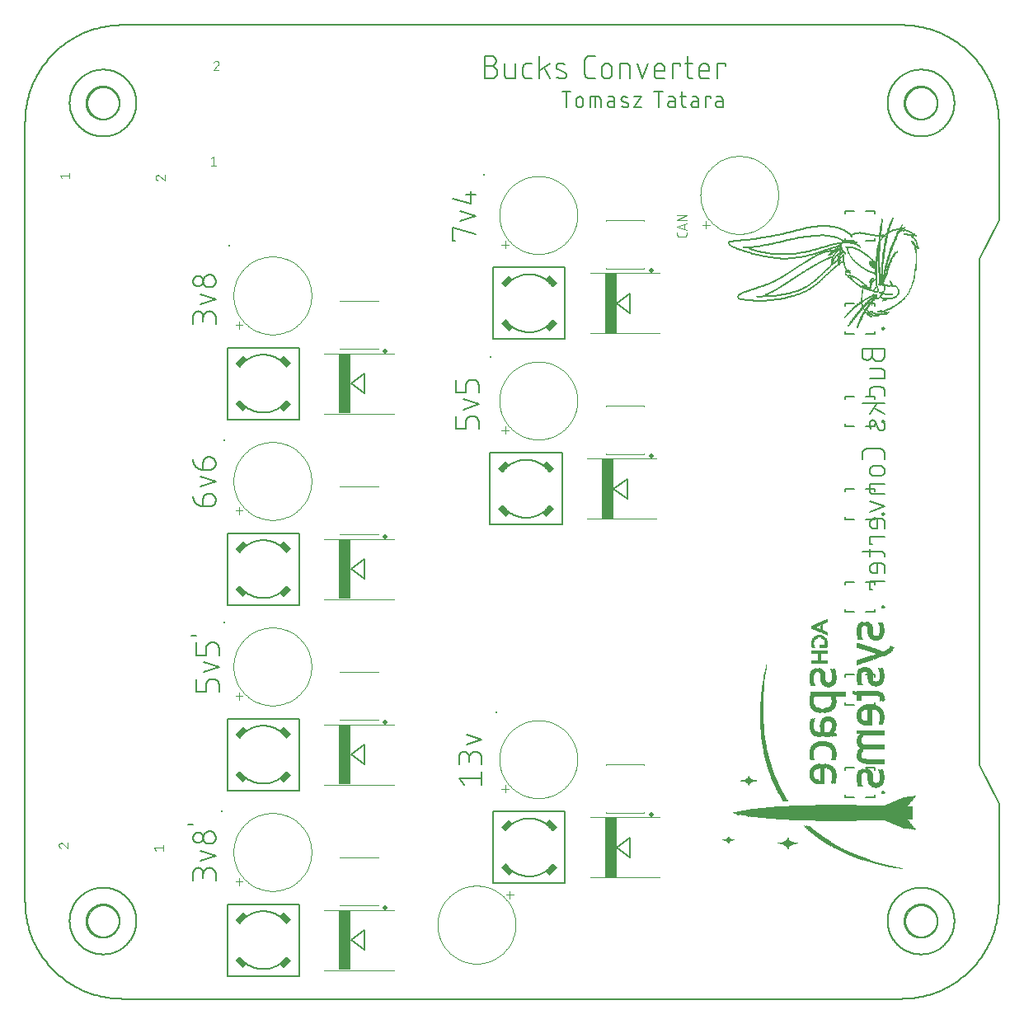
<source format=gto>
G04 EAGLE Gerber RS-274X export*
G75*
%MOMM*%
%FSLAX34Y34*%
%LPD*%
%INSilk top*%
%IPPOS*%
%AMOC8*
5,1,8,0,0,1.08239X$1,22.5*%
G01*
%ADD10C,0.152400*%
%ADD11C,0.076200*%
%ADD12C,0.203200*%
%ADD13R,0.050800X0.152400*%
%ADD14R,0.050800X0.406400*%
%ADD15R,0.050800X0.508000*%
%ADD16R,0.050800X0.660400*%
%ADD17R,0.050800X0.355600*%
%ADD18R,0.050800X0.254000*%
%ADD19R,0.050800X1.371600*%
%ADD20R,0.050800X0.101600*%
%ADD21R,0.050800X0.203200*%
%ADD22R,0.050800X2.133600*%
%ADD23R,0.050800X0.863600*%
%ADD24R,0.050800X0.762000*%
%ADD25R,0.050800X0.558800*%
%ADD26R,0.050800X0.457200*%
%ADD27R,0.050800X0.609600*%
%ADD28R,0.050800X0.304800*%
%ADD29R,0.050800X0.050800*%
%ADD30R,0.050800X0.711200*%
%ADD31R,0.050800X0.812800*%
%ADD32R,0.050800X1.016000*%
%ADD33R,0.050800X0.965200*%
%ADD34R,0.050800X1.117600*%
%ADD35R,0.050800X1.270000*%
%ADD36R,0.050800X1.219200*%
%ADD37R,0.050800X1.168400*%
%ADD38R,0.050800X1.320800*%
%ADD39R,0.050800X1.066800*%
%ADD40R,0.050800X1.473200*%
%ADD41R,0.050800X1.778000*%
%ADD42R,0.050800X2.997200*%
%ADD43R,0.050800X2.438400*%
%ADD44R,0.050800X1.930400*%
%ADD45R,0.050800X1.422400*%
%ADD46R,0.050800X1.727200*%
%ADD47R,0.050800X1.879600*%
%ADD48R,0.050800X5.486400*%
%ADD49R,0.050800X4.521200*%
%ADD50R,0.050800X3.200400*%
%ADD51R,0.050800X3.759200*%
%ADD52R,0.050800X3.048000*%
%ADD53R,0.050800X2.082800*%
%ADD54R,0.050800X0.914400*%
%ADD55R,0.025400X0.050800*%
%ADD56R,0.025400X0.076200*%
%ADD57R,0.025400X0.101600*%
%ADD58R,0.025400X0.127000*%
%ADD59R,0.025400X0.177800*%
%ADD60R,0.025400X0.203200*%
%ADD61R,0.025400X0.228600*%
%ADD62R,0.025400X0.254000*%
%ADD63R,0.025400X0.279400*%
%ADD64R,0.025400X0.304800*%
%ADD65R,0.025400X0.330200*%
%ADD66R,0.025400X0.355600*%
%ADD67R,0.025400X1.346200*%
%ADD68R,0.025400X0.381000*%
%ADD69R,0.025400X0.406400*%
%ADD70R,0.025400X0.431800*%
%ADD71R,0.025400X0.457200*%
%ADD72R,0.025400X0.482600*%
%ADD73R,0.025400X0.508000*%
%ADD74R,0.025400X0.533400*%
%ADD75R,0.025400X0.558800*%
%ADD76R,0.025400X0.635000*%
%ADD77R,0.025400X0.660400*%
%ADD78R,0.025400X0.711200*%
%ADD79R,0.025400X0.685800*%
%ADD80R,0.025400X0.736600*%
%ADD81R,0.025400X0.787400*%
%ADD82R,0.025400X0.762000*%
%ADD83R,0.025400X0.812800*%
%ADD84R,0.025400X0.889000*%
%ADD85R,0.025400X0.863600*%
%ADD86R,0.025400X0.914400*%
%ADD87R,0.025400X0.939800*%
%ADD88R,0.025400X2.286000*%
%ADD89R,0.025400X3.251200*%
%ADD90R,0.025400X3.225800*%
%ADD91R,0.025400X3.200400*%
%ADD92R,0.025400X3.175000*%
%ADD93R,0.025400X3.149600*%
%ADD94R,0.025400X3.124200*%
%ADD95R,0.025400X3.098800*%
%ADD96R,0.025400X3.073400*%
%ADD97R,0.025400X3.048000*%
%ADD98R,0.025400X0.025400*%
%ADD99R,0.025400X2.997200*%
%ADD100R,0.025400X2.971800*%
%ADD101R,0.025400X2.946400*%
%ADD102R,0.025400X2.895600*%
%ADD103R,0.025400X2.870200*%
%ADD104R,0.025400X2.844800*%
%ADD105R,0.025400X2.819400*%
%ADD106R,0.025400X2.794000*%
%ADD107R,0.025400X2.768600*%
%ADD108R,0.025400X2.743200*%
%ADD109R,0.025400X2.717800*%
%ADD110R,0.025400X2.667000*%
%ADD111R,0.025400X2.641600*%
%ADD112R,0.025400X2.616200*%
%ADD113R,0.025400X2.590800*%
%ADD114R,0.025400X2.565400*%
%ADD115R,0.025400X2.540000*%
%ADD116R,0.025400X2.489200*%
%ADD117R,0.025400X2.438400*%
%ADD118R,0.025400X2.413000*%
%ADD119R,0.025400X2.387600*%
%ADD120R,0.025400X2.336800*%
%ADD121R,0.025400X0.152400*%
%ADD122R,0.025400X2.311400*%
%ADD123R,0.025400X2.260600*%
%ADD124R,0.025400X2.235200*%
%ADD125R,0.025400X2.209800*%
%ADD126R,0.025400X2.159000*%
%ADD127R,0.025400X2.133600*%
%ADD128R,0.025400X2.108200*%
%ADD129R,0.025400X2.082800*%
%ADD130R,0.025400X0.609600*%
%ADD131R,0.025400X2.032000*%
%ADD132R,0.025400X2.006600*%
%ADD133R,0.025400X0.584200*%
%ADD134R,0.025400X1.955800*%
%ADD135R,0.025400X1.930400*%
%ADD136R,0.025400X1.879600*%
%ADD137R,0.025400X1.854200*%
%ADD138R,0.025400X1.828800*%
%ADD139R,0.025400X1.752600*%
%ADD140R,0.025400X1.701800*%
%ADD141R,0.025400X1.676400*%
%ADD142R,0.025400X1.651000*%
%ADD143R,0.025400X1.600200*%
%ADD144R,0.025400X1.549400*%
%ADD145R,0.025400X1.524000*%
%ADD146R,0.025400X1.498600*%
%ADD147R,0.025400X0.990600*%
%ADD148R,0.025400X1.244600*%
%ADD149R,0.025400X1.270000*%
%ADD150R,0.025400X1.447800*%
%ADD151R,0.025400X1.422400*%
%ADD152R,0.025400X1.397000*%
%ADD153R,0.025400X1.473200*%
%ADD154R,0.025400X1.574800*%
%ADD155R,0.025400X0.838200*%
%ADD156R,0.025400X1.625600*%
%ADD157R,0.025400X1.727200*%
%ADD158R,0.025400X1.168400*%
%ADD159R,0.025400X1.193800*%
%ADD160R,0.025400X1.371600*%
%ADD161R,0.025400X1.320800*%
%ADD162R,0.025400X1.143000*%
%ADD163R,0.025400X1.016000*%
%ADD164R,0.025400X1.092200*%
%ADD165R,0.025400X1.778000*%
%ADD166R,0.025400X0.965200*%
%ADD167R,0.025400X3.276600*%
%ADD168R,0.025400X1.295400*%
%ADD169R,0.025400X1.219200*%
%ADD170R,0.025400X1.066800*%
%ADD171R,0.025400X1.803400*%
%ADD172R,0.025400X1.905000*%
%ADD173R,0.025400X1.041400*%
%ADD174R,0.025400X1.117600*%
%ADD175R,0.025400X2.057400*%
%ADD176R,0.025400X1.981200*%
%ADD177R,0.025400X2.463800*%
%ADD178R,0.025400X2.692400*%
%ADD179R,0.025400X6.451600*%
%ADD180R,0.025400X6.096000*%
%ADD181R,0.025400X5.892800*%
%ADD182R,0.025400X5.511800*%
%ADD183R,0.025400X4.851400*%
%ADD184R,0.025400X4.394200*%
%ADD185R,0.025400X3.835400*%
%ADD186R,0.025400X3.530600*%
%ADD187C,0.000000*%
%ADD188C,0.500000*%
%ADD189C,0.120000*%
%ADD190C,0.101600*%
%ADD191R,1.250000X6.200000*%
%ADD192R,1.100000X0.575000*%
%ADD193C,0.127000*%
%ADD194C,0.200000*%
%ADD195R,0.250000X0.250000*%


D10*
X0Y100000D02*
X0Y900000D01*
X100000Y1000000D02*
X900000Y1000000D01*
X1000000Y900000D02*
X1000000Y800000D01*
X1000000Y200000D02*
X1000000Y100000D01*
X900000Y0D02*
X100000Y0D01*
X0Y900000D02*
X29Y902416D01*
X117Y904831D01*
X263Y907243D01*
X467Y909651D01*
X729Y912054D01*
X1049Y914449D01*
X1427Y916836D01*
X1863Y919213D01*
X2356Y921578D01*
X2906Y923932D01*
X3512Y926271D01*
X4175Y928595D01*
X4894Y930902D01*
X5669Y933191D01*
X6498Y935460D01*
X7383Y937709D01*
X8321Y939936D01*
X9313Y942140D01*
X10357Y944319D01*
X11454Y946472D01*
X12603Y948598D01*
X13803Y950696D01*
X15053Y952764D01*
X16353Y954801D01*
X17702Y956806D01*
X19098Y958779D01*
X20542Y960716D01*
X22033Y962619D01*
X23568Y964484D01*
X25149Y966312D01*
X26773Y968102D01*
X28440Y969851D01*
X30149Y971560D01*
X31898Y973227D01*
X33688Y974851D01*
X35516Y976432D01*
X37381Y977967D01*
X39284Y979458D01*
X41221Y980902D01*
X43194Y982298D01*
X45199Y983647D01*
X47236Y984947D01*
X49304Y986197D01*
X51402Y987397D01*
X53528Y988546D01*
X55681Y989643D01*
X57860Y990687D01*
X60064Y991679D01*
X62291Y992617D01*
X64540Y993502D01*
X66809Y994331D01*
X69098Y995106D01*
X71405Y995825D01*
X73729Y996488D01*
X76068Y997094D01*
X78422Y997644D01*
X80787Y998137D01*
X83164Y998573D01*
X85551Y998951D01*
X87946Y999271D01*
X90349Y999533D01*
X92757Y999737D01*
X95169Y999883D01*
X97584Y999971D01*
X100000Y1000000D01*
X900000Y1000000D02*
X902416Y999971D01*
X904831Y999883D01*
X907243Y999737D01*
X909651Y999533D01*
X912054Y999271D01*
X914449Y998951D01*
X916836Y998573D01*
X919213Y998137D01*
X921578Y997644D01*
X923932Y997094D01*
X926271Y996488D01*
X928595Y995825D01*
X930902Y995106D01*
X933191Y994331D01*
X935460Y993502D01*
X937709Y992617D01*
X939936Y991679D01*
X942140Y990687D01*
X944319Y989643D01*
X946472Y988546D01*
X948598Y987397D01*
X950696Y986197D01*
X952764Y984947D01*
X954801Y983647D01*
X956806Y982298D01*
X958779Y980902D01*
X960716Y979458D01*
X962619Y977967D01*
X964484Y976432D01*
X966312Y974851D01*
X968102Y973227D01*
X969851Y971560D01*
X971560Y969851D01*
X973227Y968102D01*
X974851Y966312D01*
X976432Y964484D01*
X977967Y962619D01*
X979458Y960716D01*
X980902Y958779D01*
X982298Y956806D01*
X983647Y954801D01*
X984947Y952764D01*
X986197Y950696D01*
X987397Y948598D01*
X988546Y946472D01*
X989643Y944319D01*
X990687Y942140D01*
X991679Y939936D01*
X992617Y937709D01*
X993502Y935460D01*
X994331Y933191D01*
X995106Y930902D01*
X995825Y928595D01*
X996488Y926271D01*
X997094Y923932D01*
X997644Y921578D01*
X998137Y919213D01*
X998573Y916836D01*
X998951Y914449D01*
X999271Y912054D01*
X999533Y909651D01*
X999737Y907243D01*
X999883Y904831D01*
X999971Y902416D01*
X1000000Y900000D01*
X1000000Y100000D02*
X999971Y97584D01*
X999883Y95169D01*
X999737Y92757D01*
X999533Y90349D01*
X999271Y87946D01*
X998951Y85551D01*
X998573Y83164D01*
X998137Y80787D01*
X997644Y78422D01*
X997094Y76068D01*
X996488Y73729D01*
X995825Y71405D01*
X995106Y69098D01*
X994331Y66809D01*
X993502Y64540D01*
X992617Y62291D01*
X991679Y60064D01*
X990687Y57860D01*
X989643Y55681D01*
X988546Y53528D01*
X987397Y51402D01*
X986197Y49304D01*
X984947Y47236D01*
X983647Y45199D01*
X982298Y43194D01*
X980902Y41221D01*
X979458Y39284D01*
X977967Y37381D01*
X976432Y35516D01*
X974851Y33688D01*
X973227Y31898D01*
X971560Y30149D01*
X969851Y28440D01*
X968102Y26773D01*
X966312Y25149D01*
X964484Y23568D01*
X962619Y22033D01*
X960716Y20542D01*
X958779Y19098D01*
X956806Y17702D01*
X954801Y16353D01*
X952764Y15053D01*
X950696Y13803D01*
X948598Y12603D01*
X946472Y11454D01*
X944319Y10357D01*
X942140Y9313D01*
X939936Y8321D01*
X937709Y7383D01*
X935460Y6498D01*
X933191Y5669D01*
X930902Y4894D01*
X928595Y4175D01*
X926271Y3512D01*
X923932Y2906D01*
X921578Y2356D01*
X919213Y1863D01*
X916836Y1427D01*
X914449Y1049D01*
X912054Y729D01*
X909651Y467D01*
X907243Y263D01*
X904831Y117D01*
X902416Y29D01*
X900000Y0D01*
X100000Y0D02*
X97584Y29D01*
X95169Y117D01*
X92757Y263D01*
X90349Y467D01*
X87946Y729D01*
X85551Y1049D01*
X83164Y1427D01*
X80787Y1863D01*
X78422Y2356D01*
X76068Y2906D01*
X73729Y3512D01*
X71405Y4175D01*
X69098Y4894D01*
X66809Y5669D01*
X64540Y6498D01*
X62291Y7383D01*
X60064Y8321D01*
X57860Y9313D01*
X55681Y10357D01*
X53528Y11454D01*
X51402Y12603D01*
X49304Y13803D01*
X47236Y15053D01*
X45199Y16353D01*
X43194Y17702D01*
X41221Y19098D01*
X39284Y20542D01*
X37381Y22033D01*
X35516Y23568D01*
X33688Y25149D01*
X31898Y26773D01*
X30149Y28440D01*
X28440Y30149D01*
X26773Y31898D01*
X25149Y33688D01*
X23568Y35516D01*
X22033Y37381D01*
X20542Y39284D01*
X19098Y41221D01*
X17702Y43194D01*
X16353Y45199D01*
X15053Y47236D01*
X13803Y49304D01*
X12603Y51402D01*
X11454Y53528D01*
X10357Y55681D01*
X9313Y57860D01*
X8321Y60064D01*
X7383Y62291D01*
X6498Y64540D01*
X5669Y66809D01*
X4894Y69098D01*
X4175Y71405D01*
X3512Y73729D01*
X2906Y76068D01*
X2356Y78422D01*
X1863Y80787D01*
X1427Y83164D01*
X1049Y85551D01*
X729Y87946D01*
X467Y90349D01*
X263Y92757D01*
X117Y95169D01*
X29Y97584D01*
X0Y100000D01*
X980000Y760000D02*
X1000000Y800000D01*
X980000Y760000D02*
X980000Y240000D01*
X1000000Y200000D01*
D11*
X679069Y784789D02*
X679069Y786878D01*
X679069Y784789D02*
X679067Y784700D01*
X679061Y784612D01*
X679052Y784524D01*
X679039Y784436D01*
X679022Y784349D01*
X679002Y784263D01*
X678977Y784178D01*
X678950Y784093D01*
X678918Y784010D01*
X678884Y783929D01*
X678845Y783849D01*
X678804Y783771D01*
X678759Y783694D01*
X678711Y783620D01*
X678660Y783547D01*
X678606Y783477D01*
X678548Y783410D01*
X678488Y783344D01*
X678426Y783282D01*
X678360Y783222D01*
X678293Y783164D01*
X678223Y783110D01*
X678150Y783059D01*
X678076Y783011D01*
X677999Y782966D01*
X677921Y782925D01*
X677841Y782886D01*
X677760Y782852D01*
X677677Y782820D01*
X677592Y782793D01*
X677507Y782768D01*
X677421Y782748D01*
X677334Y782731D01*
X677246Y782718D01*
X677158Y782709D01*
X677070Y782703D01*
X676981Y782701D01*
X671759Y782701D01*
X671668Y782703D01*
X671577Y782709D01*
X671486Y782719D01*
X671396Y782733D01*
X671307Y782751D01*
X671218Y782772D01*
X671131Y782798D01*
X671045Y782827D01*
X670960Y782860D01*
X670876Y782897D01*
X670794Y782937D01*
X670715Y782981D01*
X670637Y783028D01*
X670561Y783079D01*
X670487Y783133D01*
X670416Y783190D01*
X670348Y783250D01*
X670282Y783313D01*
X670219Y783379D01*
X670159Y783447D01*
X670102Y783518D01*
X670048Y783592D01*
X669997Y783668D01*
X669950Y783745D01*
X669906Y783825D01*
X669866Y783907D01*
X669829Y783991D01*
X669796Y784075D01*
X669767Y784162D01*
X669741Y784249D01*
X669720Y784338D01*
X669702Y784427D01*
X669688Y784517D01*
X669678Y784608D01*
X669672Y784699D01*
X669670Y784790D01*
X669671Y784789D02*
X669671Y786878D01*
X669671Y792957D02*
X679069Y789825D01*
X679069Y796090D02*
X669671Y792957D01*
X676720Y795307D02*
X676720Y790608D01*
X679069Y799795D02*
X669671Y799795D01*
X679069Y805017D01*
X669671Y805017D01*
D12*
X195834Y699657D02*
X195834Y693166D01*
X195834Y699657D02*
X195832Y699816D01*
X195826Y699975D01*
X195816Y700135D01*
X195803Y700293D01*
X195785Y700452D01*
X195764Y700609D01*
X195738Y700767D01*
X195709Y700923D01*
X195676Y701079D01*
X195639Y701234D01*
X195599Y701388D01*
X195554Y701541D01*
X195506Y701693D01*
X195455Y701844D01*
X195399Y701993D01*
X195340Y702141D01*
X195277Y702287D01*
X195211Y702432D01*
X195141Y702575D01*
X195068Y702717D01*
X194991Y702856D01*
X194911Y702994D01*
X194827Y703130D01*
X194740Y703263D01*
X194650Y703395D01*
X194557Y703524D01*
X194460Y703650D01*
X194361Y703775D01*
X194258Y703897D01*
X194153Y704016D01*
X194044Y704133D01*
X193933Y704247D01*
X193819Y704358D01*
X193702Y704467D01*
X193583Y704572D01*
X193461Y704675D01*
X193336Y704774D01*
X193210Y704871D01*
X193081Y704964D01*
X192949Y705054D01*
X192816Y705141D01*
X192680Y705225D01*
X192542Y705305D01*
X192403Y705382D01*
X192261Y705455D01*
X192118Y705525D01*
X191973Y705591D01*
X191827Y705654D01*
X191679Y705713D01*
X191530Y705769D01*
X191379Y705820D01*
X191227Y705868D01*
X191074Y705913D01*
X190920Y705953D01*
X190765Y705990D01*
X190609Y706023D01*
X190453Y706052D01*
X190295Y706078D01*
X190138Y706099D01*
X189979Y706117D01*
X189821Y706130D01*
X189661Y706140D01*
X189502Y706146D01*
X189343Y706148D01*
X189184Y706146D01*
X189025Y706140D01*
X188865Y706130D01*
X188707Y706117D01*
X188548Y706099D01*
X188391Y706078D01*
X188233Y706052D01*
X188077Y706023D01*
X187921Y705990D01*
X187766Y705953D01*
X187612Y705913D01*
X187459Y705868D01*
X187307Y705820D01*
X187156Y705769D01*
X187007Y705713D01*
X186859Y705654D01*
X186713Y705591D01*
X186568Y705525D01*
X186425Y705455D01*
X186283Y705382D01*
X186144Y705305D01*
X186006Y705225D01*
X185870Y705141D01*
X185737Y705054D01*
X185605Y704964D01*
X185476Y704871D01*
X185350Y704774D01*
X185225Y704675D01*
X185103Y704572D01*
X184984Y704467D01*
X184867Y704358D01*
X184753Y704247D01*
X184642Y704133D01*
X184533Y704016D01*
X184428Y703897D01*
X184325Y703775D01*
X184226Y703650D01*
X184129Y703524D01*
X184036Y703395D01*
X183946Y703263D01*
X183859Y703130D01*
X183775Y702994D01*
X183695Y702856D01*
X183618Y702717D01*
X183545Y702575D01*
X183475Y702432D01*
X183409Y702287D01*
X183346Y702141D01*
X183287Y701993D01*
X183231Y701844D01*
X183180Y701693D01*
X183132Y701541D01*
X183087Y701388D01*
X183047Y701234D01*
X183010Y701079D01*
X182977Y700923D01*
X182948Y700767D01*
X182922Y700609D01*
X182901Y700452D01*
X182883Y700293D01*
X182870Y700135D01*
X182860Y699975D01*
X182854Y699816D01*
X182852Y699657D01*
X172466Y700955D02*
X172466Y693166D01*
X172466Y700955D02*
X172468Y701098D01*
X172474Y701241D01*
X172484Y701384D01*
X172498Y701526D01*
X172515Y701668D01*
X172537Y701810D01*
X172562Y701951D01*
X172592Y702091D01*
X172625Y702230D01*
X172662Y702368D01*
X172703Y702505D01*
X172747Y702641D01*
X172796Y702776D01*
X172848Y702909D01*
X172903Y703041D01*
X172963Y703171D01*
X173026Y703300D01*
X173092Y703427D01*
X173162Y703552D01*
X173235Y703674D01*
X173312Y703795D01*
X173392Y703914D01*
X173475Y704030D01*
X173561Y704145D01*
X173650Y704256D01*
X173743Y704366D01*
X173838Y704472D01*
X173937Y704576D01*
X174038Y704677D01*
X174142Y704776D01*
X174248Y704871D01*
X174358Y704964D01*
X174469Y705053D01*
X174584Y705139D01*
X174700Y705222D01*
X174819Y705302D01*
X174940Y705379D01*
X175063Y705452D01*
X175187Y705522D01*
X175314Y705588D01*
X175443Y705651D01*
X175573Y705711D01*
X175705Y705766D01*
X175838Y705818D01*
X175973Y705867D01*
X176109Y705911D01*
X176246Y705952D01*
X176384Y705989D01*
X176523Y706022D01*
X176663Y706052D01*
X176804Y706077D01*
X176946Y706099D01*
X177088Y706116D01*
X177230Y706130D01*
X177373Y706140D01*
X177516Y706146D01*
X177659Y706148D01*
X177802Y706146D01*
X177945Y706140D01*
X178088Y706130D01*
X178230Y706116D01*
X178372Y706099D01*
X178514Y706077D01*
X178655Y706052D01*
X178795Y706022D01*
X178934Y705989D01*
X179072Y705952D01*
X179209Y705911D01*
X179345Y705867D01*
X179480Y705818D01*
X179613Y705766D01*
X179745Y705711D01*
X179875Y705651D01*
X180004Y705588D01*
X180131Y705522D01*
X180256Y705452D01*
X180378Y705379D01*
X180499Y705302D01*
X180618Y705222D01*
X180734Y705139D01*
X180849Y705053D01*
X180960Y704964D01*
X181070Y704871D01*
X181176Y704776D01*
X181280Y704677D01*
X181381Y704576D01*
X181480Y704472D01*
X181575Y704366D01*
X181668Y704256D01*
X181757Y704145D01*
X181843Y704030D01*
X181926Y703914D01*
X182006Y703795D01*
X182083Y703674D01*
X182156Y703552D01*
X182226Y703427D01*
X182292Y703300D01*
X182355Y703171D01*
X182415Y703041D01*
X182470Y702909D01*
X182522Y702776D01*
X182571Y702641D01*
X182615Y702505D01*
X182656Y702368D01*
X182693Y702230D01*
X182726Y702091D01*
X182756Y701951D01*
X182781Y701810D01*
X182803Y701668D01*
X182820Y701526D01*
X182834Y701384D01*
X182844Y701241D01*
X182850Y701098D01*
X182852Y700955D01*
X182852Y695762D01*
X180255Y713255D02*
X195834Y718448D01*
X180255Y723641D01*
X189343Y730748D02*
X189184Y730750D01*
X189025Y730756D01*
X188865Y730766D01*
X188707Y730779D01*
X188548Y730797D01*
X188391Y730818D01*
X188233Y730844D01*
X188077Y730873D01*
X187921Y730906D01*
X187766Y730943D01*
X187612Y730983D01*
X187459Y731028D01*
X187307Y731076D01*
X187156Y731127D01*
X187007Y731183D01*
X186859Y731242D01*
X186713Y731305D01*
X186568Y731371D01*
X186425Y731441D01*
X186283Y731514D01*
X186144Y731591D01*
X186006Y731671D01*
X185870Y731755D01*
X185737Y731842D01*
X185605Y731932D01*
X185476Y732025D01*
X185350Y732122D01*
X185225Y732221D01*
X185103Y732324D01*
X184984Y732429D01*
X184867Y732538D01*
X184753Y732649D01*
X184642Y732763D01*
X184533Y732880D01*
X184428Y732999D01*
X184325Y733121D01*
X184226Y733246D01*
X184129Y733372D01*
X184036Y733501D01*
X183946Y733633D01*
X183859Y733766D01*
X183775Y733902D01*
X183695Y734040D01*
X183618Y734179D01*
X183545Y734321D01*
X183475Y734464D01*
X183409Y734609D01*
X183346Y734755D01*
X183287Y734903D01*
X183231Y735052D01*
X183180Y735203D01*
X183132Y735355D01*
X183087Y735508D01*
X183047Y735662D01*
X183010Y735817D01*
X182977Y735973D01*
X182948Y736129D01*
X182922Y736287D01*
X182901Y736444D01*
X182883Y736603D01*
X182870Y736761D01*
X182860Y736921D01*
X182854Y737080D01*
X182852Y737239D01*
X182854Y737398D01*
X182860Y737557D01*
X182870Y737717D01*
X182883Y737875D01*
X182901Y738034D01*
X182922Y738191D01*
X182948Y738349D01*
X182977Y738505D01*
X183010Y738661D01*
X183047Y738816D01*
X183087Y738970D01*
X183132Y739123D01*
X183180Y739275D01*
X183231Y739426D01*
X183287Y739575D01*
X183346Y739723D01*
X183409Y739869D01*
X183475Y740014D01*
X183545Y740157D01*
X183618Y740299D01*
X183695Y740438D01*
X183775Y740576D01*
X183859Y740712D01*
X183946Y740845D01*
X184036Y740977D01*
X184129Y741106D01*
X184226Y741232D01*
X184325Y741357D01*
X184428Y741479D01*
X184533Y741598D01*
X184642Y741715D01*
X184753Y741829D01*
X184867Y741940D01*
X184984Y742049D01*
X185103Y742154D01*
X185225Y742257D01*
X185350Y742356D01*
X185476Y742453D01*
X185605Y742546D01*
X185737Y742636D01*
X185870Y742723D01*
X186006Y742807D01*
X186144Y742887D01*
X186283Y742964D01*
X186425Y743037D01*
X186568Y743107D01*
X186713Y743173D01*
X186859Y743236D01*
X187007Y743295D01*
X187156Y743351D01*
X187307Y743402D01*
X187459Y743450D01*
X187612Y743495D01*
X187766Y743535D01*
X187921Y743572D01*
X188077Y743605D01*
X188233Y743634D01*
X188391Y743660D01*
X188548Y743681D01*
X188707Y743699D01*
X188865Y743712D01*
X189025Y743722D01*
X189184Y743728D01*
X189343Y743730D01*
X189502Y743728D01*
X189661Y743722D01*
X189821Y743712D01*
X189979Y743699D01*
X190138Y743681D01*
X190295Y743660D01*
X190453Y743634D01*
X190609Y743605D01*
X190765Y743572D01*
X190920Y743535D01*
X191074Y743495D01*
X191227Y743450D01*
X191379Y743402D01*
X191530Y743351D01*
X191679Y743295D01*
X191827Y743236D01*
X191973Y743173D01*
X192118Y743107D01*
X192261Y743037D01*
X192403Y742964D01*
X192542Y742887D01*
X192680Y742807D01*
X192816Y742723D01*
X192949Y742636D01*
X193081Y742546D01*
X193210Y742453D01*
X193336Y742356D01*
X193461Y742257D01*
X193583Y742154D01*
X193702Y742049D01*
X193819Y741940D01*
X193933Y741829D01*
X194044Y741715D01*
X194153Y741598D01*
X194258Y741479D01*
X194361Y741357D01*
X194460Y741232D01*
X194557Y741106D01*
X194650Y740977D01*
X194740Y740845D01*
X194827Y740712D01*
X194911Y740576D01*
X194991Y740438D01*
X195068Y740299D01*
X195141Y740157D01*
X195211Y740014D01*
X195277Y739869D01*
X195340Y739723D01*
X195399Y739575D01*
X195455Y739426D01*
X195506Y739275D01*
X195554Y739123D01*
X195599Y738970D01*
X195639Y738816D01*
X195676Y738661D01*
X195709Y738505D01*
X195738Y738349D01*
X195764Y738191D01*
X195785Y738034D01*
X195803Y737875D01*
X195816Y737717D01*
X195826Y737557D01*
X195832Y737398D01*
X195834Y737239D01*
X195832Y737080D01*
X195826Y736921D01*
X195816Y736761D01*
X195803Y736603D01*
X195785Y736444D01*
X195764Y736287D01*
X195738Y736129D01*
X195709Y735973D01*
X195676Y735817D01*
X195639Y735662D01*
X195599Y735508D01*
X195554Y735355D01*
X195506Y735203D01*
X195455Y735052D01*
X195399Y734903D01*
X195340Y734755D01*
X195277Y734609D01*
X195211Y734464D01*
X195141Y734321D01*
X195068Y734179D01*
X194991Y734040D01*
X194911Y733902D01*
X194827Y733766D01*
X194740Y733633D01*
X194650Y733501D01*
X194557Y733372D01*
X194460Y733246D01*
X194361Y733121D01*
X194258Y732999D01*
X194153Y732880D01*
X194044Y732763D01*
X193933Y732649D01*
X193819Y732538D01*
X193702Y732429D01*
X193583Y732324D01*
X193461Y732221D01*
X193336Y732122D01*
X193210Y732025D01*
X193081Y731932D01*
X192949Y731842D01*
X192816Y731755D01*
X192680Y731671D01*
X192542Y731591D01*
X192403Y731514D01*
X192261Y731441D01*
X192118Y731371D01*
X191973Y731305D01*
X191827Y731242D01*
X191679Y731183D01*
X191530Y731127D01*
X191379Y731076D01*
X191227Y731028D01*
X191074Y730983D01*
X190920Y730943D01*
X190765Y730906D01*
X190609Y730873D01*
X190453Y730844D01*
X190295Y730818D01*
X190138Y730797D01*
X189979Y730779D01*
X189821Y730766D01*
X189661Y730756D01*
X189502Y730750D01*
X189343Y730748D01*
X177659Y732046D02*
X177516Y732048D01*
X177373Y732054D01*
X177230Y732064D01*
X177088Y732078D01*
X176946Y732095D01*
X176804Y732117D01*
X176663Y732142D01*
X176523Y732172D01*
X176384Y732205D01*
X176246Y732242D01*
X176109Y732283D01*
X175973Y732327D01*
X175838Y732376D01*
X175705Y732428D01*
X175573Y732483D01*
X175443Y732543D01*
X175314Y732606D01*
X175187Y732672D01*
X175062Y732742D01*
X174940Y732815D01*
X174819Y732892D01*
X174700Y732972D01*
X174584Y733055D01*
X174469Y733141D01*
X174358Y733230D01*
X174248Y733323D01*
X174142Y733418D01*
X174038Y733517D01*
X173937Y733618D01*
X173838Y733722D01*
X173743Y733828D01*
X173650Y733938D01*
X173561Y734049D01*
X173475Y734164D01*
X173392Y734280D01*
X173312Y734399D01*
X173235Y734520D01*
X173162Y734643D01*
X173092Y734767D01*
X173026Y734894D01*
X172963Y735023D01*
X172903Y735153D01*
X172848Y735285D01*
X172796Y735418D01*
X172747Y735553D01*
X172703Y735689D01*
X172662Y735826D01*
X172625Y735964D01*
X172592Y736103D01*
X172562Y736243D01*
X172537Y736384D01*
X172515Y736526D01*
X172498Y736668D01*
X172484Y736810D01*
X172474Y736953D01*
X172468Y737096D01*
X172466Y737239D01*
X172468Y737382D01*
X172474Y737525D01*
X172484Y737668D01*
X172498Y737810D01*
X172515Y737952D01*
X172537Y738094D01*
X172562Y738235D01*
X172592Y738375D01*
X172625Y738514D01*
X172662Y738652D01*
X172703Y738789D01*
X172747Y738925D01*
X172796Y739060D01*
X172848Y739193D01*
X172903Y739325D01*
X172963Y739455D01*
X173026Y739584D01*
X173092Y739711D01*
X173162Y739836D01*
X173235Y739958D01*
X173312Y740079D01*
X173392Y740198D01*
X173475Y740314D01*
X173561Y740429D01*
X173650Y740540D01*
X173743Y740650D01*
X173838Y740756D01*
X173937Y740860D01*
X174038Y740961D01*
X174142Y741060D01*
X174248Y741155D01*
X174358Y741248D01*
X174469Y741337D01*
X174584Y741423D01*
X174700Y741506D01*
X174819Y741586D01*
X174940Y741663D01*
X175063Y741736D01*
X175187Y741806D01*
X175314Y741872D01*
X175443Y741935D01*
X175573Y741995D01*
X175705Y742050D01*
X175838Y742102D01*
X175973Y742151D01*
X176109Y742195D01*
X176246Y742236D01*
X176384Y742273D01*
X176523Y742306D01*
X176663Y742336D01*
X176804Y742361D01*
X176946Y742383D01*
X177088Y742400D01*
X177230Y742414D01*
X177373Y742424D01*
X177516Y742430D01*
X177659Y742432D01*
X177802Y742430D01*
X177945Y742424D01*
X178088Y742414D01*
X178230Y742400D01*
X178372Y742383D01*
X178514Y742361D01*
X178655Y742336D01*
X178795Y742306D01*
X178934Y742273D01*
X179072Y742236D01*
X179209Y742195D01*
X179345Y742151D01*
X179480Y742102D01*
X179613Y742050D01*
X179745Y741995D01*
X179875Y741935D01*
X180004Y741872D01*
X180131Y741806D01*
X180256Y741736D01*
X180378Y741663D01*
X180499Y741586D01*
X180618Y741506D01*
X180734Y741423D01*
X180849Y741337D01*
X180960Y741248D01*
X181070Y741155D01*
X181176Y741060D01*
X181280Y740961D01*
X181381Y740860D01*
X181480Y740756D01*
X181575Y740650D01*
X181668Y740540D01*
X181757Y740429D01*
X181843Y740314D01*
X181926Y740198D01*
X182006Y740079D01*
X182083Y739958D01*
X182156Y739835D01*
X182226Y739711D01*
X182292Y739584D01*
X182355Y739455D01*
X182415Y739325D01*
X182470Y739193D01*
X182522Y739060D01*
X182571Y738925D01*
X182615Y738789D01*
X182656Y738652D01*
X182693Y738514D01*
X182726Y738375D01*
X182756Y738235D01*
X182781Y738094D01*
X182803Y737952D01*
X182820Y737810D01*
X182834Y737668D01*
X182844Y737525D01*
X182850Y737382D01*
X182852Y737239D01*
X182850Y737096D01*
X182844Y736953D01*
X182834Y736810D01*
X182820Y736668D01*
X182803Y736526D01*
X182781Y736384D01*
X182756Y736243D01*
X182726Y736103D01*
X182693Y735964D01*
X182656Y735826D01*
X182615Y735689D01*
X182571Y735553D01*
X182522Y735418D01*
X182470Y735285D01*
X182415Y735153D01*
X182355Y735023D01*
X182292Y734894D01*
X182226Y734767D01*
X182156Y734643D01*
X182083Y734520D01*
X182006Y734399D01*
X181926Y734280D01*
X181843Y734164D01*
X181757Y734049D01*
X181668Y733938D01*
X181575Y733828D01*
X181480Y733722D01*
X181381Y733618D01*
X181280Y733517D01*
X181176Y733418D01*
X181070Y733323D01*
X180960Y733230D01*
X180849Y733141D01*
X180734Y733055D01*
X180618Y732972D01*
X180499Y732892D01*
X180378Y732815D01*
X180255Y732742D01*
X180131Y732672D01*
X180004Y732606D01*
X179875Y732543D01*
X179745Y732483D01*
X179613Y732428D01*
X179480Y732376D01*
X179345Y732327D01*
X179209Y732283D01*
X179072Y732242D01*
X178934Y732205D01*
X178795Y732172D01*
X178655Y732142D01*
X178514Y732117D01*
X178372Y732095D01*
X178230Y732078D01*
X178088Y732064D01*
X177945Y732054D01*
X177802Y732048D01*
X177659Y732046D01*
X439166Y778891D02*
X441762Y778891D01*
X439166Y778891D02*
X439166Y791873D01*
X462534Y785382D01*
X462534Y804173D02*
X446955Y798980D01*
X446955Y809366D02*
X462534Y804173D01*
X457341Y816473D02*
X439166Y821666D01*
X457341Y816473D02*
X457341Y829455D01*
X452148Y825560D02*
X462534Y825560D01*
X465709Y593005D02*
X465709Y585216D01*
X465709Y593005D02*
X465707Y593148D01*
X465701Y593291D01*
X465691Y593434D01*
X465677Y593576D01*
X465660Y593718D01*
X465638Y593860D01*
X465613Y594001D01*
X465583Y594141D01*
X465550Y594280D01*
X465513Y594418D01*
X465472Y594555D01*
X465428Y594691D01*
X465379Y594826D01*
X465327Y594959D01*
X465272Y595091D01*
X465212Y595221D01*
X465149Y595350D01*
X465083Y595477D01*
X465013Y595602D01*
X464940Y595724D01*
X464863Y595845D01*
X464783Y595964D01*
X464700Y596080D01*
X464614Y596195D01*
X464525Y596306D01*
X464432Y596416D01*
X464337Y596522D01*
X464238Y596626D01*
X464137Y596727D01*
X464033Y596826D01*
X463927Y596921D01*
X463817Y597014D01*
X463706Y597103D01*
X463591Y597189D01*
X463475Y597272D01*
X463356Y597352D01*
X463235Y597429D01*
X463113Y597502D01*
X462988Y597572D01*
X462861Y597638D01*
X462732Y597701D01*
X462602Y597761D01*
X462470Y597816D01*
X462337Y597868D01*
X462202Y597917D01*
X462066Y597961D01*
X461929Y598002D01*
X461791Y598039D01*
X461652Y598072D01*
X461512Y598102D01*
X461371Y598127D01*
X461229Y598149D01*
X461087Y598166D01*
X460945Y598180D01*
X460802Y598190D01*
X460659Y598196D01*
X460516Y598198D01*
X457920Y598198D01*
X457777Y598196D01*
X457634Y598190D01*
X457491Y598180D01*
X457349Y598166D01*
X457207Y598149D01*
X457065Y598127D01*
X456924Y598102D01*
X456784Y598072D01*
X456645Y598039D01*
X456507Y598002D01*
X456370Y597961D01*
X456234Y597917D01*
X456099Y597868D01*
X455966Y597816D01*
X455834Y597761D01*
X455704Y597701D01*
X455575Y597638D01*
X455448Y597572D01*
X455324Y597502D01*
X455201Y597429D01*
X455080Y597352D01*
X454961Y597272D01*
X454845Y597189D01*
X454730Y597103D01*
X454619Y597014D01*
X454509Y596921D01*
X454403Y596826D01*
X454299Y596727D01*
X454198Y596626D01*
X454099Y596522D01*
X454004Y596416D01*
X453911Y596306D01*
X453822Y596195D01*
X453736Y596080D01*
X453653Y595964D01*
X453573Y595845D01*
X453496Y595724D01*
X453423Y595602D01*
X453353Y595477D01*
X453287Y595350D01*
X453224Y595221D01*
X453164Y595091D01*
X453109Y594959D01*
X453057Y594826D01*
X453008Y594691D01*
X452964Y594555D01*
X452923Y594418D01*
X452886Y594280D01*
X452853Y594141D01*
X452823Y594001D01*
X452798Y593860D01*
X452776Y593718D01*
X452759Y593576D01*
X452745Y593434D01*
X452735Y593291D01*
X452729Y593148D01*
X452727Y593005D01*
X452727Y585216D01*
X442341Y585216D01*
X442341Y598198D01*
X450130Y605305D02*
X465709Y610498D01*
X450130Y615691D01*
X465709Y622798D02*
X465709Y630587D01*
X465707Y630730D01*
X465701Y630873D01*
X465691Y631016D01*
X465677Y631158D01*
X465660Y631300D01*
X465638Y631442D01*
X465613Y631583D01*
X465583Y631723D01*
X465550Y631862D01*
X465513Y632000D01*
X465472Y632137D01*
X465428Y632273D01*
X465379Y632408D01*
X465327Y632541D01*
X465272Y632673D01*
X465212Y632803D01*
X465149Y632932D01*
X465083Y633059D01*
X465013Y633184D01*
X464940Y633306D01*
X464863Y633427D01*
X464783Y633546D01*
X464700Y633662D01*
X464614Y633777D01*
X464525Y633888D01*
X464432Y633998D01*
X464337Y634104D01*
X464238Y634208D01*
X464137Y634309D01*
X464033Y634408D01*
X463927Y634503D01*
X463817Y634596D01*
X463706Y634685D01*
X463591Y634771D01*
X463475Y634854D01*
X463356Y634934D01*
X463235Y635011D01*
X463113Y635084D01*
X462988Y635154D01*
X462861Y635220D01*
X462732Y635283D01*
X462602Y635343D01*
X462470Y635398D01*
X462337Y635450D01*
X462202Y635499D01*
X462066Y635543D01*
X461929Y635584D01*
X461791Y635621D01*
X461652Y635654D01*
X461512Y635684D01*
X461371Y635709D01*
X461229Y635731D01*
X461087Y635748D01*
X460945Y635762D01*
X460802Y635772D01*
X460659Y635778D01*
X460516Y635780D01*
X457920Y635780D01*
X457777Y635778D01*
X457634Y635772D01*
X457491Y635762D01*
X457349Y635748D01*
X457207Y635731D01*
X457065Y635709D01*
X456924Y635684D01*
X456784Y635654D01*
X456645Y635621D01*
X456507Y635584D01*
X456370Y635543D01*
X456234Y635499D01*
X456099Y635450D01*
X455966Y635398D01*
X455834Y635343D01*
X455704Y635283D01*
X455575Y635220D01*
X455448Y635154D01*
X455324Y635084D01*
X455201Y635011D01*
X455080Y634934D01*
X454961Y634854D01*
X454845Y634771D01*
X454730Y634685D01*
X454619Y634596D01*
X454509Y634503D01*
X454403Y634408D01*
X454299Y634309D01*
X454198Y634208D01*
X454099Y634104D01*
X454004Y633998D01*
X453911Y633888D01*
X453822Y633777D01*
X453736Y633662D01*
X453653Y633546D01*
X453573Y633427D01*
X453496Y633306D01*
X453423Y633184D01*
X453353Y633059D01*
X453287Y632932D01*
X453224Y632803D01*
X453164Y632673D01*
X453109Y632541D01*
X453057Y632408D01*
X453008Y632273D01*
X452964Y632137D01*
X452923Y632000D01*
X452886Y631862D01*
X452853Y631723D01*
X452823Y631583D01*
X452798Y631442D01*
X452776Y631300D01*
X452759Y631158D01*
X452745Y631016D01*
X452735Y630873D01*
X452729Y630730D01*
X452727Y630587D01*
X452727Y622798D01*
X442341Y622798D01*
X442341Y635780D01*
X182852Y513630D02*
X182852Y505841D01*
X182852Y513630D02*
X182854Y513773D01*
X182860Y513916D01*
X182870Y514059D01*
X182884Y514201D01*
X182901Y514343D01*
X182923Y514485D01*
X182948Y514626D01*
X182978Y514766D01*
X183011Y514905D01*
X183048Y515043D01*
X183089Y515180D01*
X183133Y515316D01*
X183182Y515451D01*
X183234Y515584D01*
X183289Y515716D01*
X183349Y515846D01*
X183412Y515975D01*
X183478Y516102D01*
X183548Y516227D01*
X183621Y516349D01*
X183698Y516470D01*
X183778Y516589D01*
X183861Y516705D01*
X183947Y516820D01*
X184036Y516931D01*
X184129Y517041D01*
X184224Y517147D01*
X184323Y517251D01*
X184424Y517352D01*
X184528Y517451D01*
X184634Y517546D01*
X184744Y517639D01*
X184855Y517728D01*
X184970Y517814D01*
X185086Y517898D01*
X185205Y517977D01*
X185326Y518054D01*
X185449Y518127D01*
X185573Y518197D01*
X185700Y518263D01*
X185829Y518326D01*
X185959Y518386D01*
X186091Y518441D01*
X186224Y518493D01*
X186359Y518542D01*
X186495Y518586D01*
X186632Y518627D01*
X186770Y518664D01*
X186909Y518697D01*
X187049Y518727D01*
X187190Y518752D01*
X187332Y518774D01*
X187474Y518791D01*
X187616Y518805D01*
X187759Y518815D01*
X187902Y518821D01*
X188045Y518823D01*
X189343Y518823D01*
X189502Y518821D01*
X189661Y518815D01*
X189821Y518805D01*
X189979Y518792D01*
X190138Y518774D01*
X190295Y518753D01*
X190453Y518727D01*
X190609Y518698D01*
X190765Y518665D01*
X190920Y518628D01*
X191074Y518588D01*
X191227Y518543D01*
X191379Y518495D01*
X191530Y518444D01*
X191679Y518388D01*
X191827Y518329D01*
X191973Y518266D01*
X192118Y518200D01*
X192261Y518130D01*
X192403Y518057D01*
X192542Y517980D01*
X192680Y517900D01*
X192816Y517816D01*
X192949Y517729D01*
X193081Y517639D01*
X193210Y517546D01*
X193336Y517449D01*
X193461Y517350D01*
X193583Y517247D01*
X193702Y517142D01*
X193819Y517033D01*
X193933Y516922D01*
X194044Y516808D01*
X194153Y516691D01*
X194258Y516572D01*
X194361Y516450D01*
X194460Y516325D01*
X194557Y516199D01*
X194650Y516070D01*
X194740Y515938D01*
X194827Y515805D01*
X194911Y515669D01*
X194991Y515531D01*
X195068Y515392D01*
X195141Y515250D01*
X195211Y515107D01*
X195277Y514962D01*
X195340Y514816D01*
X195399Y514668D01*
X195455Y514519D01*
X195506Y514368D01*
X195554Y514216D01*
X195599Y514063D01*
X195639Y513909D01*
X195676Y513754D01*
X195709Y513598D01*
X195738Y513442D01*
X195764Y513284D01*
X195785Y513127D01*
X195803Y512968D01*
X195816Y512810D01*
X195826Y512650D01*
X195832Y512491D01*
X195834Y512332D01*
X195832Y512173D01*
X195826Y512014D01*
X195816Y511854D01*
X195803Y511696D01*
X195785Y511537D01*
X195764Y511380D01*
X195738Y511222D01*
X195709Y511066D01*
X195676Y510910D01*
X195639Y510755D01*
X195599Y510601D01*
X195554Y510448D01*
X195506Y510296D01*
X195455Y510145D01*
X195399Y509996D01*
X195340Y509848D01*
X195277Y509702D01*
X195211Y509557D01*
X195141Y509414D01*
X195068Y509272D01*
X194991Y509133D01*
X194911Y508995D01*
X194827Y508859D01*
X194740Y508726D01*
X194650Y508594D01*
X194557Y508465D01*
X194460Y508339D01*
X194361Y508214D01*
X194258Y508092D01*
X194153Y507973D01*
X194044Y507856D01*
X193933Y507742D01*
X193819Y507631D01*
X193702Y507522D01*
X193583Y507417D01*
X193461Y507314D01*
X193336Y507215D01*
X193210Y507118D01*
X193081Y507025D01*
X192949Y506935D01*
X192816Y506848D01*
X192680Y506764D01*
X192542Y506684D01*
X192403Y506607D01*
X192261Y506534D01*
X192118Y506464D01*
X191973Y506398D01*
X191827Y506335D01*
X191679Y506276D01*
X191530Y506220D01*
X191379Y506169D01*
X191227Y506121D01*
X191074Y506076D01*
X190920Y506036D01*
X190765Y505999D01*
X190609Y505966D01*
X190453Y505937D01*
X190295Y505911D01*
X190138Y505890D01*
X189979Y505872D01*
X189821Y505859D01*
X189661Y505849D01*
X189502Y505843D01*
X189343Y505841D01*
X182852Y505841D01*
X182597Y505844D01*
X182342Y505854D01*
X182088Y505869D01*
X181834Y505891D01*
X181581Y505919D01*
X181328Y505953D01*
X181076Y505994D01*
X180826Y506041D01*
X180576Y506093D01*
X180328Y506152D01*
X180082Y506217D01*
X179837Y506288D01*
X179594Y506365D01*
X179353Y506448D01*
X179114Y506537D01*
X178877Y506632D01*
X178643Y506732D01*
X178411Y506838D01*
X178182Y506950D01*
X177956Y507067D01*
X177733Y507190D01*
X177513Y507319D01*
X177296Y507452D01*
X177082Y507591D01*
X176872Y507736D01*
X176665Y507885D01*
X176462Y508039D01*
X176263Y508198D01*
X176068Y508363D01*
X175877Y508531D01*
X175690Y508705D01*
X175508Y508883D01*
X175330Y509065D01*
X175157Y509252D01*
X174988Y509443D01*
X174824Y509638D01*
X174664Y509837D01*
X174510Y510040D01*
X174361Y510247D01*
X174216Y510457D01*
X174077Y510670D01*
X173944Y510887D01*
X173815Y511108D01*
X173692Y511331D01*
X173575Y511557D01*
X173463Y511786D01*
X173357Y512018D01*
X173257Y512252D01*
X173162Y512489D01*
X173073Y512728D01*
X172990Y512969D01*
X172913Y513212D01*
X172842Y513457D01*
X172777Y513703D01*
X172718Y513951D01*
X172666Y514201D01*
X172619Y514451D01*
X172578Y514703D01*
X172544Y514956D01*
X172516Y515209D01*
X172494Y515463D01*
X172479Y515717D01*
X172469Y515972D01*
X172466Y516227D01*
X180255Y525930D02*
X195834Y531123D01*
X180255Y536316D01*
X182852Y543423D02*
X182852Y551212D01*
X182854Y551355D01*
X182860Y551498D01*
X182870Y551641D01*
X182884Y551783D01*
X182901Y551925D01*
X182923Y552067D01*
X182948Y552208D01*
X182978Y552348D01*
X183011Y552487D01*
X183048Y552625D01*
X183089Y552762D01*
X183133Y552898D01*
X183182Y553033D01*
X183234Y553166D01*
X183289Y553298D01*
X183349Y553428D01*
X183412Y553557D01*
X183478Y553684D01*
X183548Y553809D01*
X183621Y553931D01*
X183698Y554052D01*
X183778Y554171D01*
X183861Y554287D01*
X183947Y554402D01*
X184036Y554513D01*
X184129Y554623D01*
X184224Y554729D01*
X184323Y554833D01*
X184424Y554934D01*
X184528Y555033D01*
X184634Y555128D01*
X184744Y555221D01*
X184855Y555310D01*
X184970Y555396D01*
X185086Y555480D01*
X185205Y555559D01*
X185326Y555636D01*
X185449Y555709D01*
X185573Y555779D01*
X185700Y555845D01*
X185829Y555908D01*
X185959Y555968D01*
X186091Y556023D01*
X186224Y556075D01*
X186359Y556124D01*
X186495Y556168D01*
X186632Y556209D01*
X186770Y556246D01*
X186909Y556279D01*
X187049Y556309D01*
X187190Y556334D01*
X187332Y556356D01*
X187474Y556373D01*
X187616Y556387D01*
X187759Y556397D01*
X187902Y556403D01*
X188045Y556405D01*
X189343Y556405D01*
X189502Y556403D01*
X189661Y556397D01*
X189821Y556387D01*
X189979Y556374D01*
X190138Y556356D01*
X190295Y556335D01*
X190453Y556309D01*
X190609Y556280D01*
X190765Y556247D01*
X190920Y556210D01*
X191074Y556170D01*
X191227Y556125D01*
X191379Y556077D01*
X191530Y556026D01*
X191679Y555970D01*
X191827Y555911D01*
X191973Y555848D01*
X192118Y555782D01*
X192261Y555712D01*
X192403Y555639D01*
X192542Y555562D01*
X192680Y555482D01*
X192816Y555398D01*
X192949Y555311D01*
X193081Y555221D01*
X193210Y555128D01*
X193336Y555031D01*
X193461Y554932D01*
X193583Y554829D01*
X193702Y554724D01*
X193819Y554615D01*
X193933Y554504D01*
X194044Y554390D01*
X194153Y554273D01*
X194258Y554154D01*
X194361Y554032D01*
X194460Y553907D01*
X194557Y553781D01*
X194650Y553652D01*
X194740Y553520D01*
X194827Y553387D01*
X194911Y553251D01*
X194991Y553113D01*
X195068Y552974D01*
X195141Y552832D01*
X195211Y552689D01*
X195277Y552544D01*
X195340Y552398D01*
X195399Y552250D01*
X195455Y552101D01*
X195506Y551950D01*
X195554Y551798D01*
X195599Y551645D01*
X195639Y551491D01*
X195676Y551336D01*
X195709Y551180D01*
X195738Y551024D01*
X195764Y550866D01*
X195785Y550709D01*
X195803Y550550D01*
X195816Y550392D01*
X195826Y550232D01*
X195832Y550073D01*
X195834Y549914D01*
X195832Y549755D01*
X195826Y549596D01*
X195816Y549436D01*
X195803Y549278D01*
X195785Y549119D01*
X195764Y548962D01*
X195738Y548804D01*
X195709Y548648D01*
X195676Y548492D01*
X195639Y548337D01*
X195599Y548183D01*
X195554Y548030D01*
X195506Y547878D01*
X195455Y547727D01*
X195399Y547578D01*
X195340Y547430D01*
X195277Y547284D01*
X195211Y547139D01*
X195141Y546996D01*
X195068Y546854D01*
X194991Y546715D01*
X194911Y546577D01*
X194827Y546441D01*
X194740Y546308D01*
X194650Y546176D01*
X194557Y546047D01*
X194460Y545921D01*
X194361Y545796D01*
X194258Y545674D01*
X194153Y545555D01*
X194044Y545438D01*
X193933Y545324D01*
X193819Y545213D01*
X193702Y545104D01*
X193583Y544999D01*
X193461Y544896D01*
X193336Y544797D01*
X193210Y544700D01*
X193081Y544607D01*
X192949Y544517D01*
X192816Y544430D01*
X192680Y544346D01*
X192542Y544266D01*
X192403Y544189D01*
X192261Y544116D01*
X192118Y544046D01*
X191973Y543980D01*
X191827Y543917D01*
X191679Y543858D01*
X191530Y543802D01*
X191379Y543751D01*
X191227Y543703D01*
X191074Y543658D01*
X190920Y543618D01*
X190765Y543581D01*
X190609Y543548D01*
X190453Y543519D01*
X190295Y543493D01*
X190138Y543472D01*
X189979Y543454D01*
X189821Y543441D01*
X189661Y543431D01*
X189502Y543425D01*
X189343Y543423D01*
X182852Y543423D01*
X182597Y543426D01*
X182342Y543436D01*
X182088Y543451D01*
X181834Y543473D01*
X181581Y543501D01*
X181328Y543535D01*
X181076Y543576D01*
X180826Y543623D01*
X180576Y543675D01*
X180328Y543734D01*
X180082Y543799D01*
X179837Y543870D01*
X179594Y543947D01*
X179353Y544030D01*
X179114Y544119D01*
X178877Y544214D01*
X178643Y544314D01*
X178411Y544420D01*
X178182Y544532D01*
X177956Y544649D01*
X177733Y544772D01*
X177513Y544901D01*
X177296Y545034D01*
X177082Y545173D01*
X176872Y545318D01*
X176665Y545467D01*
X176462Y545621D01*
X176263Y545780D01*
X176068Y545945D01*
X175877Y546113D01*
X175690Y546287D01*
X175508Y546465D01*
X175330Y546647D01*
X175157Y546834D01*
X174988Y547025D01*
X174824Y547220D01*
X174664Y547419D01*
X174510Y547622D01*
X174361Y547829D01*
X174216Y548039D01*
X174077Y548252D01*
X173944Y548469D01*
X173815Y548690D01*
X173692Y548913D01*
X173575Y549139D01*
X173463Y549368D01*
X173357Y549600D01*
X173257Y549834D01*
X173162Y550071D01*
X173073Y550310D01*
X172990Y550551D01*
X172913Y550794D01*
X172842Y551039D01*
X172777Y551285D01*
X172718Y551533D01*
X172666Y551783D01*
X172619Y552033D01*
X172578Y552285D01*
X172544Y552538D01*
X172516Y552791D01*
X172494Y553045D01*
X172479Y553299D01*
X172469Y553554D01*
X172466Y553809D01*
X199009Y323130D02*
X199009Y315341D01*
X199009Y323130D02*
X199007Y323273D01*
X199001Y323416D01*
X198991Y323559D01*
X198977Y323701D01*
X198960Y323843D01*
X198938Y323985D01*
X198913Y324126D01*
X198883Y324266D01*
X198850Y324405D01*
X198813Y324543D01*
X198772Y324680D01*
X198728Y324816D01*
X198679Y324951D01*
X198627Y325084D01*
X198572Y325216D01*
X198512Y325346D01*
X198449Y325475D01*
X198383Y325602D01*
X198313Y325727D01*
X198240Y325849D01*
X198163Y325970D01*
X198083Y326089D01*
X198000Y326205D01*
X197914Y326320D01*
X197825Y326431D01*
X197732Y326541D01*
X197637Y326647D01*
X197538Y326751D01*
X197437Y326852D01*
X197333Y326951D01*
X197227Y327046D01*
X197117Y327139D01*
X197006Y327228D01*
X196891Y327314D01*
X196775Y327397D01*
X196656Y327477D01*
X196535Y327554D01*
X196413Y327627D01*
X196288Y327697D01*
X196161Y327763D01*
X196032Y327826D01*
X195902Y327886D01*
X195770Y327941D01*
X195637Y327993D01*
X195502Y328042D01*
X195366Y328086D01*
X195229Y328127D01*
X195091Y328164D01*
X194952Y328197D01*
X194812Y328227D01*
X194671Y328252D01*
X194529Y328274D01*
X194387Y328291D01*
X194245Y328305D01*
X194102Y328315D01*
X193959Y328321D01*
X193816Y328323D01*
X191220Y328323D01*
X191077Y328321D01*
X190934Y328315D01*
X190791Y328305D01*
X190649Y328291D01*
X190507Y328274D01*
X190365Y328252D01*
X190224Y328227D01*
X190084Y328197D01*
X189945Y328164D01*
X189807Y328127D01*
X189670Y328086D01*
X189534Y328042D01*
X189399Y327993D01*
X189266Y327941D01*
X189134Y327886D01*
X189004Y327826D01*
X188875Y327763D01*
X188748Y327697D01*
X188624Y327627D01*
X188501Y327554D01*
X188380Y327477D01*
X188261Y327397D01*
X188145Y327314D01*
X188030Y327228D01*
X187919Y327139D01*
X187809Y327046D01*
X187703Y326951D01*
X187599Y326852D01*
X187498Y326751D01*
X187399Y326647D01*
X187304Y326541D01*
X187211Y326431D01*
X187122Y326320D01*
X187036Y326205D01*
X186953Y326089D01*
X186873Y325970D01*
X186796Y325849D01*
X186723Y325727D01*
X186653Y325602D01*
X186587Y325475D01*
X186524Y325346D01*
X186464Y325216D01*
X186409Y325084D01*
X186357Y324951D01*
X186308Y324816D01*
X186264Y324680D01*
X186223Y324543D01*
X186186Y324405D01*
X186153Y324266D01*
X186123Y324126D01*
X186098Y323985D01*
X186076Y323843D01*
X186059Y323701D01*
X186045Y323559D01*
X186035Y323416D01*
X186029Y323273D01*
X186027Y323130D01*
X186027Y315341D01*
X175641Y315341D01*
X175641Y328323D01*
X183430Y335430D02*
X199009Y340623D01*
X183430Y345816D01*
X199009Y352923D02*
X199009Y360712D01*
X199007Y360855D01*
X199001Y360998D01*
X198991Y361141D01*
X198977Y361283D01*
X198960Y361425D01*
X198938Y361567D01*
X198913Y361708D01*
X198883Y361848D01*
X198850Y361987D01*
X198813Y362125D01*
X198772Y362262D01*
X198728Y362398D01*
X198679Y362533D01*
X198627Y362666D01*
X198572Y362798D01*
X198512Y362928D01*
X198449Y363057D01*
X198383Y363184D01*
X198313Y363309D01*
X198240Y363431D01*
X198163Y363552D01*
X198083Y363671D01*
X198000Y363787D01*
X197914Y363902D01*
X197825Y364013D01*
X197732Y364123D01*
X197637Y364229D01*
X197538Y364333D01*
X197437Y364434D01*
X197333Y364533D01*
X197227Y364628D01*
X197117Y364721D01*
X197006Y364810D01*
X196891Y364896D01*
X196775Y364979D01*
X196656Y365059D01*
X196535Y365136D01*
X196413Y365209D01*
X196288Y365279D01*
X196161Y365345D01*
X196032Y365408D01*
X195902Y365468D01*
X195770Y365523D01*
X195637Y365575D01*
X195502Y365624D01*
X195366Y365668D01*
X195229Y365709D01*
X195091Y365746D01*
X194952Y365779D01*
X194812Y365809D01*
X194671Y365834D01*
X194529Y365856D01*
X194387Y365873D01*
X194245Y365887D01*
X194102Y365897D01*
X193959Y365903D01*
X193816Y365905D01*
X191220Y365905D01*
X191077Y365903D01*
X190934Y365897D01*
X190791Y365887D01*
X190649Y365873D01*
X190507Y365856D01*
X190365Y365834D01*
X190224Y365809D01*
X190084Y365779D01*
X189945Y365746D01*
X189807Y365709D01*
X189670Y365668D01*
X189534Y365624D01*
X189399Y365575D01*
X189266Y365523D01*
X189134Y365468D01*
X189004Y365408D01*
X188875Y365345D01*
X188748Y365279D01*
X188624Y365209D01*
X188501Y365136D01*
X188380Y365059D01*
X188261Y364979D01*
X188145Y364896D01*
X188030Y364810D01*
X187919Y364721D01*
X187809Y364628D01*
X187703Y364533D01*
X187599Y364434D01*
X187498Y364333D01*
X187399Y364229D01*
X187304Y364123D01*
X187211Y364013D01*
X187122Y363902D01*
X187036Y363787D01*
X186953Y363671D01*
X186873Y363552D01*
X186796Y363431D01*
X186723Y363309D01*
X186653Y363184D01*
X186587Y363057D01*
X186524Y362928D01*
X186464Y362798D01*
X186409Y362666D01*
X186357Y362533D01*
X186308Y362398D01*
X186264Y362262D01*
X186223Y362125D01*
X186186Y361987D01*
X186153Y361848D01*
X186123Y361708D01*
X186098Y361567D01*
X186076Y361425D01*
X186059Y361283D01*
X186045Y361141D01*
X186035Y360998D01*
X186029Y360855D01*
X186027Y360712D01*
X186027Y352923D01*
X175641Y352923D01*
X175641Y365905D01*
X175641Y372637D02*
X170448Y372637D01*
X195834Y128157D02*
X195834Y121666D01*
X195834Y128157D02*
X195832Y128316D01*
X195826Y128475D01*
X195816Y128635D01*
X195803Y128793D01*
X195785Y128952D01*
X195764Y129109D01*
X195738Y129267D01*
X195709Y129423D01*
X195676Y129579D01*
X195639Y129734D01*
X195599Y129888D01*
X195554Y130041D01*
X195506Y130193D01*
X195455Y130344D01*
X195399Y130493D01*
X195340Y130641D01*
X195277Y130787D01*
X195211Y130932D01*
X195141Y131075D01*
X195068Y131217D01*
X194991Y131356D01*
X194911Y131494D01*
X194827Y131630D01*
X194740Y131763D01*
X194650Y131895D01*
X194557Y132024D01*
X194460Y132150D01*
X194361Y132275D01*
X194258Y132397D01*
X194153Y132516D01*
X194044Y132633D01*
X193933Y132747D01*
X193819Y132858D01*
X193702Y132967D01*
X193583Y133072D01*
X193461Y133175D01*
X193336Y133274D01*
X193210Y133371D01*
X193081Y133464D01*
X192949Y133554D01*
X192816Y133641D01*
X192680Y133725D01*
X192542Y133805D01*
X192403Y133882D01*
X192261Y133955D01*
X192118Y134025D01*
X191973Y134091D01*
X191827Y134154D01*
X191679Y134213D01*
X191530Y134269D01*
X191379Y134320D01*
X191227Y134368D01*
X191074Y134413D01*
X190920Y134453D01*
X190765Y134490D01*
X190609Y134523D01*
X190453Y134552D01*
X190295Y134578D01*
X190138Y134599D01*
X189979Y134617D01*
X189821Y134630D01*
X189661Y134640D01*
X189502Y134646D01*
X189343Y134648D01*
X189184Y134646D01*
X189025Y134640D01*
X188865Y134630D01*
X188707Y134617D01*
X188548Y134599D01*
X188391Y134578D01*
X188233Y134552D01*
X188077Y134523D01*
X187921Y134490D01*
X187766Y134453D01*
X187612Y134413D01*
X187459Y134368D01*
X187307Y134320D01*
X187156Y134269D01*
X187007Y134213D01*
X186859Y134154D01*
X186713Y134091D01*
X186568Y134025D01*
X186425Y133955D01*
X186283Y133882D01*
X186144Y133805D01*
X186006Y133725D01*
X185870Y133641D01*
X185737Y133554D01*
X185605Y133464D01*
X185476Y133371D01*
X185350Y133274D01*
X185225Y133175D01*
X185103Y133072D01*
X184984Y132967D01*
X184867Y132858D01*
X184753Y132747D01*
X184642Y132633D01*
X184533Y132516D01*
X184428Y132397D01*
X184325Y132275D01*
X184226Y132150D01*
X184129Y132024D01*
X184036Y131895D01*
X183946Y131763D01*
X183859Y131630D01*
X183775Y131494D01*
X183695Y131356D01*
X183618Y131217D01*
X183545Y131075D01*
X183475Y130932D01*
X183409Y130787D01*
X183346Y130641D01*
X183287Y130493D01*
X183231Y130344D01*
X183180Y130193D01*
X183132Y130041D01*
X183087Y129888D01*
X183047Y129734D01*
X183010Y129579D01*
X182977Y129423D01*
X182948Y129267D01*
X182922Y129109D01*
X182901Y128952D01*
X182883Y128793D01*
X182870Y128635D01*
X182860Y128475D01*
X182854Y128316D01*
X182852Y128157D01*
X172466Y129455D02*
X172466Y121666D01*
X172466Y129455D02*
X172468Y129598D01*
X172474Y129741D01*
X172484Y129884D01*
X172498Y130026D01*
X172515Y130168D01*
X172537Y130310D01*
X172562Y130451D01*
X172592Y130591D01*
X172625Y130730D01*
X172662Y130868D01*
X172703Y131005D01*
X172747Y131141D01*
X172796Y131276D01*
X172848Y131409D01*
X172903Y131541D01*
X172963Y131671D01*
X173026Y131800D01*
X173092Y131927D01*
X173162Y132052D01*
X173235Y132174D01*
X173312Y132295D01*
X173392Y132414D01*
X173475Y132530D01*
X173561Y132645D01*
X173650Y132756D01*
X173743Y132866D01*
X173838Y132972D01*
X173937Y133076D01*
X174038Y133177D01*
X174142Y133276D01*
X174248Y133371D01*
X174358Y133464D01*
X174469Y133553D01*
X174584Y133639D01*
X174700Y133722D01*
X174819Y133802D01*
X174940Y133879D01*
X175063Y133952D01*
X175187Y134022D01*
X175314Y134088D01*
X175443Y134151D01*
X175573Y134211D01*
X175705Y134266D01*
X175838Y134318D01*
X175973Y134367D01*
X176109Y134411D01*
X176246Y134452D01*
X176384Y134489D01*
X176523Y134522D01*
X176663Y134552D01*
X176804Y134577D01*
X176946Y134599D01*
X177088Y134616D01*
X177230Y134630D01*
X177373Y134640D01*
X177516Y134646D01*
X177659Y134648D01*
X177802Y134646D01*
X177945Y134640D01*
X178088Y134630D01*
X178230Y134616D01*
X178372Y134599D01*
X178514Y134577D01*
X178655Y134552D01*
X178795Y134522D01*
X178934Y134489D01*
X179072Y134452D01*
X179209Y134411D01*
X179345Y134367D01*
X179480Y134318D01*
X179613Y134266D01*
X179745Y134211D01*
X179875Y134151D01*
X180004Y134088D01*
X180131Y134022D01*
X180256Y133952D01*
X180378Y133879D01*
X180499Y133802D01*
X180618Y133722D01*
X180734Y133639D01*
X180849Y133553D01*
X180960Y133464D01*
X181070Y133371D01*
X181176Y133276D01*
X181280Y133177D01*
X181381Y133076D01*
X181480Y132972D01*
X181575Y132866D01*
X181668Y132756D01*
X181757Y132645D01*
X181843Y132530D01*
X181926Y132414D01*
X182006Y132295D01*
X182083Y132174D01*
X182156Y132052D01*
X182226Y131927D01*
X182292Y131800D01*
X182355Y131671D01*
X182415Y131541D01*
X182470Y131409D01*
X182522Y131276D01*
X182571Y131141D01*
X182615Y131005D01*
X182656Y130868D01*
X182693Y130730D01*
X182726Y130591D01*
X182756Y130451D01*
X182781Y130310D01*
X182803Y130168D01*
X182820Y130026D01*
X182834Y129884D01*
X182844Y129741D01*
X182850Y129598D01*
X182852Y129455D01*
X182852Y124262D01*
X180255Y141755D02*
X195834Y146948D01*
X180255Y152141D01*
X189343Y159248D02*
X189184Y159250D01*
X189025Y159256D01*
X188865Y159266D01*
X188707Y159279D01*
X188548Y159297D01*
X188391Y159318D01*
X188233Y159344D01*
X188077Y159373D01*
X187921Y159406D01*
X187766Y159443D01*
X187612Y159483D01*
X187459Y159528D01*
X187307Y159576D01*
X187156Y159627D01*
X187007Y159683D01*
X186859Y159742D01*
X186713Y159805D01*
X186568Y159871D01*
X186425Y159941D01*
X186283Y160014D01*
X186144Y160091D01*
X186006Y160171D01*
X185870Y160255D01*
X185737Y160342D01*
X185605Y160432D01*
X185476Y160525D01*
X185350Y160622D01*
X185225Y160721D01*
X185103Y160824D01*
X184984Y160929D01*
X184867Y161038D01*
X184753Y161149D01*
X184642Y161263D01*
X184533Y161380D01*
X184428Y161499D01*
X184325Y161621D01*
X184226Y161746D01*
X184129Y161872D01*
X184036Y162001D01*
X183946Y162133D01*
X183859Y162266D01*
X183775Y162402D01*
X183695Y162540D01*
X183618Y162679D01*
X183545Y162821D01*
X183475Y162964D01*
X183409Y163109D01*
X183346Y163255D01*
X183287Y163403D01*
X183231Y163552D01*
X183180Y163703D01*
X183132Y163855D01*
X183087Y164008D01*
X183047Y164162D01*
X183010Y164317D01*
X182977Y164473D01*
X182948Y164629D01*
X182922Y164787D01*
X182901Y164944D01*
X182883Y165103D01*
X182870Y165261D01*
X182860Y165421D01*
X182854Y165580D01*
X182852Y165739D01*
X182854Y165898D01*
X182860Y166057D01*
X182870Y166217D01*
X182883Y166375D01*
X182901Y166534D01*
X182922Y166691D01*
X182948Y166849D01*
X182977Y167005D01*
X183010Y167161D01*
X183047Y167316D01*
X183087Y167470D01*
X183132Y167623D01*
X183180Y167775D01*
X183231Y167926D01*
X183287Y168075D01*
X183346Y168223D01*
X183409Y168369D01*
X183475Y168514D01*
X183545Y168657D01*
X183618Y168799D01*
X183695Y168938D01*
X183775Y169076D01*
X183859Y169212D01*
X183946Y169345D01*
X184036Y169477D01*
X184129Y169606D01*
X184226Y169732D01*
X184325Y169857D01*
X184428Y169979D01*
X184533Y170098D01*
X184642Y170215D01*
X184753Y170329D01*
X184867Y170440D01*
X184984Y170549D01*
X185103Y170654D01*
X185225Y170757D01*
X185350Y170856D01*
X185476Y170953D01*
X185605Y171046D01*
X185737Y171136D01*
X185870Y171223D01*
X186006Y171307D01*
X186144Y171387D01*
X186283Y171464D01*
X186425Y171537D01*
X186568Y171607D01*
X186713Y171673D01*
X186859Y171736D01*
X187007Y171795D01*
X187156Y171851D01*
X187307Y171902D01*
X187459Y171950D01*
X187612Y171995D01*
X187766Y172035D01*
X187921Y172072D01*
X188077Y172105D01*
X188233Y172134D01*
X188391Y172160D01*
X188548Y172181D01*
X188707Y172199D01*
X188865Y172212D01*
X189025Y172222D01*
X189184Y172228D01*
X189343Y172230D01*
X189502Y172228D01*
X189661Y172222D01*
X189821Y172212D01*
X189979Y172199D01*
X190138Y172181D01*
X190295Y172160D01*
X190453Y172134D01*
X190609Y172105D01*
X190765Y172072D01*
X190920Y172035D01*
X191074Y171995D01*
X191227Y171950D01*
X191379Y171902D01*
X191530Y171851D01*
X191679Y171795D01*
X191827Y171736D01*
X191973Y171673D01*
X192118Y171607D01*
X192261Y171537D01*
X192403Y171464D01*
X192542Y171387D01*
X192680Y171307D01*
X192816Y171223D01*
X192949Y171136D01*
X193081Y171046D01*
X193210Y170953D01*
X193336Y170856D01*
X193461Y170757D01*
X193583Y170654D01*
X193702Y170549D01*
X193819Y170440D01*
X193933Y170329D01*
X194044Y170215D01*
X194153Y170098D01*
X194258Y169979D01*
X194361Y169857D01*
X194460Y169732D01*
X194557Y169606D01*
X194650Y169477D01*
X194740Y169345D01*
X194827Y169212D01*
X194911Y169076D01*
X194991Y168938D01*
X195068Y168799D01*
X195141Y168657D01*
X195211Y168514D01*
X195277Y168369D01*
X195340Y168223D01*
X195399Y168075D01*
X195455Y167926D01*
X195506Y167775D01*
X195554Y167623D01*
X195599Y167470D01*
X195639Y167316D01*
X195676Y167161D01*
X195709Y167005D01*
X195738Y166849D01*
X195764Y166691D01*
X195785Y166534D01*
X195803Y166375D01*
X195816Y166217D01*
X195826Y166057D01*
X195832Y165898D01*
X195834Y165739D01*
X195832Y165580D01*
X195826Y165421D01*
X195816Y165261D01*
X195803Y165103D01*
X195785Y164944D01*
X195764Y164787D01*
X195738Y164629D01*
X195709Y164473D01*
X195676Y164317D01*
X195639Y164162D01*
X195599Y164008D01*
X195554Y163855D01*
X195506Y163703D01*
X195455Y163552D01*
X195399Y163403D01*
X195340Y163255D01*
X195277Y163109D01*
X195211Y162964D01*
X195141Y162821D01*
X195068Y162679D01*
X194991Y162540D01*
X194911Y162402D01*
X194827Y162266D01*
X194740Y162133D01*
X194650Y162001D01*
X194557Y161872D01*
X194460Y161746D01*
X194361Y161621D01*
X194258Y161499D01*
X194153Y161380D01*
X194044Y161263D01*
X193933Y161149D01*
X193819Y161038D01*
X193702Y160929D01*
X193583Y160824D01*
X193461Y160721D01*
X193336Y160622D01*
X193210Y160525D01*
X193081Y160432D01*
X192949Y160342D01*
X192816Y160255D01*
X192680Y160171D01*
X192542Y160091D01*
X192403Y160014D01*
X192261Y159941D01*
X192118Y159871D01*
X191973Y159805D01*
X191827Y159742D01*
X191679Y159683D01*
X191530Y159627D01*
X191379Y159576D01*
X191227Y159528D01*
X191074Y159483D01*
X190920Y159443D01*
X190765Y159406D01*
X190609Y159373D01*
X190453Y159344D01*
X190295Y159318D01*
X190138Y159297D01*
X189979Y159279D01*
X189821Y159266D01*
X189661Y159256D01*
X189502Y159250D01*
X189343Y159248D01*
X177659Y160546D02*
X177516Y160548D01*
X177373Y160554D01*
X177230Y160564D01*
X177088Y160578D01*
X176946Y160595D01*
X176804Y160617D01*
X176663Y160642D01*
X176523Y160672D01*
X176384Y160705D01*
X176246Y160742D01*
X176109Y160783D01*
X175973Y160827D01*
X175838Y160876D01*
X175705Y160928D01*
X175573Y160983D01*
X175443Y161043D01*
X175314Y161106D01*
X175187Y161172D01*
X175062Y161242D01*
X174940Y161315D01*
X174819Y161392D01*
X174700Y161472D01*
X174584Y161555D01*
X174469Y161641D01*
X174358Y161730D01*
X174248Y161823D01*
X174142Y161918D01*
X174038Y162017D01*
X173937Y162118D01*
X173838Y162222D01*
X173743Y162328D01*
X173650Y162438D01*
X173561Y162549D01*
X173475Y162664D01*
X173392Y162780D01*
X173312Y162899D01*
X173235Y163020D01*
X173162Y163143D01*
X173092Y163267D01*
X173026Y163394D01*
X172963Y163523D01*
X172903Y163653D01*
X172848Y163785D01*
X172796Y163918D01*
X172747Y164053D01*
X172703Y164189D01*
X172662Y164326D01*
X172625Y164464D01*
X172592Y164603D01*
X172562Y164743D01*
X172537Y164884D01*
X172515Y165026D01*
X172498Y165168D01*
X172484Y165310D01*
X172474Y165453D01*
X172468Y165596D01*
X172466Y165739D01*
X172468Y165882D01*
X172474Y166025D01*
X172484Y166168D01*
X172498Y166310D01*
X172515Y166452D01*
X172537Y166594D01*
X172562Y166735D01*
X172592Y166875D01*
X172625Y167014D01*
X172662Y167152D01*
X172703Y167289D01*
X172747Y167425D01*
X172796Y167560D01*
X172848Y167693D01*
X172903Y167825D01*
X172963Y167955D01*
X173026Y168084D01*
X173092Y168211D01*
X173162Y168336D01*
X173235Y168458D01*
X173312Y168579D01*
X173392Y168698D01*
X173475Y168814D01*
X173561Y168929D01*
X173650Y169040D01*
X173743Y169150D01*
X173838Y169256D01*
X173937Y169360D01*
X174038Y169461D01*
X174142Y169560D01*
X174248Y169655D01*
X174358Y169748D01*
X174469Y169837D01*
X174584Y169923D01*
X174700Y170006D01*
X174819Y170086D01*
X174940Y170163D01*
X175063Y170236D01*
X175187Y170306D01*
X175314Y170372D01*
X175443Y170435D01*
X175573Y170495D01*
X175705Y170550D01*
X175838Y170602D01*
X175973Y170651D01*
X176109Y170695D01*
X176246Y170736D01*
X176384Y170773D01*
X176523Y170806D01*
X176663Y170836D01*
X176804Y170861D01*
X176946Y170883D01*
X177088Y170900D01*
X177230Y170914D01*
X177373Y170924D01*
X177516Y170930D01*
X177659Y170932D01*
X177802Y170930D01*
X177945Y170924D01*
X178088Y170914D01*
X178230Y170900D01*
X178372Y170883D01*
X178514Y170861D01*
X178655Y170836D01*
X178795Y170806D01*
X178934Y170773D01*
X179072Y170736D01*
X179209Y170695D01*
X179345Y170651D01*
X179480Y170602D01*
X179613Y170550D01*
X179745Y170495D01*
X179875Y170435D01*
X180004Y170372D01*
X180131Y170306D01*
X180256Y170236D01*
X180378Y170163D01*
X180499Y170086D01*
X180618Y170006D01*
X180734Y169923D01*
X180849Y169837D01*
X180960Y169748D01*
X181070Y169655D01*
X181176Y169560D01*
X181280Y169461D01*
X181381Y169360D01*
X181480Y169256D01*
X181575Y169150D01*
X181668Y169040D01*
X181757Y168929D01*
X181843Y168814D01*
X181926Y168698D01*
X182006Y168579D01*
X182083Y168458D01*
X182156Y168335D01*
X182226Y168211D01*
X182292Y168084D01*
X182355Y167955D01*
X182415Y167825D01*
X182470Y167693D01*
X182522Y167560D01*
X182571Y167425D01*
X182615Y167289D01*
X182656Y167152D01*
X182693Y167014D01*
X182726Y166875D01*
X182756Y166735D01*
X182781Y166594D01*
X182803Y166452D01*
X182820Y166310D01*
X182834Y166168D01*
X182844Y166025D01*
X182850Y165882D01*
X182852Y165739D01*
X182850Y165596D01*
X182844Y165453D01*
X182834Y165310D01*
X182820Y165168D01*
X182803Y165026D01*
X182781Y164884D01*
X182756Y164743D01*
X182726Y164603D01*
X182693Y164464D01*
X182656Y164326D01*
X182615Y164189D01*
X182571Y164053D01*
X182522Y163918D01*
X182470Y163785D01*
X182415Y163653D01*
X182355Y163523D01*
X182292Y163394D01*
X182226Y163267D01*
X182156Y163142D01*
X182083Y163020D01*
X182006Y162899D01*
X181926Y162780D01*
X181843Y162664D01*
X181757Y162549D01*
X181668Y162438D01*
X181575Y162328D01*
X181480Y162222D01*
X181381Y162118D01*
X181280Y162017D01*
X181176Y161918D01*
X181070Y161823D01*
X180960Y161730D01*
X180849Y161641D01*
X180734Y161555D01*
X180618Y161472D01*
X180499Y161392D01*
X180378Y161315D01*
X180255Y161242D01*
X180131Y161172D01*
X180004Y161106D01*
X179875Y161043D01*
X179745Y160983D01*
X179613Y160928D01*
X179480Y160876D01*
X179345Y160827D01*
X179209Y160783D01*
X179072Y160742D01*
X178934Y160705D01*
X178795Y160672D01*
X178655Y160642D01*
X178514Y160617D01*
X178372Y160595D01*
X178230Y160578D01*
X178088Y160564D01*
X177945Y160554D01*
X177802Y160548D01*
X177659Y160546D01*
X172466Y178962D02*
X167273Y178962D01*
X445516Y226582D02*
X450709Y220091D01*
X445516Y226582D02*
X468884Y226582D01*
X468884Y220091D02*
X468884Y233073D01*
X468884Y240970D02*
X468884Y247461D01*
X468882Y247620D01*
X468876Y247779D01*
X468866Y247939D01*
X468853Y248097D01*
X468835Y248256D01*
X468814Y248413D01*
X468788Y248571D01*
X468759Y248727D01*
X468726Y248883D01*
X468689Y249038D01*
X468649Y249192D01*
X468604Y249345D01*
X468556Y249497D01*
X468505Y249648D01*
X468449Y249797D01*
X468390Y249945D01*
X468327Y250091D01*
X468261Y250236D01*
X468191Y250379D01*
X468118Y250521D01*
X468041Y250660D01*
X467961Y250798D01*
X467877Y250934D01*
X467790Y251067D01*
X467700Y251199D01*
X467607Y251328D01*
X467510Y251454D01*
X467411Y251579D01*
X467308Y251701D01*
X467203Y251820D01*
X467094Y251937D01*
X466983Y252051D01*
X466869Y252162D01*
X466752Y252271D01*
X466633Y252376D01*
X466511Y252479D01*
X466386Y252578D01*
X466260Y252675D01*
X466131Y252768D01*
X465999Y252858D01*
X465866Y252945D01*
X465730Y253029D01*
X465592Y253109D01*
X465453Y253186D01*
X465311Y253259D01*
X465168Y253329D01*
X465023Y253395D01*
X464877Y253458D01*
X464729Y253517D01*
X464580Y253573D01*
X464429Y253624D01*
X464277Y253672D01*
X464124Y253717D01*
X463970Y253757D01*
X463815Y253794D01*
X463659Y253827D01*
X463503Y253856D01*
X463345Y253882D01*
X463188Y253903D01*
X463029Y253921D01*
X462871Y253934D01*
X462711Y253944D01*
X462552Y253950D01*
X462393Y253952D01*
X462234Y253950D01*
X462075Y253944D01*
X461915Y253934D01*
X461757Y253921D01*
X461598Y253903D01*
X461441Y253882D01*
X461283Y253856D01*
X461127Y253827D01*
X460971Y253794D01*
X460816Y253757D01*
X460662Y253717D01*
X460509Y253672D01*
X460357Y253624D01*
X460206Y253573D01*
X460057Y253517D01*
X459909Y253458D01*
X459763Y253395D01*
X459618Y253329D01*
X459475Y253259D01*
X459333Y253186D01*
X459194Y253109D01*
X459056Y253029D01*
X458920Y252945D01*
X458787Y252858D01*
X458655Y252768D01*
X458526Y252675D01*
X458400Y252578D01*
X458275Y252479D01*
X458153Y252376D01*
X458034Y252271D01*
X457917Y252162D01*
X457803Y252051D01*
X457692Y251937D01*
X457583Y251820D01*
X457478Y251701D01*
X457375Y251579D01*
X457276Y251454D01*
X457179Y251328D01*
X457086Y251199D01*
X456996Y251067D01*
X456909Y250934D01*
X456825Y250798D01*
X456745Y250660D01*
X456668Y250521D01*
X456595Y250379D01*
X456525Y250236D01*
X456459Y250091D01*
X456396Y249945D01*
X456337Y249797D01*
X456281Y249648D01*
X456230Y249497D01*
X456182Y249345D01*
X456137Y249192D01*
X456097Y249038D01*
X456060Y248883D01*
X456027Y248727D01*
X455998Y248571D01*
X455972Y248413D01*
X455951Y248256D01*
X455933Y248097D01*
X455920Y247939D01*
X455910Y247779D01*
X455904Y247620D01*
X455902Y247461D01*
X445516Y248759D02*
X445516Y240970D01*
X445516Y248759D02*
X445518Y248902D01*
X445524Y249045D01*
X445534Y249188D01*
X445548Y249330D01*
X445565Y249472D01*
X445587Y249614D01*
X445612Y249755D01*
X445642Y249895D01*
X445675Y250034D01*
X445712Y250172D01*
X445753Y250309D01*
X445797Y250445D01*
X445846Y250580D01*
X445898Y250713D01*
X445953Y250845D01*
X446013Y250975D01*
X446076Y251104D01*
X446142Y251231D01*
X446212Y251356D01*
X446285Y251478D01*
X446362Y251599D01*
X446442Y251718D01*
X446525Y251834D01*
X446611Y251949D01*
X446700Y252060D01*
X446793Y252170D01*
X446888Y252276D01*
X446987Y252380D01*
X447088Y252481D01*
X447192Y252580D01*
X447298Y252675D01*
X447408Y252768D01*
X447519Y252857D01*
X447634Y252943D01*
X447750Y253026D01*
X447869Y253106D01*
X447990Y253183D01*
X448113Y253256D01*
X448237Y253326D01*
X448364Y253392D01*
X448493Y253455D01*
X448623Y253515D01*
X448755Y253570D01*
X448888Y253622D01*
X449023Y253671D01*
X449159Y253715D01*
X449296Y253756D01*
X449434Y253793D01*
X449573Y253826D01*
X449713Y253856D01*
X449854Y253881D01*
X449996Y253903D01*
X450138Y253920D01*
X450280Y253934D01*
X450423Y253944D01*
X450566Y253950D01*
X450709Y253952D01*
X450852Y253950D01*
X450995Y253944D01*
X451138Y253934D01*
X451280Y253920D01*
X451422Y253903D01*
X451564Y253881D01*
X451705Y253856D01*
X451845Y253826D01*
X451984Y253793D01*
X452122Y253756D01*
X452259Y253715D01*
X452395Y253671D01*
X452530Y253622D01*
X452663Y253570D01*
X452795Y253515D01*
X452925Y253455D01*
X453054Y253392D01*
X453181Y253326D01*
X453306Y253256D01*
X453428Y253183D01*
X453549Y253106D01*
X453668Y253026D01*
X453784Y252943D01*
X453899Y252857D01*
X454010Y252768D01*
X454120Y252675D01*
X454226Y252580D01*
X454330Y252481D01*
X454431Y252380D01*
X454530Y252276D01*
X454625Y252170D01*
X454718Y252060D01*
X454807Y251949D01*
X454893Y251834D01*
X454976Y251718D01*
X455056Y251599D01*
X455133Y251478D01*
X455206Y251356D01*
X455276Y251231D01*
X455342Y251104D01*
X455405Y250975D01*
X455465Y250845D01*
X455520Y250713D01*
X455572Y250580D01*
X455621Y250445D01*
X455665Y250309D01*
X455706Y250172D01*
X455743Y250034D01*
X455776Y249895D01*
X455806Y249755D01*
X455831Y249614D01*
X455853Y249472D01*
X455870Y249330D01*
X455884Y249188D01*
X455894Y249045D01*
X455900Y248902D01*
X455902Y248759D01*
X455902Y243566D01*
X453305Y261059D02*
X468884Y266252D01*
X453305Y271445D01*
D13*
X917829Y770636D03*
D14*
X917321Y771398D03*
D15*
X916813Y772414D03*
D16*
X916305Y773684D03*
D17*
X915797Y776224D03*
D18*
X915797Y772160D03*
D19*
X915797Y759968D03*
D20*
X915289Y783590D03*
D18*
X915289Y777748D03*
D21*
X915289Y772922D03*
D22*
X915289Y759206D03*
D13*
X914781Y783844D03*
D18*
X914781Y778764D03*
D23*
X914781Y770128D03*
D24*
X914781Y750316D03*
D21*
X914273Y784098D03*
X914273Y779526D03*
D25*
X914273Y772160D03*
D15*
X914273Y747014D03*
D18*
X913765Y784352D03*
D13*
X913765Y780288D03*
D26*
X913765Y773684D03*
D27*
X913765Y742950D03*
D28*
X913257Y784606D03*
D13*
X913257Y780796D03*
D14*
X913257Y774954D03*
D25*
X913257Y740156D03*
D28*
X912749Y784606D03*
D13*
X912749Y781304D03*
D17*
X912749Y775716D03*
X912749Y738124D03*
D28*
X912241Y784606D03*
D13*
X912241Y781812D03*
D14*
X912241Y775970D03*
D17*
X912241Y736600D03*
D28*
X911733Y785114D03*
D13*
X911733Y782320D03*
D17*
X911733Y776732D03*
D14*
X911733Y734822D03*
D13*
X911225Y786384D03*
D20*
X911225Y784606D03*
D13*
X911225Y782828D03*
D18*
X911225Y777240D03*
D28*
X911225Y733298D03*
D20*
X910717Y786638D03*
X910717Y784606D03*
X910717Y783082D03*
D13*
X910717Y777748D03*
D21*
X910717Y731774D03*
D13*
X910209Y786892D03*
D18*
X910209Y783844D03*
D21*
X910209Y730250D03*
D13*
X909701Y787400D03*
D21*
X909701Y784098D03*
X909701Y729234D03*
D20*
X909193Y787654D03*
D21*
X909193Y784098D03*
X909193Y728218D03*
D13*
X908685Y787908D03*
D21*
X908685Y784606D03*
D13*
X908685Y726948D03*
D20*
X908177Y788162D03*
D21*
X908177Y784606D03*
D20*
X908177Y726186D03*
X907669Y788162D03*
D13*
X907669Y784860D03*
D20*
X907669Y725170D03*
X907161Y788670D03*
D13*
X907161Y784860D03*
X907161Y723900D03*
D20*
X906653Y788670D03*
D18*
X906653Y784860D03*
D13*
X906653Y723392D03*
D20*
X906145Y788670D03*
D21*
X906145Y785114D03*
D29*
X906145Y722376D03*
D20*
X905637Y788670D03*
D21*
X905637Y785114D03*
D20*
X905637Y722122D03*
D13*
X905129Y788924D03*
D21*
X905129Y785114D03*
D29*
X905129Y721360D03*
D20*
X904621Y789178D03*
D21*
X904621Y785114D03*
D29*
X904621Y720852D03*
D20*
X904113Y789178D03*
D13*
X904113Y785368D03*
D20*
X904113Y720090D03*
X903605Y791718D03*
X903605Y789178D03*
D13*
X903605Y785368D03*
D20*
X903605Y719582D03*
D13*
X903097Y791464D03*
D20*
X903097Y789178D03*
D13*
X903097Y785368D03*
X903097Y719328D03*
X902589Y791464D03*
X902589Y788924D03*
X902589Y718820D03*
D21*
X902081Y791210D03*
D13*
X902081Y788924D03*
X902081Y718312D03*
D14*
X901573Y790194D03*
D13*
X901573Y717804D03*
D20*
X901065Y794258D03*
D14*
X901065Y790194D03*
D13*
X901065Y717296D03*
D21*
X900557Y793750D03*
D14*
X900557Y790194D03*
D13*
X900557Y716788D03*
D27*
X900049Y791210D03*
D13*
X900049Y716280D03*
D25*
X899541Y790448D03*
D13*
X899541Y715772D03*
D15*
X899033Y789686D03*
D20*
X899033Y715518D03*
D15*
X898525Y789178D03*
D13*
X898525Y715264D03*
D26*
X898017Y788924D03*
D13*
X898017Y714756D03*
D15*
X897509Y788670D03*
D26*
X897509Y725932D03*
D13*
X897509Y714248D03*
X897001Y790448D03*
D17*
X897001Y786892D03*
D16*
X897001Y726440D03*
D20*
X897001Y713994D03*
X896493Y790194D03*
D26*
X896493Y785876D03*
D20*
X896493Y767334D03*
D18*
X896493Y729488D03*
D13*
X896493Y723392D03*
X896493Y713740D03*
D20*
X895985Y790194D03*
D15*
X895985Y785114D03*
D13*
X895985Y767080D03*
D21*
X895985Y730250D03*
X895985Y722630D03*
D13*
X895985Y713232D03*
D20*
X895477Y790194D03*
D25*
X895477Y784352D03*
D13*
X895477Y766572D03*
X895477Y731012D03*
X895477Y721868D03*
X895477Y712724D03*
D20*
X894969Y790194D03*
D29*
X894969Y785876D03*
D26*
X894969Y782320D03*
D21*
X894969Y766318D03*
D13*
X894969Y731520D03*
X894969Y721360D03*
D20*
X894969Y712470D03*
D13*
X894461Y789940D03*
D26*
X894461Y781304D03*
D21*
X894461Y765810D03*
D20*
X894461Y731774D03*
X894461Y721106D03*
D13*
X894461Y712216D03*
D20*
X893953Y789686D03*
D26*
X893953Y780288D03*
D18*
X893953Y765556D03*
D20*
X893953Y731774D03*
X893953Y720598D03*
D13*
X893953Y711708D03*
D20*
X893445Y789686D03*
D15*
X893445Y779018D03*
D28*
X893445Y764794D03*
D20*
X893445Y731774D03*
D13*
X893445Y720344D03*
D20*
X893445Y711454D03*
X892937Y789686D03*
D15*
X892937Y778002D03*
D28*
X892937Y764286D03*
D20*
X892937Y731774D03*
X892937Y720090D03*
D13*
X892937Y711200D03*
D20*
X892429Y789178D03*
D25*
X892429Y776732D03*
D17*
X892429Y763524D03*
D20*
X892429Y731774D03*
X892429Y720090D03*
X892429Y710946D03*
X891921Y801370D03*
X891921Y789178D03*
D15*
X891921Y775462D03*
D17*
X891921Y763016D03*
D20*
X891921Y731774D03*
D13*
X891921Y719836D03*
X891921Y710692D03*
D18*
X891413Y800608D03*
D20*
X891413Y789178D03*
D25*
X891413Y774192D03*
D17*
X891413Y762000D03*
D13*
X891413Y732028D03*
D20*
X891413Y723646D03*
X891413Y719582D03*
X891413Y710438D03*
D28*
X890905Y799846D03*
D20*
X890905Y788670D03*
D27*
X890905Y772922D03*
D14*
X890905Y761238D03*
D28*
X890905Y732790D03*
D13*
X890905Y723392D03*
D20*
X890905Y719582D03*
X890905Y709930D03*
D17*
X890397Y798576D03*
D20*
X890397Y788670D03*
D25*
X890397Y771652D03*
D14*
X890397Y760222D03*
D26*
X890397Y733552D03*
D13*
X890397Y723392D03*
D20*
X890397Y719582D03*
D13*
X890397Y709676D03*
D14*
X889889Y797306D03*
D13*
X889889Y788416D03*
D25*
X889889Y770128D03*
D26*
X889889Y758952D03*
X889889Y734060D03*
D13*
X889889Y723392D03*
D20*
X889889Y719582D03*
X889889Y709422D03*
D26*
X889381Y796036D03*
D20*
X889381Y788162D03*
D27*
X889381Y768858D03*
D26*
X889381Y757936D03*
D15*
X889381Y734314D03*
D13*
X889381Y723392D03*
D20*
X889381Y719582D03*
D13*
X889381Y709168D03*
D15*
X888873Y794766D03*
D13*
X888873Y787908D03*
D27*
X888873Y767334D03*
D15*
X888873Y756666D03*
D18*
X888873Y736092D03*
D20*
X888873Y732282D03*
D13*
X888873Y723392D03*
D20*
X888873Y719582D03*
X888873Y708914D03*
D25*
X888365Y793496D03*
D20*
X888365Y787654D03*
D27*
X888365Y765810D03*
D15*
X888365Y755650D03*
D20*
X888365Y736854D03*
X888365Y732282D03*
D13*
X888365Y723392D03*
D20*
X888365Y719582D03*
D13*
X888365Y708660D03*
D27*
X887857Y791718D03*
D13*
X887857Y787400D03*
D27*
X887857Y764286D03*
D15*
X887857Y754126D03*
D20*
X887857Y732282D03*
D13*
X887857Y723392D03*
D20*
X887857Y719582D03*
X887857Y708406D03*
D30*
X887349Y790194D03*
D16*
X887349Y762508D03*
D25*
X887349Y752856D03*
D20*
X887349Y732282D03*
D13*
X887349Y723392D03*
D20*
X887349Y719582D03*
X887349Y708406D03*
D29*
X887349Y704596D03*
D30*
X886841Y788670D03*
D16*
X886841Y760984D03*
D27*
X886841Y751078D03*
D20*
X886841Y732282D03*
D21*
X886841Y723646D03*
D13*
X886841Y719328D03*
X886841Y708152D03*
X886841Y704596D03*
D24*
X886333Y786892D03*
D30*
X886333Y759206D03*
D27*
X886333Y749554D03*
D20*
X886333Y732282D03*
D21*
X886333Y723646D03*
X886333Y719074D03*
D20*
X886333Y707898D03*
D21*
X886333Y704342D03*
D31*
X885825Y785114D03*
D30*
X885825Y757682D03*
D27*
X885825Y747522D03*
D13*
X885825Y732536D03*
D21*
X885825Y723646D03*
X885825Y719074D03*
D13*
X885825Y707644D03*
D21*
X885825Y704342D03*
D23*
X885317Y782828D03*
D30*
X885317Y755650D03*
D27*
X885317Y745998D03*
D13*
X885317Y732536D03*
D21*
X885317Y723646D03*
D18*
X885317Y718820D03*
D20*
X885317Y707390D03*
D18*
X885317Y704088D03*
D32*
X884809Y781050D03*
D30*
X884809Y753618D03*
D15*
X884809Y744474D03*
D20*
X884809Y732790D03*
D21*
X884809Y723646D03*
D18*
X884809Y718820D03*
D20*
X884809Y707390D03*
D28*
X884809Y704342D03*
D13*
X884301Y785368D03*
D33*
X884301Y778256D03*
D31*
X884301Y751586D03*
D15*
X884301Y742950D03*
D20*
X884301Y732790D03*
D21*
X884301Y723646D03*
D28*
X884301Y718566D03*
D13*
X884301Y707136D03*
D17*
X884301Y704088D03*
D13*
X883793Y784860D03*
D32*
X883793Y775970D03*
D31*
X883793Y749046D03*
D15*
X883793Y741934D03*
D20*
X883793Y732790D03*
D21*
X883793Y723646D03*
D28*
X883793Y718566D03*
D20*
X883793Y706882D03*
D18*
X883793Y704088D03*
D13*
X883285Y784352D03*
D34*
X883285Y772922D03*
D35*
X883285Y744728D03*
D25*
X883285Y730504D03*
D13*
X883285Y723900D03*
D20*
X883285Y719582D03*
D13*
X883285Y717804D03*
D20*
X883285Y706882D03*
X883285Y704850D03*
X883285Y703326D03*
D13*
X882777Y783844D03*
D36*
X882777Y769874D03*
D37*
X882777Y743204D03*
D24*
X882777Y730504D03*
D21*
X882777Y724154D03*
D20*
X882777Y719582D03*
X882777Y717550D03*
D13*
X882777Y706628D03*
D20*
X882777Y704850D03*
D13*
X882777Y703072D03*
X882269Y783336D03*
D38*
X882269Y766318D03*
D39*
X882269Y741172D03*
D13*
X882269Y734060D03*
D18*
X882269Y726948D03*
D21*
X882269Y724154D03*
D20*
X882269Y719582D03*
D13*
X882269Y717296D03*
D18*
X882269Y705612D03*
D20*
X882269Y702818D03*
D13*
X881761Y782828D03*
D40*
X881761Y762508D03*
D37*
X881761Y738124D03*
D14*
X881761Y725170D03*
D20*
X881761Y719582D03*
D13*
X881761Y717296D03*
D21*
X881761Y705866D03*
D20*
X881761Y702818D03*
D21*
X881253Y782574D03*
D41*
X881253Y757428D03*
D23*
X881253Y736600D03*
D28*
X881253Y724662D03*
D20*
X881253Y719582D03*
X881253Y717042D03*
D21*
X881253Y705866D03*
D20*
X881253Y702818D03*
D17*
X880745Y799084D03*
D18*
X880745Y782320D03*
D42*
X880745Y747268D03*
D18*
X880745Y724916D03*
D20*
X880745Y719582D03*
X880745Y717042D03*
D21*
X880745Y705866D03*
D20*
X880745Y702818D03*
D24*
X880237Y797052D03*
D20*
X880237Y783082D03*
D21*
X880237Y781050D03*
D43*
X880237Y744982D03*
D18*
X880237Y724408D03*
D13*
X880237Y719836D03*
D18*
X880237Y705612D03*
D20*
X880237Y702818D03*
D39*
X879729Y794004D03*
D20*
X879729Y783082D03*
D21*
X879729Y780542D03*
D44*
X879729Y741934D03*
D14*
X879729Y723646D03*
D20*
X879729Y720090D03*
D28*
X879729Y705866D03*
D20*
X879729Y702818D03*
D45*
X879221Y789686D03*
D21*
X879221Y779526D03*
D36*
X879221Y738378D03*
D15*
X879221Y723646D03*
D20*
X879221Y720090D03*
D18*
X879221Y705612D03*
D20*
X879221Y702818D03*
D46*
X878713Y785622D03*
D32*
X878713Y737362D03*
D13*
X878713Y724916D03*
D18*
X878713Y720852D03*
X878713Y705612D03*
D20*
X878713Y702818D03*
D43*
X878205Y779018D03*
D47*
X878205Y742188D03*
D13*
X878205Y724916D03*
D21*
X878205Y720598D03*
X878205Y705866D03*
D20*
X878205Y702818D03*
D48*
X877697Y760222D03*
D20*
X877697Y725170D03*
D21*
X877697Y720090D03*
X877697Y705866D03*
D20*
X877697Y702818D03*
D29*
X877697Y701548D03*
D49*
X877189Y761492D03*
D20*
X877189Y733298D03*
D21*
X877189Y720090D03*
X877189Y705866D03*
D18*
X877189Y702056D03*
D13*
X876681Y783336D03*
D50*
X876681Y762000D03*
D20*
X876681Y733298D03*
D28*
X876681Y727710D03*
D21*
X876681Y719582D03*
D20*
X876681Y705866D03*
D28*
X876681Y702310D03*
D20*
X876173Y783590D03*
D15*
X876173Y771906D03*
D33*
X876173Y762508D03*
D25*
X876173Y728472D03*
D21*
X876173Y719582D03*
D20*
X876173Y705866D03*
D28*
X876173Y702310D03*
D20*
X875665Y783590D03*
D27*
X875665Y769874D03*
D28*
X875665Y730250D03*
D20*
X875665Y726186D03*
D21*
X875665Y719582D03*
D17*
X875665Y702056D03*
D20*
X875157Y783590D03*
D32*
X875157Y765810D03*
D18*
X875157Y732028D03*
D20*
X875157Y725678D03*
D21*
X875157Y722122D03*
X875157Y719582D03*
D17*
X875157Y702056D03*
D20*
X874649Y783590D03*
D51*
X874649Y749046D03*
D20*
X874649Y725678D03*
D15*
X874649Y721106D03*
D17*
X874649Y702056D03*
D20*
X874141Y783590D03*
D52*
X874141Y747014D03*
D13*
X874141Y730504D03*
D20*
X874141Y725678D03*
D15*
X874141Y721106D03*
D14*
X874141Y702310D03*
D20*
X873633Y783590D03*
D45*
X873633Y749554D03*
D13*
X873633Y738632D03*
X873633Y729996D03*
D20*
X873633Y725678D03*
D25*
X873633Y721360D03*
D17*
X873633Y702564D03*
D13*
X873125Y783844D03*
D24*
X873125Y753364D03*
D20*
X873125Y744982D03*
D13*
X873125Y738632D03*
X873125Y729488D03*
D20*
X873125Y725678D03*
D25*
X873125Y721360D03*
D28*
X873125Y702818D03*
D20*
X872617Y784098D03*
D31*
X872617Y753618D03*
D20*
X872617Y744982D03*
D13*
X872617Y738124D03*
D21*
X872617Y728726D03*
D20*
X872617Y725678D03*
D25*
X872617Y720852D03*
D21*
X872617Y703834D03*
D20*
X872617Y701802D03*
X872109Y784098D03*
D31*
X872109Y754126D03*
D20*
X872109Y745490D03*
D13*
X872109Y737616D03*
D14*
X872109Y727202D03*
D16*
X872109Y720344D03*
D21*
X872109Y704342D03*
D20*
X872109Y701802D03*
X871601Y784098D03*
D23*
X871601Y754380D03*
D20*
X871601Y745490D03*
X871601Y739902D03*
D18*
X871601Y737108D03*
X871601Y726948D03*
D24*
X871601Y719836D03*
D21*
X871601Y704342D03*
D20*
X871601Y701802D03*
X871093Y784098D03*
D13*
X871093Y758444D03*
D16*
X871093Y753872D03*
D20*
X871093Y745490D03*
D13*
X871093Y739648D03*
D18*
X871093Y736600D03*
D20*
X871093Y727202D03*
D31*
X871093Y719074D03*
D18*
X871093Y704596D03*
D20*
X871093Y702310D03*
D13*
X870585Y784352D03*
X870585Y758952D03*
D16*
X870585Y753872D03*
D13*
X870585Y745744D03*
D21*
X870585Y739394D03*
D18*
X870585Y736092D03*
D20*
X870585Y727202D03*
D33*
X870585Y718312D03*
D18*
X870585Y704596D03*
D20*
X870585Y702310D03*
X870077Y784606D03*
X870077Y759206D03*
D16*
X870077Y754380D03*
D20*
X870077Y745998D03*
D21*
X870077Y738886D03*
D17*
X870077Y735584D03*
D13*
X870077Y727456D03*
X870077Y721868D03*
D23*
X870077Y716280D03*
D18*
X870077Y705104D03*
D13*
X870077Y702564D03*
D20*
X870077Y700786D03*
X869569Y784606D03*
D13*
X869569Y759460D03*
D27*
X869569Y754634D03*
D20*
X869569Y745998D03*
D24*
X869569Y736092D03*
D20*
X869569Y727710D03*
D21*
X869569Y721614D03*
D18*
X869569Y718820D03*
D15*
X869569Y714502D03*
D21*
X869569Y705358D03*
D20*
X869569Y702818D03*
D13*
X869569Y701040D03*
D20*
X869061Y784606D03*
D13*
X869061Y759968D03*
D25*
X869061Y754888D03*
D13*
X869061Y746252D03*
D32*
X869061Y734314D03*
D20*
X869061Y727710D03*
D13*
X869061Y721360D03*
D18*
X869061Y718312D03*
D28*
X869061Y715010D03*
D13*
X869061Y705612D03*
X869061Y703072D03*
X869061Y701040D03*
D20*
X868553Y784606D03*
D13*
X868553Y760476D03*
D15*
X868553Y755142D03*
D20*
X868553Y746506D03*
D37*
X868553Y733044D03*
D21*
X868553Y721106D03*
D18*
X868553Y717804D03*
D28*
X868553Y714502D03*
D13*
X868553Y706120D03*
D17*
X868553Y702056D03*
D13*
X868045Y784860D03*
X868045Y760984D03*
D26*
X868045Y755396D03*
D20*
X868045Y746506D03*
D17*
X868045Y736092D03*
D28*
X868045Y732282D03*
D18*
X868045Y728472D03*
D13*
X868045Y720852D03*
D18*
X868045Y717296D03*
X868045Y713740D03*
D29*
X868045Y706120D03*
D26*
X868045Y702564D03*
D20*
X867537Y785114D03*
D13*
X867537Y761492D03*
D17*
X867537Y755396D03*
D20*
X867537Y747014D03*
X867537Y735838D03*
D28*
X867537Y728726D03*
D21*
X867537Y720598D03*
D18*
X867537Y716788D03*
D28*
X867537Y712978D03*
D26*
X867537Y703072D03*
D20*
X867029Y785114D03*
D13*
X867029Y762000D03*
D21*
X867029Y755650D03*
D20*
X867029Y747014D03*
D28*
X867029Y729234D03*
D13*
X867029Y720344D03*
D18*
X867029Y716280D03*
D28*
X867029Y712470D03*
D15*
X867029Y703326D03*
D20*
X866521Y785114D03*
X866521Y762254D03*
D13*
X866521Y747268D03*
D28*
X866521Y729234D03*
D21*
X866521Y720090D03*
D18*
X866521Y715772D03*
D17*
X866521Y711708D03*
D15*
X866521Y703834D03*
D20*
X866013Y785114D03*
D13*
X866013Y762508D03*
D20*
X866013Y747522D03*
D17*
X866013Y729488D03*
D21*
X866013Y719582D03*
D28*
X866013Y715518D03*
X866013Y710946D03*
D15*
X866013Y704342D03*
D13*
X865505Y785368D03*
X865505Y763016D03*
X865505Y747776D03*
D14*
X865505Y729742D03*
D21*
X865505Y719582D03*
D28*
X865505Y715010D03*
D17*
X865505Y710184D03*
D26*
X865505Y704596D03*
D20*
X864997Y785622D03*
D13*
X864997Y763524D03*
D20*
X864997Y748030D03*
D26*
X864997Y729996D03*
D21*
X864997Y719074D03*
D28*
X864997Y714502D03*
X864997Y709422D03*
D13*
X864997Y703580D03*
D20*
X864489Y785622D03*
X864489Y763778D03*
D13*
X864489Y748284D03*
D26*
X864489Y730504D03*
D21*
X864489Y719074D03*
D28*
X864489Y713994D03*
D17*
X864489Y708660D03*
D13*
X864489Y704088D03*
D20*
X863981Y785622D03*
X863981Y764286D03*
D13*
X863981Y748792D03*
D15*
X863981Y730758D03*
D21*
X863981Y718566D03*
D28*
X863981Y713486D03*
D14*
X863981Y707898D03*
D13*
X863981Y704596D03*
D20*
X863473Y785622D03*
D13*
X863473Y764540D03*
D20*
X863473Y749046D03*
D25*
X863473Y731012D03*
D21*
X863473Y718058D03*
D28*
X863473Y712978D03*
D26*
X863473Y706628D03*
D13*
X862965Y785876D03*
X862965Y765048D03*
X862965Y749300D03*
D25*
X862965Y731520D03*
D21*
X862965Y718058D03*
D28*
X862965Y712470D03*
D14*
X862965Y706374D03*
D20*
X862457Y786130D03*
X862457Y765302D03*
X862457Y749554D03*
D25*
X862457Y731520D03*
D21*
X862457Y717550D03*
D28*
X862457Y711962D03*
D14*
X862457Y705358D03*
D20*
X861949Y786130D03*
X861949Y765810D03*
D13*
X861949Y749808D03*
D25*
X861949Y732028D03*
D21*
X861949Y717550D03*
D28*
X861949Y711454D03*
D25*
X861949Y705612D03*
D20*
X861441Y786130D03*
D13*
X861441Y766064D03*
X861441Y750316D03*
X861441Y734568D03*
D14*
X861441Y731266D03*
D21*
X861441Y717042D03*
D25*
X861441Y709676D03*
D14*
X861441Y703834D03*
D20*
X860933Y786130D03*
D13*
X860933Y766572D03*
D20*
X860933Y750570D03*
D13*
X860933Y735076D03*
D25*
X860933Y730504D03*
D21*
X860933Y716534D03*
D14*
X860933Y709930D03*
X860933Y702818D03*
D20*
X860425Y786130D03*
X860425Y766826D03*
D13*
X860425Y750824D03*
D20*
X860425Y735330D03*
D23*
X860425Y728980D03*
D18*
X860425Y716280D03*
D15*
X860425Y710438D03*
D14*
X860425Y701802D03*
D20*
X859917Y786130D03*
D13*
X859917Y767080D03*
X859917Y751332D03*
X859917Y735584D03*
D29*
X859917Y732028D03*
D20*
X859917Y730758D03*
D53*
X859917Y717804D03*
D26*
X859917Y701040D03*
D13*
X859409Y786384D03*
X859409Y767588D03*
D20*
X859409Y751586D03*
D13*
X859409Y736092D03*
X859409Y731012D03*
D35*
X859409Y718820D03*
D28*
X859409Y708406D03*
D26*
X859409Y700024D03*
D13*
X858901Y786384D03*
D20*
X858901Y767842D03*
D13*
X858901Y751840D03*
X858901Y736600D03*
D20*
X858901Y731266D03*
D27*
X858901Y717042D03*
D28*
X858901Y707898D03*
D26*
X858901Y699008D03*
D13*
X858393Y786384D03*
D20*
X858393Y771906D03*
D13*
X858393Y768096D03*
X858393Y752348D03*
D20*
X858393Y736854D03*
D13*
X858393Y731520D03*
D21*
X858393Y715010D03*
D28*
X858393Y707390D03*
D26*
X858393Y697992D03*
D20*
X857885Y786638D03*
D13*
X857885Y772160D03*
D20*
X857885Y768350D03*
D13*
X857885Y752856D03*
X857885Y737108D03*
X857885Y732028D03*
D21*
X857885Y714502D03*
D28*
X857885Y706882D03*
D26*
X857885Y696976D03*
D20*
X857377Y786638D03*
D13*
X857377Y772668D03*
X857377Y768604D03*
D20*
X857377Y753110D03*
D13*
X857377Y737616D03*
D20*
X857377Y732282D03*
D18*
X857377Y714248D03*
D17*
X857377Y706120D03*
D26*
X857377Y695960D03*
D20*
X856869Y786638D03*
D13*
X856869Y773176D03*
D20*
X856869Y768858D03*
D13*
X856869Y753364D03*
X856869Y738124D03*
X856869Y732536D03*
D18*
X856869Y713740D03*
D28*
X856869Y705358D03*
D14*
X856869Y694690D03*
D13*
X856361Y786384D03*
D21*
X856361Y773430D03*
D13*
X856361Y769112D03*
X856361Y753872D03*
D20*
X856361Y738378D03*
D13*
X856361Y733044D03*
D21*
X856361Y713486D03*
D28*
X856361Y704850D03*
D26*
X856361Y693420D03*
D13*
X855853Y786384D03*
X855853Y773684D03*
D20*
X855853Y769366D03*
D13*
X855853Y754380D03*
X855853Y738632D03*
D20*
X855853Y733298D03*
D21*
X855853Y712978D03*
D28*
X855853Y704342D03*
D14*
X855853Y692150D03*
D13*
X855345Y786384D03*
D21*
X855345Y773938D03*
D13*
X855345Y769620D03*
X855345Y754888D03*
X855345Y739140D03*
X855345Y733552D03*
D18*
X855345Y712724D03*
D28*
X855345Y703834D03*
D17*
X855345Y690880D03*
D20*
X854837Y786130D03*
X854837Y776478D03*
D13*
X854837Y774192D03*
D20*
X854837Y769874D03*
D13*
X854837Y755396D03*
D20*
X854837Y739394D03*
D13*
X854837Y734060D03*
D18*
X854837Y712216D03*
D17*
X854837Y703072D03*
D18*
X854837Y689864D03*
D20*
X854329Y786130D03*
X854329Y776478D03*
D21*
X854329Y774446D03*
D13*
X854329Y770128D03*
D20*
X854329Y755650D03*
D13*
X854329Y739648D03*
D20*
X854329Y734314D03*
D18*
X854329Y711708D03*
D28*
X854329Y702310D03*
D20*
X853821Y786130D03*
D17*
X853821Y775716D03*
D20*
X853821Y770382D03*
D13*
X853821Y755904D03*
X853821Y740156D03*
X853821Y734568D03*
D18*
X853821Y711200D03*
D28*
X853821Y701802D03*
D20*
X853313Y786130D03*
D17*
X853313Y775716D03*
D20*
X853313Y770382D03*
D13*
X853313Y756412D03*
D20*
X853313Y740410D03*
D13*
X853313Y735076D03*
D18*
X853313Y711200D03*
D28*
X853313Y701294D03*
D20*
X852805Y786130D03*
D14*
X852805Y775970D03*
D20*
X852805Y770890D03*
D13*
X852805Y756920D03*
X852805Y740664D03*
X852805Y735584D03*
D18*
X852805Y710692D03*
D28*
X852805Y700278D03*
D13*
X852297Y785876D03*
D17*
X852297Y776224D03*
D20*
X852297Y770890D03*
D13*
X852297Y757428D03*
D20*
X852297Y740918D03*
D13*
X852297Y736092D03*
D18*
X852297Y710184D03*
D28*
X852297Y699770D03*
D20*
X851789Y785622D03*
D17*
X851789Y776224D03*
D20*
X851789Y770890D03*
D13*
X851789Y757936D03*
X851789Y741172D03*
D20*
X851789Y736346D03*
D18*
X851789Y709676D03*
D28*
X851789Y699262D03*
D20*
X851281Y785622D03*
D17*
X851281Y776732D03*
D13*
X851281Y771144D03*
X851281Y758444D03*
D20*
X851281Y741426D03*
X851281Y736854D03*
D18*
X851281Y709168D03*
X851281Y698500D03*
D13*
X850773Y785368D03*
D17*
X850773Y776732D03*
D20*
X850773Y771398D03*
D13*
X850773Y758952D03*
X850773Y741680D03*
D21*
X850773Y737362D03*
D18*
X850773Y708660D03*
D28*
X850773Y697738D03*
D20*
X850265Y785114D03*
D17*
X850265Y776732D03*
D20*
X850265Y771398D03*
D13*
X850265Y759460D03*
D20*
X850265Y741934D03*
D21*
X850265Y737870D03*
D18*
X850265Y708152D03*
D28*
X850265Y697230D03*
D14*
X849757Y783590D03*
D17*
X849757Y776732D03*
D20*
X849757Y771398D03*
D21*
X849757Y760222D03*
D20*
X849757Y741934D03*
D13*
X849757Y738632D03*
D18*
X849757Y707644D03*
X849757Y696468D03*
D17*
X849249Y783336D03*
D28*
X849249Y776986D03*
D20*
X849249Y771398D03*
D21*
X849249Y760730D03*
D13*
X849249Y742188D03*
D21*
X849249Y739394D03*
X849249Y707390D03*
D28*
X849249Y695706D03*
X848741Y783590D03*
X848741Y776986D03*
D13*
X848741Y771652D03*
X848741Y761492D03*
D26*
X848741Y740664D03*
D21*
X848741Y706882D03*
D18*
X848741Y694944D03*
X848233Y783844D03*
D28*
X848233Y776986D03*
D13*
X848233Y771652D03*
D21*
X848233Y762254D03*
D26*
X848233Y741172D03*
D21*
X848233Y706374D03*
D18*
X848233Y694436D03*
X847725Y784352D03*
D28*
X847725Y776986D03*
D13*
X847725Y771652D03*
D21*
X847725Y762762D03*
D29*
X847725Y747268D03*
D20*
X847725Y745490D03*
D14*
X847725Y741426D03*
D21*
X847725Y705866D03*
D18*
X847725Y693420D03*
D13*
X847217Y785368D03*
D18*
X847217Y776732D03*
D13*
X847217Y771652D03*
D21*
X847217Y763778D03*
D28*
X847217Y746506D03*
D13*
X847217Y742696D03*
D20*
X847217Y740410D03*
D21*
X847217Y705358D03*
D18*
X847217Y692912D03*
D13*
X846709Y785876D03*
D21*
X846709Y776986D03*
D13*
X846709Y771652D03*
D18*
X846709Y764540D03*
D17*
X846709Y746760D03*
D13*
X846709Y742696D03*
X846709Y740664D03*
D21*
X846709Y704850D03*
X846709Y692150D03*
D20*
X846201Y786130D03*
D21*
X846201Y776986D03*
D13*
X846201Y771652D03*
D18*
X846201Y765556D03*
D17*
X846201Y747268D03*
D20*
X846201Y742950D03*
D13*
X846201Y741172D03*
D21*
X846201Y704342D03*
D13*
X846201Y691388D03*
X845693Y786384D03*
D21*
X845693Y776986D03*
X845693Y771398D03*
D17*
X845693Y767080D03*
X845693Y747268D03*
D13*
X845693Y741680D03*
D21*
X845693Y703834D03*
D20*
X845693Y691134D03*
D13*
X845185Y786892D03*
D18*
X845185Y777240D03*
D27*
X845185Y769366D03*
D17*
X845185Y747268D03*
D13*
X845185Y742188D03*
D21*
X845185Y703326D03*
D20*
X844677Y787146D03*
D18*
X844677Y777240D03*
D14*
X844677Y770382D03*
D17*
X844677Y747268D03*
D13*
X844677Y742696D03*
D21*
X844677Y702818D03*
D20*
X844169Y787654D03*
D18*
X844169Y777240D03*
D13*
X844169Y771652D03*
D17*
X844169Y747268D03*
D13*
X844169Y743204D03*
D21*
X844169Y702310D03*
D13*
X843661Y787908D03*
D18*
X843661Y777240D03*
D13*
X843661Y771652D03*
D26*
X843661Y747776D03*
D13*
X843661Y743712D03*
D21*
X843661Y701802D03*
D20*
X843153Y788162D03*
D18*
X843153Y777240D03*
D29*
X843153Y771652D03*
D20*
X843153Y765302D03*
D18*
X843153Y749808D03*
D26*
X843153Y745744D03*
D13*
X843153Y701040D03*
X842645Y788416D03*
D18*
X842645Y777240D03*
D13*
X842645Y765556D03*
D18*
X842645Y750824D03*
X842645Y745236D03*
D13*
X842645Y700532D03*
X842137Y788924D03*
D18*
X842137Y777240D03*
D13*
X842137Y766064D03*
D28*
X842137Y752094D03*
D13*
X842137Y700024D03*
D20*
X841629Y789178D03*
D18*
X841629Y777240D03*
D13*
X841629Y766572D03*
D26*
X841629Y753872D03*
D13*
X841121Y789432D03*
D28*
X841121Y777494D03*
D18*
X841121Y767080D03*
D34*
X841121Y758698D03*
D20*
X840613Y789686D03*
D28*
X840613Y777494D03*
D18*
X840613Y767588D03*
D23*
X840613Y759968D03*
D13*
X840105Y789940D03*
D17*
X840105Y777748D03*
X840105Y767588D03*
D21*
X840105Y763270D03*
D13*
X840105Y756920D03*
D20*
X839597Y790194D03*
X839597Y779018D03*
D18*
X839597Y776732D03*
D15*
X839597Y767842D03*
D13*
X839597Y763016D03*
D20*
X839597Y756666D03*
X839089Y790194D03*
X839089Y779526D03*
D28*
X839089Y776478D03*
D16*
X839089Y768096D03*
D13*
X839089Y762508D03*
X839089Y756412D03*
X838581Y790448D03*
X838581Y779780D03*
D54*
X838581Y772922D03*
D17*
X838581Y766064D03*
D13*
X838581Y762000D03*
D20*
X838581Y756158D03*
X838073Y790702D03*
X838073Y780034D03*
D23*
X838073Y772668D03*
D17*
X838073Y766064D03*
D21*
X838073Y761238D03*
D13*
X838073Y755904D03*
X837565Y790956D03*
D20*
X837565Y780034D03*
D38*
X837565Y770382D03*
D13*
X837565Y760476D03*
D20*
X837565Y758190D03*
D13*
X837565Y755396D03*
D20*
X837057Y791210D03*
X837057Y780542D03*
D45*
X837057Y769874D03*
D27*
X837057Y757682D03*
D20*
X836549Y791210D03*
X836549Y780542D03*
X836549Y775970D03*
D28*
X836549Y772922D03*
D17*
X836549Y769112D03*
D21*
X836549Y765810D03*
D17*
X836549Y762508D03*
D30*
X836549Y756666D03*
D13*
X836041Y791464D03*
X836041Y780796D03*
D20*
X836041Y775970D03*
D18*
X836041Y772668D03*
X836041Y769112D03*
D20*
X836041Y765302D03*
D32*
X836041Y758190D03*
D20*
X835533Y791718D03*
X835533Y781050D03*
X835533Y775970D03*
D18*
X835533Y772668D03*
X835533Y769112D03*
D20*
X835533Y764794D03*
X835533Y762762D03*
D31*
X835533Y757174D03*
D20*
X835025Y791718D03*
X835025Y781050D03*
X835025Y775970D03*
D28*
X835025Y772414D03*
D21*
X835025Y768350D03*
D13*
X835025Y764540D03*
D20*
X835025Y762762D03*
D16*
X835025Y756412D03*
D13*
X834517Y791972D03*
D20*
X834517Y781558D03*
X834517Y775970D03*
D28*
X834517Y771906D03*
D18*
X834517Y768096D03*
X834517Y763524D03*
X834517Y757936D03*
D13*
X834517Y753364D03*
D20*
X834009Y792226D03*
X834009Y781558D03*
D13*
X834009Y775716D03*
X834009Y772668D03*
X834009Y770636D03*
D18*
X834009Y767588D03*
D21*
X834009Y763270D03*
D13*
X834009Y757936D03*
X834009Y752856D03*
D20*
X833501Y792226D03*
D13*
X833501Y781812D03*
D20*
X833501Y775462D03*
X833501Y772414D03*
X833501Y770382D03*
D28*
X833501Y767334D03*
D13*
X833501Y763016D03*
X833501Y757428D03*
X833501Y752348D03*
D20*
X832993Y792226D03*
X832993Y782066D03*
X832993Y775462D03*
D13*
X832993Y772160D03*
X832993Y770128D03*
D20*
X832993Y767842D03*
D13*
X832993Y766064D03*
X832993Y762508D03*
D20*
X832993Y757174D03*
X832993Y752094D03*
D13*
X832485Y792480D03*
D20*
X832485Y782066D03*
X832485Y775462D03*
X832485Y771906D03*
D13*
X832485Y769620D03*
D20*
X832485Y767842D03*
D13*
X832485Y765556D03*
X832485Y762000D03*
X832485Y756920D03*
D20*
X832485Y751586D03*
X831977Y792734D03*
X831977Y782066D03*
D13*
X831977Y775208D03*
D20*
X831977Y771906D03*
D28*
X831977Y768350D03*
D13*
X831977Y765048D03*
X831977Y761492D03*
X831977Y756412D03*
X831977Y751332D03*
D20*
X831469Y792734D03*
X831469Y782574D03*
X831469Y774954D03*
X831469Y771906D03*
D18*
X831469Y768096D03*
D21*
X831469Y764286D03*
X831469Y760730D03*
D13*
X831469Y755904D03*
X831469Y750824D03*
D20*
X830961Y792734D03*
X830961Y782574D03*
X830961Y774954D03*
D13*
X830961Y771652D03*
D17*
X830961Y767588D03*
D21*
X830961Y763270D03*
D17*
X830961Y759460D03*
D13*
X830961Y755396D03*
X830961Y750316D03*
D20*
X830453Y792734D03*
X830453Y782574D03*
X830453Y774954D03*
X830453Y771398D03*
D14*
X830453Y767334D03*
D18*
X830453Y762508D03*
D14*
X830453Y758698D03*
D13*
X830453Y754888D03*
X830453Y749808D03*
X829945Y792988D03*
D20*
X829945Y782574D03*
X829945Y774954D03*
X829945Y771398D03*
D14*
X829945Y767334D03*
D54*
X829945Y758190D03*
D13*
X829945Y749300D03*
D20*
X829437Y793242D03*
X829437Y783082D03*
X829437Y774446D03*
D13*
X829437Y771144D03*
D26*
X829437Y767080D03*
D54*
X829437Y757682D03*
D20*
X829437Y749046D03*
X828929Y793242D03*
X828929Y783082D03*
X828929Y774446D03*
X828929Y770890D03*
D26*
X828929Y767080D03*
D20*
X828929Y761746D03*
D30*
X828929Y756666D03*
D13*
X828929Y748792D03*
D20*
X828421Y793242D03*
X828421Y783082D03*
X828421Y774446D03*
X828421Y770890D03*
D26*
X828421Y766572D03*
D20*
X828421Y761746D03*
D30*
X828421Y756158D03*
D13*
X828421Y748284D03*
D20*
X827913Y793242D03*
X827913Y783082D03*
D13*
X827913Y774192D03*
D20*
X827913Y770890D03*
X827913Y768350D03*
D28*
X827913Y765810D03*
D20*
X827913Y761238D03*
D13*
X827913Y752856D03*
X827913Y747776D03*
D20*
X827405Y793242D03*
X827405Y783082D03*
X827405Y773938D03*
X827405Y770382D03*
X827405Y768350D03*
D28*
X827405Y765302D03*
D20*
X827405Y761238D03*
D13*
X827405Y752348D03*
X827405Y747268D03*
D20*
X826897Y793242D03*
D13*
X826897Y783336D03*
D20*
X826897Y773938D03*
X826897Y770382D03*
X826897Y768350D03*
D21*
X826897Y764794D03*
D20*
X826897Y761238D03*
D13*
X826897Y751840D03*
X826897Y746760D03*
X826389Y793496D03*
D20*
X826389Y783590D03*
X826389Y773938D03*
X826389Y770382D03*
X826389Y768350D03*
D21*
X826389Y764286D03*
D20*
X826389Y760730D03*
D13*
X826389Y751332D03*
X826389Y746252D03*
X825881Y793496D03*
D20*
X825881Y783590D03*
D13*
X825881Y773684D03*
X825881Y770128D03*
D20*
X825881Y767842D03*
D21*
X825881Y763778D03*
D20*
X825881Y760730D03*
D13*
X825881Y750824D03*
X825881Y745744D03*
D20*
X825373Y793750D03*
X825373Y783590D03*
X825373Y773430D03*
X825373Y769874D03*
X825373Y767842D03*
D29*
X825373Y763524D03*
D13*
X825373Y760476D03*
X825373Y750316D03*
X825373Y745236D03*
D20*
X824865Y793750D03*
X824865Y783590D03*
X824865Y773430D03*
X824865Y769874D03*
X824865Y767842D03*
X824865Y760222D03*
D13*
X824865Y749808D03*
X824865Y744728D03*
D20*
X824357Y793750D03*
X824357Y783590D03*
X824357Y773430D03*
D13*
X824357Y769620D03*
D20*
X824357Y767842D03*
X824357Y760222D03*
X824357Y749554D03*
D13*
X824357Y744220D03*
D20*
X823849Y793750D03*
X823849Y783590D03*
X823849Y772922D03*
X823849Y769366D03*
D13*
X823849Y767588D03*
X823849Y759968D03*
D20*
X823849Y749046D03*
X823849Y743966D03*
X823341Y793750D03*
X823341Y783590D03*
X823341Y772922D03*
X823341Y769366D03*
X823341Y767334D03*
X823341Y759714D03*
D13*
X823341Y748792D03*
D20*
X823341Y743458D03*
X822833Y793750D03*
D13*
X822833Y783844D03*
D20*
X822833Y772922D03*
D13*
X822833Y769112D03*
D20*
X822833Y767334D03*
D13*
X822833Y759460D03*
X822833Y748284D03*
D20*
X822833Y742950D03*
X822325Y793750D03*
D13*
X822325Y783844D03*
X822325Y772668D03*
D20*
X822325Y768858D03*
X822325Y767334D03*
X822325Y759206D03*
D13*
X822325Y747776D03*
X822325Y742696D03*
D20*
X821817Y793750D03*
D13*
X821817Y783844D03*
D20*
X821817Y772414D03*
X821817Y768858D03*
X821817Y766826D03*
D13*
X821817Y758952D03*
X821817Y747268D03*
X821817Y742188D03*
D20*
X821309Y793750D03*
D13*
X821309Y783844D03*
D20*
X821309Y772414D03*
D13*
X821309Y768604D03*
D20*
X821309Y766826D03*
X821309Y758698D03*
D13*
X821309Y746760D03*
X821309Y741680D03*
D20*
X820801Y793750D03*
X820801Y784098D03*
D13*
X820801Y772160D03*
D20*
X820801Y768350D03*
X820801Y766826D03*
D13*
X820801Y758444D03*
X820801Y746252D03*
X820801Y741172D03*
D20*
X820293Y793750D03*
X820293Y784098D03*
X820293Y771906D03*
X820293Y768350D03*
X820293Y766318D03*
X820293Y758190D03*
D13*
X820293Y745744D03*
X820293Y740664D03*
D20*
X819785Y793750D03*
X819785Y784098D03*
X819785Y771906D03*
X819785Y767842D03*
X819785Y766318D03*
D13*
X819785Y757936D03*
X819785Y745236D03*
X819785Y740156D03*
D20*
X819277Y793750D03*
X819277Y784098D03*
X819277Y771906D03*
X819277Y767842D03*
X819277Y766318D03*
X819277Y757682D03*
D13*
X819277Y744728D03*
X819277Y739648D03*
D20*
X818769Y793750D03*
X818769Y784098D03*
X818769Y771398D03*
X818769Y767842D03*
X818769Y765810D03*
D13*
X818769Y757428D03*
X818769Y744220D03*
X818769Y739140D03*
D20*
X818261Y793750D03*
X818261Y784098D03*
X818261Y771398D03*
X818261Y767334D03*
X818261Y765810D03*
X818261Y757174D03*
D13*
X818261Y743712D03*
X818261Y738632D03*
D20*
X817753Y793750D03*
X817753Y784098D03*
X817753Y771398D03*
X817753Y767334D03*
D13*
X817753Y765556D03*
X817753Y756920D03*
X817753Y743204D03*
X817753Y738124D03*
D20*
X817245Y793750D03*
X817245Y784098D03*
X817245Y770890D03*
D13*
X817245Y767080D03*
D20*
X817245Y765302D03*
X817245Y756666D03*
X817245Y742950D03*
D13*
X817245Y737616D03*
D20*
X816737Y793750D03*
D13*
X816737Y783844D03*
D20*
X816737Y770890D03*
X816737Y766826D03*
X816737Y765302D03*
D13*
X816737Y756412D03*
D20*
X816737Y742442D03*
D13*
X816737Y737108D03*
D20*
X816229Y793750D03*
D13*
X816229Y783844D03*
D20*
X816229Y770890D03*
X816229Y766826D03*
X816229Y764794D03*
X816229Y756158D03*
D13*
X816229Y742188D03*
X816229Y736600D03*
D20*
X815721Y793750D03*
D13*
X815721Y783844D03*
X815721Y770636D03*
X815721Y766572D03*
D20*
X815721Y764794D03*
D13*
X815721Y755904D03*
X815721Y741680D03*
X815721Y736092D03*
X815213Y793496D03*
X815213Y783844D03*
D20*
X815213Y770382D03*
X815213Y766318D03*
D13*
X815213Y764540D03*
D20*
X815213Y755650D03*
D13*
X815213Y741172D03*
X815213Y735584D03*
X814705Y793496D03*
X814705Y783844D03*
D20*
X814705Y770382D03*
X814705Y766318D03*
X814705Y764286D03*
D13*
X814705Y755396D03*
X814705Y740664D03*
D20*
X814705Y735330D03*
D13*
X814197Y793496D03*
D20*
X814197Y783590D03*
D13*
X814197Y770128D03*
X814197Y766064D03*
X814197Y764032D03*
X814197Y754888D03*
X814197Y740156D03*
X814197Y735076D03*
D20*
X813689Y793242D03*
X813689Y783590D03*
X813689Y769874D03*
X813689Y765810D03*
X813689Y763778D03*
X813689Y754634D03*
D13*
X813689Y739648D03*
X813689Y734568D03*
D20*
X813181Y793242D03*
X813181Y783590D03*
X813181Y769874D03*
X813181Y765810D03*
D13*
X813181Y763524D03*
X813181Y754380D03*
X813181Y739140D03*
X813181Y734060D03*
D20*
X812673Y793242D03*
X812673Y783590D03*
X812673Y769874D03*
D13*
X812673Y765556D03*
D20*
X812673Y763270D03*
X812673Y754126D03*
D13*
X812673Y738632D03*
X812673Y733552D03*
D20*
X812165Y793242D03*
X812165Y783590D03*
D13*
X812165Y769620D03*
D20*
X812165Y765302D03*
D13*
X812165Y763016D03*
X812165Y753872D03*
X812165Y738124D03*
D20*
X812165Y733298D03*
X811657Y793242D03*
X811657Y783590D03*
X811657Y769366D03*
X811657Y765302D03*
D13*
X811657Y762508D03*
D20*
X811657Y753618D03*
D13*
X811657Y737616D03*
X811657Y733044D03*
D20*
X811149Y793242D03*
X811149Y783590D03*
X811149Y769366D03*
X811149Y765302D03*
X811149Y762254D03*
D13*
X811149Y753364D03*
D20*
X811149Y737362D03*
D13*
X811149Y732536D03*
X810641Y792988D03*
D20*
X810641Y783590D03*
X810641Y769366D03*
X810641Y764794D03*
D13*
X810641Y762000D03*
X810641Y752856D03*
X810641Y737108D03*
X810641Y732028D03*
X810133Y792988D03*
D20*
X810133Y783590D03*
X810133Y768858D03*
X810133Y764794D03*
X810133Y761746D03*
X810133Y752602D03*
D13*
X810133Y736600D03*
D20*
X810133Y731774D03*
X809625Y792734D03*
X809625Y783590D03*
X809625Y768858D03*
X809625Y764794D03*
D13*
X809625Y761492D03*
X809625Y752348D03*
X809625Y736092D03*
X809625Y731520D03*
D20*
X809117Y792734D03*
X809117Y783590D03*
X809117Y768858D03*
D13*
X809117Y764540D03*
D20*
X809117Y761238D03*
X809117Y752094D03*
D13*
X809117Y735584D03*
X809117Y731012D03*
D20*
X808609Y792734D03*
D13*
X808609Y783336D03*
D20*
X808609Y768858D03*
X808609Y764286D03*
X808609Y760730D03*
D13*
X808609Y751840D03*
D20*
X808609Y735330D03*
X808609Y730758D03*
X808101Y792734D03*
D13*
X808101Y783336D03*
D20*
X808101Y768350D03*
X808101Y764286D03*
D13*
X808101Y760476D03*
D20*
X808101Y751586D03*
D13*
X808101Y735076D03*
X808101Y730504D03*
D20*
X807593Y792734D03*
D13*
X807593Y783336D03*
D20*
X807593Y768350D03*
X807593Y764286D03*
X807593Y760222D03*
D13*
X807593Y751332D03*
X807593Y734568D03*
X807593Y729996D03*
X807085Y792480D03*
D20*
X807085Y783082D03*
X807085Y768350D03*
D13*
X807085Y764032D03*
X807085Y759968D03*
X807085Y750824D03*
D20*
X807085Y734314D03*
X807085Y729742D03*
X806577Y792226D03*
X806577Y783082D03*
X806577Y768350D03*
X806577Y763778D03*
X806577Y759714D03*
X806577Y750570D03*
X806577Y733806D03*
D13*
X806577Y729488D03*
D20*
X806069Y792226D03*
X806069Y783082D03*
X806069Y767842D03*
X806069Y763778D03*
X806069Y759206D03*
D13*
X806069Y750316D03*
X806069Y733552D03*
X806069Y728980D03*
D20*
X805561Y792226D03*
X805561Y783082D03*
X805561Y767842D03*
X805561Y763778D03*
D13*
X805561Y758952D03*
D20*
X805561Y750062D03*
D13*
X805561Y733044D03*
D20*
X805561Y728726D03*
X805053Y792226D03*
X805053Y783082D03*
X805053Y767842D03*
D13*
X805053Y763524D03*
D20*
X805053Y758698D03*
D13*
X805053Y749808D03*
D20*
X805053Y732790D03*
D13*
X805053Y728472D03*
X804545Y791972D03*
D20*
X804545Y783082D03*
X804545Y767842D03*
X804545Y763270D03*
D13*
X804545Y758444D03*
X804545Y749300D03*
X804545Y732536D03*
D20*
X804545Y728218D03*
X804037Y791718D03*
X804037Y783082D03*
D13*
X804037Y767588D03*
D20*
X804037Y763270D03*
X804037Y758190D03*
X804037Y749046D03*
X804037Y732282D03*
D13*
X804037Y727964D03*
D20*
X803529Y791718D03*
D13*
X803529Y782828D03*
D20*
X803529Y767334D03*
X803529Y763270D03*
X803529Y757682D03*
D13*
X803529Y748792D03*
X803529Y732028D03*
D20*
X803529Y727710D03*
X803021Y791718D03*
D13*
X803021Y782828D03*
D20*
X803021Y767334D03*
X803021Y763270D03*
D13*
X803021Y757428D03*
D20*
X803021Y748538D03*
D13*
X803021Y731520D03*
D20*
X803021Y727202D03*
X802513Y791718D03*
X802513Y782574D03*
X802513Y767334D03*
X802513Y762762D03*
X802513Y757174D03*
D13*
X802513Y748284D03*
D20*
X802513Y731266D03*
D13*
X802513Y726948D03*
X802005Y791464D03*
D20*
X802005Y782574D03*
D13*
X802005Y767080D03*
D20*
X802005Y762762D03*
D13*
X802005Y756920D03*
X802005Y747776D03*
X802005Y731012D03*
D20*
X802005Y726694D03*
X801497Y791210D03*
X801497Y782574D03*
X801497Y766826D03*
X801497Y762762D03*
D13*
X801497Y756412D03*
D20*
X801497Y747522D03*
X801497Y730758D03*
D13*
X801497Y726440D03*
D20*
X800989Y791210D03*
X800989Y782574D03*
X800989Y766826D03*
X800989Y762762D03*
X800989Y756158D03*
D13*
X800989Y747268D03*
X800989Y730504D03*
D20*
X800989Y726186D03*
X800481Y791210D03*
X800481Y782574D03*
X800481Y766826D03*
D13*
X800481Y762508D03*
X800481Y755904D03*
X800481Y746760D03*
D20*
X800481Y730250D03*
X800481Y726186D03*
D13*
X799973Y790956D03*
D20*
X799973Y782574D03*
X799973Y766826D03*
X799973Y762254D03*
X799973Y755650D03*
X799973Y746506D03*
D13*
X799973Y729996D03*
D20*
X799973Y725678D03*
X799465Y790702D03*
D13*
X799465Y782320D03*
X799465Y766572D03*
D20*
X799465Y762254D03*
D13*
X799465Y755396D03*
X799465Y746252D03*
D20*
X799465Y729742D03*
X799465Y725678D03*
X798957Y790702D03*
X798957Y782066D03*
X798957Y766318D03*
X798957Y762254D03*
D13*
X798957Y754888D03*
D20*
X798957Y745998D03*
D13*
X798957Y729488D03*
X798957Y725424D03*
D20*
X798449Y790702D03*
X798449Y782066D03*
X798449Y766318D03*
X798449Y762254D03*
X798449Y754634D03*
D13*
X798449Y745744D03*
D20*
X798449Y729234D03*
X798449Y725170D03*
D13*
X797941Y790448D03*
D20*
X797941Y782066D03*
X797941Y766318D03*
D13*
X797941Y762000D03*
X797941Y754380D03*
X797941Y745236D03*
X797941Y728980D03*
X797941Y724916D03*
D20*
X797433Y790194D03*
X797433Y782066D03*
X797433Y766318D03*
X797433Y761746D03*
D13*
X797433Y753872D03*
D20*
X797433Y744982D03*
X797433Y728726D03*
X797433Y724662D03*
X796925Y790194D03*
X796925Y782066D03*
X796925Y766318D03*
X796925Y761746D03*
X796925Y753618D03*
D13*
X796925Y744728D03*
X796925Y728472D03*
D20*
X796925Y724662D03*
X796417Y790194D03*
D13*
X796417Y781812D03*
X796417Y766064D03*
D20*
X796417Y761746D03*
D13*
X796417Y753364D03*
X796417Y744220D03*
D20*
X796417Y728218D03*
X796417Y724154D03*
D13*
X795909Y789940D03*
D20*
X795909Y781558D03*
X795909Y765810D03*
X795909Y761746D03*
X795909Y753110D03*
X795909Y743966D03*
D13*
X795909Y727964D03*
D20*
X795909Y724154D03*
X795401Y789686D03*
X795401Y781558D03*
X795401Y765810D03*
X795401Y761746D03*
D13*
X795401Y752856D03*
X795401Y743712D03*
D20*
X795401Y727710D03*
D13*
X795401Y723900D03*
D20*
X794893Y789686D03*
X794893Y781558D03*
X794893Y765810D03*
D13*
X794893Y761492D03*
X794893Y752348D03*
X794893Y743204D03*
D20*
X794893Y727710D03*
X794893Y723646D03*
X794385Y789686D03*
X794385Y781558D03*
X794385Y765810D03*
X794385Y761238D03*
X794385Y752094D03*
X794385Y742950D03*
X794385Y727202D03*
X794385Y723646D03*
D13*
X793877Y789432D03*
D20*
X793877Y781558D03*
X793877Y765810D03*
X793877Y761238D03*
D13*
X793877Y751840D03*
X793877Y742696D03*
D20*
X793877Y727202D03*
D13*
X793877Y723392D03*
D20*
X793369Y789178D03*
D13*
X793369Y781304D03*
X793369Y765556D03*
D20*
X793369Y761238D03*
D13*
X793369Y751332D03*
X793369Y742188D03*
D20*
X793369Y727202D03*
X793369Y723138D03*
X792861Y789178D03*
X792861Y781050D03*
D13*
X792861Y765556D03*
D20*
X792861Y761238D03*
X792861Y751078D03*
X792861Y741934D03*
X792861Y726694D03*
X792861Y723138D03*
X792353Y789178D03*
X792353Y781050D03*
X792353Y765302D03*
X792353Y761238D03*
D13*
X792353Y750824D03*
X792353Y741680D03*
D20*
X792353Y726694D03*
D13*
X792353Y722884D03*
X791845Y788924D03*
D20*
X791845Y781050D03*
X791845Y765302D03*
X791845Y761238D03*
D13*
X791845Y750316D03*
X791845Y741172D03*
D20*
X791845Y726694D03*
X791845Y722630D03*
X791337Y788670D03*
X791337Y781050D03*
X791337Y765302D03*
D13*
X791337Y760984D03*
D20*
X791337Y750062D03*
X791337Y740918D03*
X791337Y726186D03*
X791337Y722630D03*
X790829Y788670D03*
D13*
X790829Y780796D03*
D20*
X790829Y765302D03*
D13*
X790829Y760984D03*
X790829Y749808D03*
X790829Y740664D03*
D20*
X790829Y726186D03*
X790829Y722630D03*
X790321Y788670D03*
X790321Y780542D03*
X790321Y765302D03*
X790321Y760730D03*
X790321Y749554D03*
D13*
X790321Y740156D03*
D20*
X790321Y726186D03*
X790321Y722122D03*
D13*
X789813Y788416D03*
D20*
X789813Y780542D03*
X789813Y765302D03*
X789813Y760730D03*
X789813Y749046D03*
X789813Y739902D03*
X789813Y725678D03*
X789813Y722122D03*
X789305Y788162D03*
X789305Y780542D03*
X789305Y765302D03*
X789305Y760730D03*
D13*
X789305Y748792D03*
X789305Y739648D03*
D20*
X789305Y725678D03*
X789305Y722122D03*
X788797Y788162D03*
X788797Y780542D03*
D13*
X788797Y765048D03*
D20*
X788797Y760730D03*
D13*
X788797Y748284D03*
D20*
X788797Y739394D03*
X788797Y725678D03*
D13*
X788797Y721868D03*
D20*
X788289Y788162D03*
D13*
X788289Y780288D03*
X788289Y765048D03*
D20*
X788289Y760730D03*
X788289Y748030D03*
X788289Y738886D03*
X788289Y725678D03*
X788289Y721614D03*
D13*
X787781Y787908D03*
D20*
X787781Y780034D03*
D13*
X787781Y765048D03*
D20*
X787781Y760730D03*
D13*
X787781Y747776D03*
X787781Y738632D03*
D20*
X787781Y725170D03*
X787781Y721614D03*
X787273Y787654D03*
X787273Y780034D03*
X787273Y764794D03*
X787273Y760730D03*
D13*
X787273Y747268D03*
D20*
X787273Y738378D03*
X787273Y725170D03*
X787273Y721614D03*
X786765Y787654D03*
X786765Y780034D03*
X786765Y764794D03*
X786765Y760730D03*
X786765Y747014D03*
D13*
X786765Y738124D03*
D20*
X786765Y725170D03*
X786765Y721106D03*
X786257Y787654D03*
X786257Y780034D03*
X786257Y764794D03*
X786257Y760730D03*
D13*
X786257Y746760D03*
X786257Y737616D03*
D20*
X786257Y725170D03*
X786257Y721106D03*
D13*
X785749Y787400D03*
X785749Y779780D03*
D20*
X785749Y764794D03*
D13*
X785749Y760476D03*
X785749Y746252D03*
D20*
X785749Y737362D03*
X785749Y724662D03*
X785749Y721106D03*
X785241Y787146D03*
X785241Y779526D03*
X785241Y764794D03*
D13*
X785241Y760476D03*
D20*
X785241Y745998D03*
D13*
X785241Y737108D03*
D20*
X785241Y724662D03*
D13*
X785241Y720852D03*
D20*
X784733Y787146D03*
X784733Y779526D03*
X784733Y764794D03*
D13*
X784733Y760476D03*
X784733Y745744D03*
X784733Y736600D03*
D20*
X784733Y724662D03*
X784733Y720598D03*
X784225Y787146D03*
X784225Y779526D03*
X784225Y764794D03*
D13*
X784225Y760476D03*
X784225Y745236D03*
D20*
X784225Y736346D03*
X784225Y724662D03*
X784225Y720598D03*
D13*
X783717Y786892D03*
X783717Y779272D03*
D20*
X783717Y764794D03*
X783717Y760222D03*
X783717Y744982D03*
D13*
X783717Y736092D03*
D20*
X783717Y724154D03*
X783717Y720598D03*
X783209Y786638D03*
X783209Y779018D03*
X783209Y764794D03*
X783209Y760222D03*
D13*
X783209Y744728D03*
X783209Y735584D03*
D20*
X783209Y724154D03*
X783209Y720090D03*
X782701Y786638D03*
X782701Y779018D03*
X782701Y764794D03*
X782701Y760222D03*
X782701Y744474D03*
X782701Y735330D03*
X782701Y724154D03*
X782701Y720090D03*
X782193Y786638D03*
X782193Y779018D03*
X782193Y764794D03*
X782193Y760222D03*
D13*
X782193Y744220D03*
X782193Y735076D03*
D20*
X782193Y724154D03*
X782193Y720090D03*
D13*
X781685Y786384D03*
X781685Y778764D03*
D20*
X781685Y764794D03*
X781685Y760222D03*
D13*
X781685Y743712D03*
D20*
X781685Y734822D03*
D13*
X781685Y723900D03*
D20*
X781685Y720090D03*
X781177Y786130D03*
X781177Y778510D03*
X781177Y764794D03*
X781177Y760222D03*
X781177Y743458D03*
X781177Y734314D03*
X781177Y723646D03*
D13*
X781177Y719836D03*
D20*
X780669Y786130D03*
X780669Y778510D03*
X780669Y764794D03*
X780669Y760222D03*
D13*
X780669Y743204D03*
X780669Y734060D03*
D20*
X780669Y723646D03*
X780669Y719582D03*
X780161Y786130D03*
X780161Y778510D03*
X780161Y764794D03*
X780161Y760222D03*
D13*
X780161Y742696D03*
D20*
X780161Y733806D03*
X780161Y723646D03*
X780161Y719582D03*
D13*
X779653Y785876D03*
X779653Y778256D03*
D20*
X779653Y764794D03*
X779653Y760222D03*
X779653Y742442D03*
D13*
X779653Y733552D03*
D20*
X779653Y723646D03*
X779653Y719582D03*
X779145Y785622D03*
X779145Y778002D03*
X779145Y764794D03*
X779145Y760222D03*
D13*
X779145Y742188D03*
X779145Y733044D03*
X779145Y723392D03*
X779145Y719328D03*
D20*
X778637Y785622D03*
X778637Y778002D03*
X778637Y764794D03*
X778637Y760222D03*
X778637Y741934D03*
X778637Y732790D03*
X778637Y723138D03*
X778637Y719074D03*
X778129Y785622D03*
X778129Y778002D03*
X778129Y764794D03*
X778129Y760222D03*
D13*
X778129Y741680D03*
X778129Y732536D03*
D20*
X778129Y723138D03*
X778129Y719074D03*
X777621Y785622D03*
D13*
X777621Y777748D03*
D20*
X777621Y764794D03*
X777621Y760222D03*
D13*
X777621Y741172D03*
X777621Y732028D03*
D20*
X777621Y723138D03*
X777621Y719074D03*
D13*
X777113Y785368D03*
D20*
X777113Y777494D03*
X777113Y764794D03*
X777113Y760222D03*
X777113Y740918D03*
X777113Y731774D03*
X777113Y723138D03*
X777113Y719074D03*
X776605Y785114D03*
X776605Y777494D03*
X776605Y764794D03*
X776605Y760222D03*
D13*
X776605Y740664D03*
X776605Y731520D03*
X776605Y722884D03*
X776605Y718820D03*
D20*
X776097Y785114D03*
X776097Y777494D03*
X776097Y764794D03*
X776097Y760222D03*
X776097Y740410D03*
D13*
X776097Y731012D03*
D20*
X776097Y722630D03*
X776097Y718566D03*
X775589Y785114D03*
D13*
X775589Y777240D03*
D20*
X775589Y764794D03*
D13*
X775589Y760476D03*
X775589Y740156D03*
D20*
X775589Y730758D03*
X775589Y722630D03*
X775589Y718566D03*
D13*
X775081Y784860D03*
D20*
X775081Y776986D03*
X775081Y764794D03*
D13*
X775081Y760476D03*
D20*
X775081Y739902D03*
D13*
X775081Y730504D03*
D20*
X775081Y722630D03*
X775081Y718566D03*
X774573Y784606D03*
X774573Y776986D03*
X774573Y764794D03*
D13*
X774573Y760476D03*
X774573Y739648D03*
D20*
X774573Y730250D03*
X774573Y722630D03*
X774573Y718566D03*
X774065Y784606D03*
X774065Y776986D03*
X774065Y764794D03*
D13*
X774065Y760476D03*
D20*
X774065Y739394D03*
D13*
X774065Y729996D03*
D20*
X774065Y722630D03*
X774065Y718566D03*
X773557Y784606D03*
X773557Y776986D03*
X773557Y764794D03*
X773557Y760730D03*
X773557Y738886D03*
D13*
X773557Y729488D03*
D20*
X773557Y722630D03*
D13*
X773557Y718312D03*
D20*
X773049Y784606D03*
D13*
X773049Y776732D03*
D20*
X773049Y764794D03*
X773049Y760730D03*
D13*
X773049Y738632D03*
D20*
X773049Y729234D03*
D13*
X773049Y722376D03*
X773049Y718312D03*
X772541Y784352D03*
D20*
X772541Y776478D03*
X772541Y764794D03*
X772541Y760730D03*
X772541Y738378D03*
D13*
X772541Y728980D03*
X772541Y722376D03*
D20*
X772541Y718058D03*
X772033Y784098D03*
X772033Y776478D03*
X772033Y764794D03*
X772033Y760730D03*
D13*
X772033Y738124D03*
D20*
X772033Y728726D03*
X772033Y722122D03*
X772033Y718058D03*
X771525Y784098D03*
X771525Y776478D03*
X771525Y764794D03*
X771525Y760730D03*
X771525Y737870D03*
D13*
X771525Y728472D03*
D20*
X771525Y722122D03*
X771525Y718058D03*
X771017Y784098D03*
D13*
X771017Y776224D03*
D20*
X771017Y764794D03*
X771017Y760730D03*
D13*
X771017Y737616D03*
X771017Y727964D03*
D20*
X771017Y722122D03*
X771017Y718058D03*
X770509Y784098D03*
X770509Y775970D03*
D13*
X770509Y765048D03*
D20*
X770509Y760730D03*
X770509Y737362D03*
X770509Y727710D03*
X770509Y722122D03*
X770509Y718058D03*
D13*
X770001Y783844D03*
D20*
X770001Y775970D03*
D13*
X770001Y765048D03*
D20*
X770001Y760730D03*
D13*
X770001Y737108D03*
X770001Y727456D03*
D20*
X770001Y722122D03*
X770001Y718058D03*
X769493Y783590D03*
X769493Y775970D03*
D13*
X769493Y765048D03*
X769493Y760984D03*
D20*
X769493Y736854D03*
X769493Y727202D03*
X769493Y722122D03*
D13*
X769493Y717804D03*
D20*
X768985Y783590D03*
X768985Y775970D03*
X768985Y765302D03*
D13*
X768985Y760984D03*
X768985Y736600D03*
X768985Y726948D03*
D20*
X768985Y722122D03*
D13*
X768985Y717804D03*
D20*
X768477Y783590D03*
D13*
X768477Y775716D03*
D20*
X768477Y765302D03*
X768477Y761238D03*
X768477Y736346D03*
X768477Y726694D03*
D13*
X768477Y721868D03*
D20*
X768477Y717550D03*
X767969Y783590D03*
X767969Y775462D03*
X767969Y765302D03*
X767969Y761238D03*
D13*
X767969Y736092D03*
X767969Y726440D03*
X767969Y721868D03*
D20*
X767969Y717550D03*
D13*
X767461Y783336D03*
D20*
X767461Y775462D03*
X767461Y765302D03*
X767461Y761238D03*
X767461Y735838D03*
X767461Y726186D03*
D13*
X767461Y721868D03*
D20*
X767461Y717550D03*
D13*
X766953Y783336D03*
D20*
X766953Y775462D03*
X766953Y765302D03*
X766953Y761238D03*
D13*
X766953Y735584D03*
X766953Y725932D03*
D20*
X766953Y721614D03*
X766953Y717550D03*
X766445Y783082D03*
D13*
X766445Y775208D03*
D20*
X766445Y765302D03*
X766445Y761238D03*
X766445Y735330D03*
X766445Y725678D03*
X766445Y721614D03*
X766445Y717550D03*
X765937Y783082D03*
X765937Y774954D03*
X765937Y765302D03*
X765937Y761238D03*
X765937Y735330D03*
D13*
X765937Y725424D03*
D20*
X765937Y721614D03*
X765937Y717550D03*
X765429Y783082D03*
X765429Y774954D03*
X765429Y765302D03*
D13*
X765429Y761492D03*
X765429Y735076D03*
D20*
X765429Y725170D03*
X765429Y721614D03*
X765429Y717550D03*
X764921Y783082D03*
X764921Y774954D03*
D13*
X764921Y765556D03*
D20*
X764921Y761746D03*
X764921Y734822D03*
D13*
X764921Y724916D03*
D20*
X764921Y721614D03*
X764921Y717550D03*
D13*
X764413Y782828D03*
D20*
X764413Y774954D03*
D13*
X764413Y765556D03*
D20*
X764413Y761746D03*
D13*
X764413Y734568D03*
D20*
X764413Y724662D03*
X764413Y721614D03*
X764413Y717550D03*
X763905Y782574D03*
D13*
X763905Y774700D03*
D20*
X763905Y765810D03*
X763905Y761746D03*
X763905Y734314D03*
D13*
X763905Y724408D03*
D20*
X763905Y721614D03*
D13*
X763905Y717296D03*
D20*
X763397Y782574D03*
X763397Y774446D03*
X763397Y765810D03*
X763397Y761746D03*
D13*
X763397Y734060D03*
D20*
X763397Y724154D03*
X763397Y721614D03*
D13*
X763397Y717296D03*
D20*
X762889Y782574D03*
X762889Y774446D03*
X762889Y765810D03*
D13*
X762889Y762000D03*
D20*
X762889Y733806D03*
D13*
X762889Y723900D03*
D20*
X762889Y721614D03*
D13*
X762889Y717296D03*
D20*
X762381Y782574D03*
X762381Y774446D03*
X762381Y765810D03*
X762381Y762254D03*
X762381Y733806D03*
X762381Y723646D03*
X762381Y721614D03*
D13*
X762381Y717296D03*
D20*
X761873Y782574D03*
X761873Y774446D03*
X761873Y765810D03*
X761873Y762254D03*
D13*
X761873Y733552D03*
X761873Y723392D03*
D20*
X761873Y721614D03*
X761873Y717042D03*
X761365Y782574D03*
X761365Y774446D03*
X761365Y765810D03*
X761365Y762254D03*
X761365Y733298D03*
X761365Y723138D03*
X761365Y721614D03*
X761365Y717042D03*
D13*
X760857Y782320D03*
X760857Y774192D03*
X760857Y766064D03*
D20*
X760857Y762254D03*
X760857Y733298D03*
X760857Y723138D03*
X760857Y721614D03*
X760857Y717042D03*
X760349Y782066D03*
X760349Y773938D03*
X760349Y766318D03*
X760349Y762254D03*
X760349Y732790D03*
D18*
X760349Y722376D03*
D20*
X760349Y717042D03*
X759841Y782066D03*
X759841Y773938D03*
X759841Y766318D03*
D13*
X759841Y762508D03*
D20*
X759841Y732790D03*
D21*
X759841Y722122D03*
D20*
X759841Y717042D03*
X759333Y782066D03*
X759333Y773938D03*
X759333Y766318D03*
X759333Y762762D03*
X759333Y732790D03*
D21*
X759333Y722122D03*
D20*
X759333Y717042D03*
X758825Y782066D03*
X758825Y773938D03*
X758825Y766318D03*
X758825Y762762D03*
X758825Y732282D03*
D13*
X758825Y721868D03*
D20*
X758825Y717042D03*
X758317Y782066D03*
D13*
X758317Y773684D03*
X758317Y766572D03*
D20*
X758317Y762762D03*
X758317Y732282D03*
D21*
X758317Y721614D03*
D20*
X758317Y717042D03*
D13*
X757809Y781812D03*
D20*
X757809Y773430D03*
X757809Y766826D03*
X757809Y762762D03*
X757809Y732282D03*
D21*
X757809Y721614D03*
D20*
X757809Y717042D03*
X757301Y781558D03*
X757301Y773430D03*
X757301Y766826D03*
D13*
X757301Y763016D03*
D20*
X757301Y731774D03*
D13*
X757301Y721360D03*
D20*
X757301Y717042D03*
X756793Y781558D03*
X756793Y773430D03*
X756793Y766826D03*
X756793Y763270D03*
X756793Y731774D03*
D13*
X756793Y721360D03*
D20*
X756793Y717042D03*
X756285Y781558D03*
X756285Y773430D03*
X756285Y766826D03*
X756285Y763270D03*
X756285Y731774D03*
D13*
X756285Y721360D03*
D20*
X756285Y717042D03*
X755777Y781558D03*
X755777Y773430D03*
D13*
X755777Y767080D03*
D20*
X755777Y763270D03*
X755777Y731266D03*
D13*
X755777Y721360D03*
D20*
X755777Y717042D03*
D13*
X755269Y781304D03*
X755269Y773176D03*
D20*
X755269Y767334D03*
X755269Y763270D03*
X755269Y731266D03*
D21*
X755269Y721106D03*
D20*
X755269Y717042D03*
X754761Y781050D03*
X754761Y772922D03*
X754761Y767334D03*
D13*
X754761Y763524D03*
D20*
X754761Y731266D03*
D21*
X754761Y721106D03*
D20*
X754761Y717042D03*
X754253Y781050D03*
X754253Y772922D03*
X754253Y767334D03*
X754253Y763778D03*
X754253Y730758D03*
D13*
X754253Y720852D03*
D20*
X754253Y717042D03*
X753745Y781050D03*
X753745Y772922D03*
X753745Y767334D03*
X753745Y763778D03*
X753745Y730758D03*
D13*
X753745Y720852D03*
D20*
X753745Y717042D03*
X753237Y781050D03*
X753237Y772922D03*
X753237Y767842D03*
X753237Y763778D03*
X753237Y730758D03*
D13*
X753237Y720852D03*
D20*
X753237Y717042D03*
X752729Y781050D03*
X752729Y772922D03*
X752729Y767842D03*
X752729Y763778D03*
X752729Y730250D03*
D13*
X752729Y720852D03*
D20*
X752729Y717042D03*
D13*
X752221Y780796D03*
D20*
X752221Y772922D03*
X752221Y767842D03*
X752221Y764286D03*
X752221Y730250D03*
D13*
X752221Y720852D03*
D20*
X752221Y717042D03*
D13*
X751713Y780796D03*
X751713Y772668D03*
X751713Y768096D03*
D20*
X751713Y764286D03*
X751713Y730250D03*
D29*
X751713Y720852D03*
D20*
X751713Y717042D03*
X751205Y780542D03*
X751205Y772414D03*
X751205Y768350D03*
X751205Y764286D03*
X751205Y729742D03*
X751205Y717042D03*
X750697Y780542D03*
X750697Y772414D03*
X750697Y768350D03*
X750697Y764286D03*
X750697Y729742D03*
X750697Y717042D03*
X750189Y780542D03*
X750189Y772414D03*
X750189Y768350D03*
D13*
X750189Y764540D03*
D20*
X750189Y729742D03*
X750189Y717042D03*
X749681Y780542D03*
X749681Y772414D03*
D13*
X749681Y768604D03*
D20*
X749681Y764794D03*
X749681Y729234D03*
X749681Y717042D03*
X749173Y780542D03*
X749173Y772414D03*
X749173Y768858D03*
X749173Y764794D03*
X749173Y729234D03*
X749173Y717042D03*
D13*
X748665Y780288D03*
D20*
X748665Y772414D03*
X748665Y768858D03*
X748665Y764794D03*
D13*
X748665Y728980D03*
D20*
X748665Y717042D03*
X748157Y780034D03*
D13*
X748157Y772160D03*
X748157Y769112D03*
X748157Y765048D03*
D20*
X748157Y728726D03*
X748157Y717042D03*
X747649Y780034D03*
D13*
X747649Y772160D03*
D20*
X747649Y769366D03*
X747649Y765302D03*
X747649Y728726D03*
D13*
X747649Y717296D03*
D20*
X747141Y780034D03*
X747141Y771906D03*
X747141Y769366D03*
X747141Y765302D03*
D13*
X747141Y728472D03*
X747141Y717296D03*
D20*
X746633Y780034D03*
X746633Y771906D03*
D13*
X746633Y769620D03*
D20*
X746633Y765302D03*
X746633Y728218D03*
D13*
X746633Y717296D03*
D20*
X746125Y780034D03*
X746125Y771906D03*
X746125Y769874D03*
X746125Y765810D03*
X746125Y728218D03*
D13*
X746125Y717296D03*
D20*
X745617Y780034D03*
X745617Y771906D03*
X745617Y769874D03*
X745617Y765810D03*
D13*
X745617Y727964D03*
X745617Y717296D03*
D20*
X745109Y780034D03*
X745109Y771906D03*
D13*
X745109Y770128D03*
D20*
X745109Y765810D03*
X745109Y727710D03*
X745109Y717550D03*
D13*
X744601Y779780D03*
D20*
X744601Y771906D03*
X744601Y770382D03*
X744601Y766318D03*
X744601Y727710D03*
X744601Y717550D03*
X744093Y779526D03*
D18*
X744093Y771144D03*
D20*
X744093Y766318D03*
D13*
X744093Y727456D03*
D20*
X744093Y717550D03*
X743585Y779526D03*
D21*
X743585Y771398D03*
D20*
X743585Y766318D03*
X743585Y727202D03*
X743585Y717550D03*
X743077Y779526D03*
D21*
X743077Y771398D03*
D13*
X743077Y766572D03*
D20*
X743077Y727202D03*
X743077Y717550D03*
X742569Y779526D03*
D21*
X742569Y771398D03*
D20*
X742569Y766826D03*
D13*
X742569Y726948D03*
D20*
X742569Y717550D03*
X742061Y779526D03*
D21*
X742061Y771398D03*
D20*
X742061Y766826D03*
X742061Y726694D03*
X742061Y717550D03*
X741553Y779526D03*
D21*
X741553Y771398D03*
D20*
X741553Y767334D03*
X741553Y726694D03*
X741553Y717550D03*
X741045Y779526D03*
D21*
X741045Y771398D03*
D20*
X741045Y767334D03*
D13*
X741045Y726440D03*
D20*
X741045Y717550D03*
X740537Y779526D03*
D21*
X740537Y771398D03*
D13*
X740537Y767588D03*
D20*
X740537Y726186D03*
X740537Y717550D03*
D13*
X740029Y779272D03*
D21*
X740029Y771398D03*
D20*
X740029Y767842D03*
X740029Y726186D03*
X740029Y717550D03*
D13*
X739521Y779272D03*
X739521Y771652D03*
D20*
X739521Y767842D03*
X739521Y725678D03*
D13*
X739521Y717804D03*
D20*
X739013Y779018D03*
D13*
X739013Y771652D03*
D20*
X739013Y767842D03*
X739013Y725678D03*
X739013Y718058D03*
X738505Y779018D03*
D13*
X738505Y771652D03*
D20*
X738505Y768350D03*
X738505Y725678D03*
X738505Y718058D03*
X737997Y779018D03*
D13*
X737997Y771652D03*
D20*
X737997Y768350D03*
X737997Y725170D03*
X737997Y718058D03*
X737489Y779018D03*
D29*
X737489Y771652D03*
D20*
X737489Y768350D03*
X737489Y725170D03*
X737489Y718058D03*
X736981Y779018D03*
D13*
X736981Y768604D03*
X736981Y724916D03*
D20*
X736981Y718058D03*
X736473Y779018D03*
X736473Y768858D03*
X736473Y724662D03*
D13*
X736473Y718312D03*
D20*
X735965Y779018D03*
X735965Y768858D03*
D13*
X735965Y724408D03*
D20*
X735965Y718566D03*
X735457Y779018D03*
D13*
X735457Y769112D03*
D20*
X735457Y724154D03*
X735457Y718566D03*
D13*
X734949Y778764D03*
D20*
X734949Y769366D03*
D13*
X734949Y723900D03*
D20*
X734949Y718566D03*
D13*
X734441Y778764D03*
D20*
X734441Y769366D03*
X734441Y723646D03*
D13*
X734441Y718820D03*
D20*
X733933Y778510D03*
D13*
X733933Y769620D03*
X733933Y723392D03*
D20*
X733933Y719074D03*
X733425Y778510D03*
X733425Y769874D03*
D13*
X733425Y722884D03*
X733425Y719328D03*
D20*
X732917Y778510D03*
X732917Y769874D03*
D13*
X732917Y722376D03*
D20*
X732917Y719582D03*
X732409Y778510D03*
D13*
X732409Y770128D03*
D17*
X732409Y720852D03*
D20*
X731901Y778510D03*
X731901Y770382D03*
D21*
X731901Y720598D03*
D20*
X731393Y778510D03*
X731393Y770382D03*
X730885Y778510D03*
D13*
X730885Y770636D03*
D20*
X730377Y778510D03*
X730377Y770890D03*
X729869Y778510D03*
X729869Y770890D03*
X729361Y778510D03*
X729361Y771398D03*
D13*
X728853Y778256D03*
D20*
X728853Y771398D03*
D13*
X728345Y778256D03*
X728345Y771652D03*
X727837Y778256D03*
D20*
X727837Y771906D03*
X727329Y778002D03*
D13*
X727329Y772160D03*
D20*
X726821Y778002D03*
X726821Y772414D03*
X726313Y778002D03*
D13*
X726313Y772668D03*
D20*
X725805Y778002D03*
X725805Y772922D03*
X725297Y778002D03*
D13*
X725297Y773176D03*
D20*
X724789Y778002D03*
D13*
X724789Y773684D03*
D20*
X724281Y778002D03*
D13*
X724281Y774192D03*
X723773Y777748D03*
X723773Y774700D03*
D14*
X723265Y775970D03*
D18*
X722757Y776224D03*
D12*
X869808Y667753D02*
X869808Y661262D01*
X869810Y661103D01*
X869816Y660944D01*
X869826Y660784D01*
X869839Y660626D01*
X869857Y660467D01*
X869878Y660310D01*
X869904Y660152D01*
X869933Y659996D01*
X869966Y659840D01*
X870003Y659685D01*
X870043Y659531D01*
X870088Y659378D01*
X870136Y659226D01*
X870187Y659075D01*
X870243Y658926D01*
X870302Y658778D01*
X870365Y658632D01*
X870431Y658487D01*
X870501Y658344D01*
X870574Y658202D01*
X870651Y658063D01*
X870731Y657925D01*
X870815Y657789D01*
X870902Y657656D01*
X870992Y657524D01*
X871085Y657395D01*
X871182Y657269D01*
X871281Y657144D01*
X871384Y657022D01*
X871489Y656903D01*
X871598Y656786D01*
X871709Y656672D01*
X871823Y656561D01*
X871940Y656452D01*
X872059Y656347D01*
X872181Y656244D01*
X872306Y656145D01*
X872432Y656048D01*
X872561Y655955D01*
X872693Y655865D01*
X872826Y655778D01*
X872962Y655694D01*
X873100Y655614D01*
X873239Y655537D01*
X873381Y655464D01*
X873524Y655394D01*
X873669Y655328D01*
X873815Y655265D01*
X873963Y655206D01*
X874112Y655150D01*
X874263Y655099D01*
X874415Y655051D01*
X874568Y655006D01*
X874722Y654966D01*
X874877Y654929D01*
X875033Y654896D01*
X875189Y654867D01*
X875347Y654841D01*
X875504Y654820D01*
X875663Y654802D01*
X875821Y654789D01*
X875981Y654779D01*
X876140Y654773D01*
X876299Y654771D01*
X876458Y654773D01*
X876617Y654779D01*
X876777Y654789D01*
X876935Y654802D01*
X877094Y654820D01*
X877251Y654841D01*
X877409Y654867D01*
X877565Y654896D01*
X877721Y654929D01*
X877876Y654966D01*
X878030Y655006D01*
X878183Y655051D01*
X878335Y655099D01*
X878486Y655150D01*
X878635Y655206D01*
X878783Y655265D01*
X878929Y655328D01*
X879074Y655394D01*
X879217Y655464D01*
X879359Y655537D01*
X879498Y655614D01*
X879636Y655694D01*
X879772Y655778D01*
X879905Y655865D01*
X880037Y655955D01*
X880166Y656048D01*
X880292Y656145D01*
X880417Y656244D01*
X880539Y656347D01*
X880658Y656452D01*
X880775Y656561D01*
X880889Y656672D01*
X881000Y656786D01*
X881109Y656903D01*
X881214Y657022D01*
X881317Y657144D01*
X881416Y657269D01*
X881513Y657395D01*
X881606Y657524D01*
X881696Y657656D01*
X881783Y657789D01*
X881867Y657925D01*
X881947Y658063D01*
X882024Y658202D01*
X882097Y658344D01*
X882167Y658487D01*
X882233Y658632D01*
X882296Y658778D01*
X882355Y658926D01*
X882411Y659075D01*
X882462Y659226D01*
X882510Y659378D01*
X882555Y659531D01*
X882595Y659685D01*
X882632Y659840D01*
X882665Y659996D01*
X882694Y660152D01*
X882720Y660310D01*
X882741Y660467D01*
X882759Y660626D01*
X882772Y660784D01*
X882782Y660944D01*
X882788Y661103D01*
X882790Y661262D01*
X882790Y667753D01*
X859422Y667753D01*
X859422Y661262D01*
X859424Y661119D01*
X859430Y660976D01*
X859440Y660833D01*
X859454Y660691D01*
X859471Y660549D01*
X859493Y660407D01*
X859518Y660266D01*
X859548Y660126D01*
X859581Y659987D01*
X859618Y659849D01*
X859659Y659712D01*
X859703Y659576D01*
X859752Y659441D01*
X859804Y659308D01*
X859859Y659176D01*
X859919Y659046D01*
X859982Y658917D01*
X860048Y658790D01*
X860118Y658666D01*
X860191Y658543D01*
X860268Y658422D01*
X860348Y658303D01*
X860431Y658187D01*
X860517Y658072D01*
X860606Y657961D01*
X860699Y657851D01*
X860794Y657745D01*
X860893Y657641D01*
X860994Y657540D01*
X861098Y657441D01*
X861204Y657346D01*
X861314Y657253D01*
X861425Y657164D01*
X861540Y657078D01*
X861656Y656995D01*
X861775Y656915D01*
X861896Y656838D01*
X862019Y656765D01*
X862143Y656695D01*
X862270Y656629D01*
X862399Y656566D01*
X862529Y656506D01*
X862661Y656451D01*
X862794Y656399D01*
X862929Y656350D01*
X863065Y656306D01*
X863202Y656265D01*
X863340Y656228D01*
X863479Y656195D01*
X863619Y656165D01*
X863760Y656140D01*
X863902Y656118D01*
X864044Y656101D01*
X864186Y656087D01*
X864329Y656077D01*
X864472Y656071D01*
X864615Y656069D01*
X864758Y656071D01*
X864901Y656077D01*
X865044Y656087D01*
X865186Y656101D01*
X865328Y656118D01*
X865470Y656140D01*
X865611Y656165D01*
X865751Y656195D01*
X865890Y656228D01*
X866028Y656265D01*
X866165Y656306D01*
X866301Y656350D01*
X866436Y656399D01*
X866569Y656451D01*
X866701Y656506D01*
X866831Y656566D01*
X866960Y656629D01*
X867087Y656695D01*
X867211Y656765D01*
X867334Y656838D01*
X867455Y656915D01*
X867574Y656995D01*
X867690Y657078D01*
X867805Y657164D01*
X867916Y657253D01*
X868026Y657346D01*
X868132Y657441D01*
X868236Y657540D01*
X868337Y657641D01*
X868436Y657745D01*
X868531Y657851D01*
X868624Y657961D01*
X868713Y658072D01*
X868799Y658187D01*
X868882Y658303D01*
X868962Y658422D01*
X869039Y658543D01*
X869112Y658665D01*
X869182Y658790D01*
X869248Y658917D01*
X869311Y659046D01*
X869371Y659176D01*
X869426Y659308D01*
X869478Y659441D01*
X869527Y659576D01*
X869571Y659712D01*
X869612Y659849D01*
X869649Y659987D01*
X869682Y660126D01*
X869712Y660266D01*
X869737Y660407D01*
X869759Y660549D01*
X869776Y660691D01*
X869790Y660833D01*
X869800Y660976D01*
X869806Y661119D01*
X869808Y661262D01*
X867211Y647116D02*
X878895Y647116D01*
X879017Y647114D01*
X879140Y647108D01*
X879262Y647099D01*
X879383Y647085D01*
X879504Y647068D01*
X879625Y647047D01*
X879745Y647022D01*
X879864Y646994D01*
X879982Y646961D01*
X880099Y646925D01*
X880214Y646886D01*
X880329Y646842D01*
X880442Y646796D01*
X880553Y646745D01*
X880663Y646691D01*
X880771Y646634D01*
X880878Y646574D01*
X880982Y646510D01*
X881084Y646442D01*
X881184Y646372D01*
X881282Y646299D01*
X881378Y646222D01*
X881471Y646143D01*
X881561Y646060D01*
X881649Y645975D01*
X881734Y645887D01*
X881817Y645797D01*
X881896Y645704D01*
X881973Y645608D01*
X882046Y645510D01*
X882116Y645410D01*
X882184Y645308D01*
X882248Y645204D01*
X882308Y645097D01*
X882365Y644989D01*
X882419Y644879D01*
X882470Y644768D01*
X882516Y644655D01*
X882560Y644540D01*
X882599Y644425D01*
X882635Y644308D01*
X882668Y644190D01*
X882696Y644071D01*
X882721Y643951D01*
X882742Y643830D01*
X882759Y643709D01*
X882773Y643588D01*
X882782Y643466D01*
X882788Y643343D01*
X882790Y643221D01*
X882790Y636730D01*
X867211Y636730D01*
X882790Y624416D02*
X882790Y619223D01*
X882790Y624416D02*
X882788Y624538D01*
X882782Y624661D01*
X882773Y624783D01*
X882759Y624904D01*
X882742Y625025D01*
X882721Y625146D01*
X882696Y625266D01*
X882668Y625385D01*
X882635Y625503D01*
X882599Y625620D01*
X882560Y625735D01*
X882516Y625850D01*
X882470Y625963D01*
X882419Y626074D01*
X882365Y626184D01*
X882308Y626292D01*
X882248Y626399D01*
X882184Y626503D01*
X882116Y626605D01*
X882046Y626705D01*
X881973Y626803D01*
X881896Y626899D01*
X881817Y626992D01*
X881734Y627082D01*
X881649Y627170D01*
X881561Y627255D01*
X881471Y627338D01*
X881378Y627417D01*
X881282Y627494D01*
X881184Y627567D01*
X881084Y627637D01*
X880982Y627705D01*
X880878Y627769D01*
X880771Y627829D01*
X880663Y627886D01*
X880553Y627940D01*
X880442Y627991D01*
X880329Y628037D01*
X880214Y628081D01*
X880099Y628120D01*
X879982Y628156D01*
X879864Y628189D01*
X879745Y628217D01*
X879625Y628242D01*
X879504Y628263D01*
X879383Y628280D01*
X879262Y628294D01*
X879140Y628303D01*
X879017Y628309D01*
X878895Y628311D01*
X878895Y628310D02*
X871106Y628310D01*
X871106Y628311D02*
X870984Y628309D01*
X870861Y628303D01*
X870739Y628294D01*
X870618Y628280D01*
X870497Y628263D01*
X870376Y628242D01*
X870256Y628217D01*
X870137Y628189D01*
X870019Y628156D01*
X869902Y628120D01*
X869787Y628081D01*
X869672Y628037D01*
X869559Y627991D01*
X869448Y627940D01*
X869338Y627886D01*
X869230Y627829D01*
X869123Y627769D01*
X869019Y627705D01*
X868917Y627637D01*
X868817Y627567D01*
X868719Y627494D01*
X868623Y627417D01*
X868530Y627338D01*
X868440Y627255D01*
X868352Y627170D01*
X868267Y627082D01*
X868184Y626992D01*
X868105Y626899D01*
X868028Y626803D01*
X867955Y626705D01*
X867885Y626605D01*
X867817Y626503D01*
X867753Y626399D01*
X867693Y626292D01*
X867636Y626184D01*
X867582Y626074D01*
X867531Y625963D01*
X867485Y625850D01*
X867441Y625735D01*
X867402Y625620D01*
X867366Y625503D01*
X867333Y625385D01*
X867305Y625266D01*
X867280Y625146D01*
X867259Y625025D01*
X867242Y624904D01*
X867228Y624783D01*
X867219Y624661D01*
X867213Y624538D01*
X867211Y624416D01*
X867211Y619223D01*
X859422Y611504D02*
X882790Y611504D01*
X875000Y611504D02*
X867211Y601118D01*
X871755Y606960D02*
X882790Y601118D01*
X873702Y592276D02*
X876299Y585785D01*
X873702Y592276D02*
X873658Y592382D01*
X873609Y592487D01*
X873557Y592590D01*
X873502Y592691D01*
X873443Y592791D01*
X873381Y592888D01*
X873316Y592983D01*
X873247Y593075D01*
X873175Y593166D01*
X873101Y593253D01*
X873023Y593339D01*
X872942Y593421D01*
X872859Y593501D01*
X872773Y593577D01*
X872684Y593651D01*
X872593Y593722D01*
X872499Y593789D01*
X872403Y593853D01*
X872305Y593914D01*
X872206Y593972D01*
X872104Y594026D01*
X872000Y594076D01*
X871895Y594123D01*
X871788Y594167D01*
X871679Y594206D01*
X871570Y594242D01*
X871459Y594274D01*
X871347Y594303D01*
X871235Y594327D01*
X871121Y594348D01*
X871007Y594364D01*
X870892Y594377D01*
X870777Y594386D01*
X870662Y594391D01*
X870547Y594392D01*
X870432Y594389D01*
X870316Y594382D01*
X870202Y594371D01*
X870087Y594356D01*
X869974Y594337D01*
X869860Y594315D01*
X869748Y594288D01*
X869637Y594258D01*
X869527Y594224D01*
X869418Y594186D01*
X869310Y594145D01*
X869204Y594099D01*
X869100Y594050D01*
X868997Y593998D01*
X868896Y593942D01*
X868797Y593883D01*
X868700Y593820D01*
X868606Y593754D01*
X868513Y593685D01*
X868423Y593613D01*
X868336Y593538D01*
X868251Y593459D01*
X868169Y593378D01*
X868090Y593294D01*
X868014Y593208D01*
X867941Y593119D01*
X867871Y593027D01*
X867804Y592933D01*
X867740Y592837D01*
X867680Y592739D01*
X867623Y592639D01*
X867569Y592537D01*
X867519Y592433D01*
X867473Y592327D01*
X867430Y592220D01*
X867391Y592111D01*
X867356Y592002D01*
X867324Y591891D01*
X867296Y591779D01*
X867272Y591666D01*
X867252Y591552D01*
X867236Y591438D01*
X867224Y591324D01*
X867216Y591209D01*
X867212Y591093D01*
X867211Y590978D01*
X867212Y590978D02*
X867221Y590623D01*
X867239Y590269D01*
X867265Y589916D01*
X867300Y589563D01*
X867343Y589211D01*
X867395Y588860D01*
X867455Y588511D01*
X867524Y588163D01*
X867601Y587817D01*
X867686Y587473D01*
X867779Y587131D01*
X867881Y586792D01*
X867991Y586455D01*
X868108Y586120D01*
X868234Y585789D01*
X868368Y585461D01*
X868510Y585136D01*
X876299Y585785D02*
X876343Y585679D01*
X876392Y585574D01*
X876444Y585471D01*
X876499Y585370D01*
X876558Y585270D01*
X876620Y585173D01*
X876685Y585078D01*
X876754Y584986D01*
X876826Y584895D01*
X876900Y584808D01*
X876978Y584722D01*
X877059Y584640D01*
X877142Y584560D01*
X877228Y584484D01*
X877317Y584410D01*
X877408Y584339D01*
X877502Y584272D01*
X877598Y584208D01*
X877696Y584147D01*
X877795Y584089D01*
X877897Y584035D01*
X878001Y583985D01*
X878106Y583938D01*
X878213Y583894D01*
X878322Y583855D01*
X878431Y583819D01*
X878542Y583787D01*
X878654Y583758D01*
X878766Y583734D01*
X878880Y583713D01*
X878994Y583697D01*
X879109Y583684D01*
X879224Y583675D01*
X879339Y583670D01*
X879454Y583669D01*
X879569Y583672D01*
X879685Y583679D01*
X879799Y583690D01*
X879914Y583705D01*
X880027Y583724D01*
X880141Y583746D01*
X880253Y583773D01*
X880364Y583803D01*
X880474Y583837D01*
X880583Y583875D01*
X880691Y583916D01*
X880797Y583962D01*
X880901Y584011D01*
X881004Y584063D01*
X881105Y584119D01*
X881204Y584178D01*
X881301Y584241D01*
X881395Y584307D01*
X881488Y584376D01*
X881578Y584448D01*
X881665Y584523D01*
X881750Y584602D01*
X881832Y584683D01*
X881911Y584767D01*
X881987Y584853D01*
X882060Y584942D01*
X882130Y585034D01*
X882197Y585128D01*
X882261Y585224D01*
X882321Y585322D01*
X882378Y585422D01*
X882432Y585524D01*
X882482Y585628D01*
X882528Y585734D01*
X882571Y585841D01*
X882610Y585950D01*
X882645Y586059D01*
X882677Y586170D01*
X882705Y586282D01*
X882729Y586395D01*
X882749Y586509D01*
X882765Y586623D01*
X882777Y586737D01*
X882785Y586853D01*
X882789Y586968D01*
X882790Y587083D01*
X882776Y587603D01*
X882750Y588123D01*
X882712Y588643D01*
X882662Y589161D01*
X882599Y589678D01*
X882524Y590193D01*
X882437Y590707D01*
X882338Y591218D01*
X882226Y591726D01*
X882103Y592232D01*
X881968Y592735D01*
X881821Y593235D01*
X881662Y593731D01*
X881492Y594223D01*
X882790Y559730D02*
X882790Y554537D01*
X882790Y559730D02*
X882788Y559873D01*
X882782Y560016D01*
X882772Y560159D01*
X882758Y560301D01*
X882741Y560443D01*
X882719Y560585D01*
X882694Y560726D01*
X882664Y560866D01*
X882631Y561005D01*
X882594Y561143D01*
X882553Y561280D01*
X882509Y561416D01*
X882460Y561551D01*
X882408Y561684D01*
X882353Y561816D01*
X882293Y561946D01*
X882230Y562075D01*
X882164Y562202D01*
X882094Y562327D01*
X882021Y562449D01*
X881944Y562570D01*
X881864Y562689D01*
X881781Y562805D01*
X881695Y562920D01*
X881606Y563031D01*
X881513Y563141D01*
X881418Y563247D01*
X881319Y563351D01*
X881218Y563452D01*
X881114Y563551D01*
X881008Y563646D01*
X880898Y563739D01*
X880787Y563828D01*
X880672Y563914D01*
X880556Y563997D01*
X880437Y564077D01*
X880316Y564154D01*
X880194Y564227D01*
X880069Y564297D01*
X879942Y564363D01*
X879813Y564426D01*
X879683Y564486D01*
X879551Y564541D01*
X879418Y564593D01*
X879283Y564642D01*
X879147Y564686D01*
X879010Y564727D01*
X878872Y564764D01*
X878733Y564797D01*
X878593Y564827D01*
X878452Y564852D01*
X878310Y564874D01*
X878168Y564891D01*
X878026Y564905D01*
X877883Y564915D01*
X877740Y564921D01*
X877597Y564923D01*
X864615Y564923D01*
X864472Y564921D01*
X864329Y564915D01*
X864186Y564905D01*
X864044Y564891D01*
X863902Y564874D01*
X863760Y564852D01*
X863619Y564827D01*
X863479Y564797D01*
X863340Y564764D01*
X863202Y564727D01*
X863065Y564686D01*
X862929Y564642D01*
X862794Y564593D01*
X862661Y564541D01*
X862529Y564486D01*
X862399Y564426D01*
X862270Y564363D01*
X862143Y564297D01*
X862019Y564227D01*
X861896Y564154D01*
X861775Y564077D01*
X861656Y563998D01*
X861540Y563914D01*
X861425Y563828D01*
X861314Y563739D01*
X861205Y563646D01*
X861098Y563551D01*
X860994Y563452D01*
X860893Y563351D01*
X860794Y563247D01*
X860699Y563141D01*
X860606Y563031D01*
X860517Y562920D01*
X860431Y562806D01*
X860348Y562689D01*
X860268Y562570D01*
X860191Y562449D01*
X860118Y562327D01*
X860048Y562202D01*
X859982Y562075D01*
X859919Y561946D01*
X859859Y561816D01*
X859804Y561684D01*
X859752Y561551D01*
X859703Y561416D01*
X859659Y561280D01*
X859618Y561143D01*
X859581Y561005D01*
X859548Y560866D01*
X859518Y560726D01*
X859493Y560585D01*
X859471Y560443D01*
X859454Y560301D01*
X859440Y560159D01*
X859430Y560016D01*
X859424Y559873D01*
X859422Y559730D01*
X859422Y554537D01*
X872404Y547594D02*
X877597Y547594D01*
X872404Y547594D02*
X872261Y547592D01*
X872118Y547586D01*
X871975Y547576D01*
X871833Y547562D01*
X871691Y547545D01*
X871549Y547523D01*
X871408Y547498D01*
X871268Y547468D01*
X871129Y547435D01*
X870991Y547398D01*
X870854Y547357D01*
X870718Y547313D01*
X870583Y547264D01*
X870450Y547212D01*
X870318Y547157D01*
X870188Y547097D01*
X870059Y547034D01*
X869932Y546968D01*
X869808Y546898D01*
X869685Y546825D01*
X869564Y546748D01*
X869445Y546668D01*
X869329Y546585D01*
X869214Y546499D01*
X869103Y546410D01*
X868993Y546317D01*
X868887Y546222D01*
X868783Y546123D01*
X868682Y546022D01*
X868583Y545918D01*
X868488Y545812D01*
X868395Y545702D01*
X868306Y545591D01*
X868220Y545476D01*
X868137Y545360D01*
X868057Y545241D01*
X867980Y545120D01*
X867907Y544998D01*
X867837Y544873D01*
X867771Y544746D01*
X867708Y544617D01*
X867648Y544487D01*
X867593Y544355D01*
X867541Y544222D01*
X867492Y544087D01*
X867448Y543951D01*
X867407Y543814D01*
X867370Y543676D01*
X867337Y543537D01*
X867307Y543397D01*
X867282Y543256D01*
X867260Y543114D01*
X867243Y542972D01*
X867229Y542830D01*
X867219Y542687D01*
X867213Y542544D01*
X867211Y542401D01*
X867213Y542258D01*
X867219Y542115D01*
X867229Y541972D01*
X867243Y541830D01*
X867260Y541688D01*
X867282Y541546D01*
X867307Y541405D01*
X867337Y541265D01*
X867370Y541126D01*
X867407Y540988D01*
X867448Y540851D01*
X867492Y540715D01*
X867541Y540580D01*
X867593Y540447D01*
X867648Y540315D01*
X867708Y540185D01*
X867771Y540056D01*
X867837Y539929D01*
X867907Y539805D01*
X867980Y539682D01*
X868057Y539561D01*
X868137Y539442D01*
X868220Y539326D01*
X868306Y539211D01*
X868395Y539100D01*
X868488Y538990D01*
X868583Y538884D01*
X868682Y538780D01*
X868783Y538679D01*
X868887Y538580D01*
X868993Y538485D01*
X869103Y538392D01*
X869214Y538303D01*
X869329Y538217D01*
X869445Y538134D01*
X869564Y538054D01*
X869685Y537977D01*
X869807Y537904D01*
X869932Y537834D01*
X870059Y537768D01*
X870188Y537705D01*
X870318Y537645D01*
X870450Y537590D01*
X870583Y537538D01*
X870718Y537489D01*
X870854Y537445D01*
X870991Y537404D01*
X871129Y537367D01*
X871268Y537334D01*
X871408Y537304D01*
X871549Y537279D01*
X871691Y537257D01*
X871833Y537240D01*
X871975Y537226D01*
X872118Y537216D01*
X872261Y537210D01*
X872404Y537208D01*
X877597Y537208D01*
X877740Y537210D01*
X877883Y537216D01*
X878026Y537226D01*
X878168Y537240D01*
X878310Y537257D01*
X878452Y537279D01*
X878593Y537304D01*
X878733Y537334D01*
X878872Y537367D01*
X879010Y537404D01*
X879147Y537445D01*
X879283Y537489D01*
X879418Y537538D01*
X879551Y537590D01*
X879683Y537645D01*
X879813Y537705D01*
X879942Y537768D01*
X880069Y537834D01*
X880194Y537904D01*
X880316Y537977D01*
X880437Y538054D01*
X880556Y538134D01*
X880672Y538217D01*
X880787Y538303D01*
X880898Y538392D01*
X881008Y538485D01*
X881114Y538580D01*
X881218Y538679D01*
X881319Y538780D01*
X881418Y538884D01*
X881513Y538990D01*
X881606Y539100D01*
X881695Y539211D01*
X881781Y539326D01*
X881864Y539442D01*
X881944Y539561D01*
X882021Y539682D01*
X882094Y539805D01*
X882164Y539929D01*
X882230Y540056D01*
X882293Y540185D01*
X882353Y540315D01*
X882408Y540447D01*
X882460Y540580D01*
X882509Y540715D01*
X882553Y540851D01*
X882594Y540988D01*
X882631Y541126D01*
X882664Y541265D01*
X882694Y541405D01*
X882719Y541546D01*
X882741Y541688D01*
X882758Y541830D01*
X882772Y541972D01*
X882782Y542115D01*
X882788Y542258D01*
X882790Y542401D01*
X882788Y542544D01*
X882782Y542687D01*
X882772Y542830D01*
X882758Y542972D01*
X882741Y543114D01*
X882719Y543256D01*
X882694Y543397D01*
X882664Y543537D01*
X882631Y543676D01*
X882594Y543814D01*
X882553Y543951D01*
X882509Y544087D01*
X882460Y544222D01*
X882408Y544355D01*
X882353Y544487D01*
X882293Y544617D01*
X882230Y544746D01*
X882164Y544873D01*
X882094Y544997D01*
X882021Y545120D01*
X881944Y545241D01*
X881864Y545360D01*
X881781Y545476D01*
X881695Y545591D01*
X881606Y545702D01*
X881513Y545812D01*
X881418Y545918D01*
X881319Y546022D01*
X881218Y546123D01*
X881114Y546222D01*
X881008Y546317D01*
X880898Y546410D01*
X880787Y546499D01*
X880672Y546585D01*
X880556Y546668D01*
X880437Y546748D01*
X880316Y546825D01*
X880194Y546898D01*
X880069Y546968D01*
X879942Y547034D01*
X879813Y547097D01*
X879683Y547157D01*
X879551Y547212D01*
X879418Y547264D01*
X879283Y547313D01*
X879147Y547357D01*
X879010Y547398D01*
X878872Y547435D01*
X878733Y547468D01*
X878593Y547498D01*
X878452Y547523D01*
X878310Y547545D01*
X878168Y547562D01*
X878026Y547576D01*
X877883Y547586D01*
X877740Y547592D01*
X877597Y547594D01*
X882790Y528803D02*
X867211Y528803D01*
X867211Y522312D01*
X867213Y522190D01*
X867219Y522067D01*
X867228Y521945D01*
X867242Y521824D01*
X867259Y521703D01*
X867280Y521582D01*
X867305Y521462D01*
X867333Y521343D01*
X867366Y521225D01*
X867402Y521108D01*
X867441Y520993D01*
X867485Y520878D01*
X867531Y520765D01*
X867582Y520654D01*
X867636Y520544D01*
X867693Y520436D01*
X867753Y520329D01*
X867817Y520225D01*
X867885Y520123D01*
X867955Y520023D01*
X868028Y519925D01*
X868105Y519829D01*
X868184Y519736D01*
X868267Y519646D01*
X868352Y519558D01*
X868440Y519473D01*
X868530Y519390D01*
X868623Y519311D01*
X868719Y519234D01*
X868817Y519161D01*
X868917Y519091D01*
X869019Y519023D01*
X869123Y518959D01*
X869230Y518899D01*
X869338Y518842D01*
X869448Y518788D01*
X869559Y518737D01*
X869672Y518691D01*
X869787Y518647D01*
X869902Y518608D01*
X870019Y518572D01*
X870137Y518539D01*
X870256Y518511D01*
X870376Y518486D01*
X870497Y518465D01*
X870618Y518448D01*
X870739Y518434D01*
X870861Y518425D01*
X870984Y518419D01*
X871106Y518417D01*
X882790Y518417D01*
X882790Y505515D02*
X867211Y510708D01*
X867211Y500322D02*
X882790Y505515D01*
X882790Y489414D02*
X882790Y482923D01*
X882790Y489414D02*
X882788Y489536D01*
X882782Y489659D01*
X882773Y489781D01*
X882759Y489902D01*
X882742Y490023D01*
X882721Y490144D01*
X882696Y490264D01*
X882668Y490383D01*
X882635Y490501D01*
X882599Y490618D01*
X882560Y490733D01*
X882516Y490848D01*
X882470Y490961D01*
X882419Y491072D01*
X882365Y491182D01*
X882308Y491290D01*
X882248Y491397D01*
X882184Y491501D01*
X882116Y491603D01*
X882046Y491703D01*
X881973Y491801D01*
X881896Y491897D01*
X881817Y491990D01*
X881734Y492080D01*
X881649Y492168D01*
X881561Y492253D01*
X881471Y492336D01*
X881378Y492415D01*
X881282Y492492D01*
X881184Y492565D01*
X881084Y492635D01*
X880982Y492703D01*
X880878Y492767D01*
X880771Y492827D01*
X880663Y492884D01*
X880553Y492938D01*
X880442Y492989D01*
X880329Y493035D01*
X880214Y493079D01*
X880099Y493118D01*
X879982Y493154D01*
X879864Y493187D01*
X879745Y493215D01*
X879625Y493240D01*
X879504Y493261D01*
X879383Y493278D01*
X879262Y493292D01*
X879140Y493301D01*
X879017Y493307D01*
X878895Y493309D01*
X872404Y493309D01*
X872261Y493307D01*
X872118Y493301D01*
X871975Y493291D01*
X871833Y493277D01*
X871691Y493260D01*
X871549Y493238D01*
X871408Y493213D01*
X871268Y493183D01*
X871129Y493150D01*
X870991Y493113D01*
X870854Y493072D01*
X870718Y493028D01*
X870583Y492979D01*
X870450Y492927D01*
X870318Y492872D01*
X870188Y492812D01*
X870059Y492749D01*
X869932Y492683D01*
X869808Y492613D01*
X869685Y492540D01*
X869564Y492463D01*
X869445Y492383D01*
X869329Y492300D01*
X869214Y492214D01*
X869103Y492125D01*
X868993Y492032D01*
X868887Y491937D01*
X868783Y491838D01*
X868682Y491737D01*
X868583Y491633D01*
X868488Y491527D01*
X868395Y491417D01*
X868306Y491306D01*
X868220Y491191D01*
X868137Y491075D01*
X868057Y490956D01*
X867980Y490835D01*
X867907Y490713D01*
X867837Y490588D01*
X867771Y490461D01*
X867708Y490332D01*
X867648Y490202D01*
X867593Y490070D01*
X867541Y489937D01*
X867492Y489802D01*
X867448Y489666D01*
X867407Y489529D01*
X867370Y489391D01*
X867337Y489252D01*
X867307Y489112D01*
X867282Y488971D01*
X867260Y488829D01*
X867243Y488687D01*
X867229Y488545D01*
X867219Y488402D01*
X867213Y488259D01*
X867211Y488116D01*
X867213Y487973D01*
X867219Y487830D01*
X867229Y487687D01*
X867243Y487545D01*
X867260Y487403D01*
X867282Y487261D01*
X867307Y487120D01*
X867337Y486980D01*
X867370Y486841D01*
X867407Y486703D01*
X867448Y486566D01*
X867492Y486430D01*
X867541Y486295D01*
X867593Y486162D01*
X867648Y486030D01*
X867708Y485900D01*
X867771Y485771D01*
X867837Y485644D01*
X867907Y485520D01*
X867980Y485397D01*
X868057Y485276D01*
X868137Y485157D01*
X868220Y485041D01*
X868306Y484926D01*
X868395Y484815D01*
X868488Y484705D01*
X868583Y484599D01*
X868682Y484495D01*
X868783Y484394D01*
X868887Y484295D01*
X868993Y484200D01*
X869103Y484107D01*
X869214Y484018D01*
X869329Y483932D01*
X869445Y483849D01*
X869564Y483769D01*
X869685Y483692D01*
X869807Y483619D01*
X869932Y483549D01*
X870059Y483483D01*
X870188Y483420D01*
X870318Y483360D01*
X870450Y483305D01*
X870583Y483253D01*
X870718Y483204D01*
X870854Y483160D01*
X870991Y483119D01*
X871129Y483082D01*
X871268Y483049D01*
X871408Y483019D01*
X871549Y482994D01*
X871691Y482972D01*
X871833Y482955D01*
X871975Y482941D01*
X872118Y482931D01*
X872261Y482925D01*
X872404Y482923D01*
X875000Y482923D01*
X875000Y493309D01*
X882790Y474454D02*
X867211Y474454D01*
X867211Y466665D01*
X869808Y466665D01*
X867211Y462169D02*
X867211Y454379D01*
X859422Y459572D02*
X878895Y459572D01*
X879017Y459570D01*
X879140Y459564D01*
X879262Y459555D01*
X879383Y459541D01*
X879504Y459524D01*
X879625Y459503D01*
X879745Y459478D01*
X879864Y459450D01*
X879982Y459417D01*
X880099Y459381D01*
X880214Y459342D01*
X880329Y459298D01*
X880442Y459252D01*
X880553Y459201D01*
X880663Y459147D01*
X880771Y459090D01*
X880878Y459030D01*
X880982Y458966D01*
X881084Y458898D01*
X881184Y458828D01*
X881282Y458755D01*
X881378Y458678D01*
X881471Y458599D01*
X881561Y458516D01*
X881649Y458431D01*
X881734Y458343D01*
X881817Y458253D01*
X881896Y458160D01*
X881973Y458064D01*
X882046Y457966D01*
X882116Y457866D01*
X882184Y457764D01*
X882248Y457660D01*
X882308Y457553D01*
X882365Y457445D01*
X882419Y457335D01*
X882470Y457224D01*
X882516Y457111D01*
X882560Y456996D01*
X882599Y456881D01*
X882635Y456764D01*
X882668Y456646D01*
X882696Y456527D01*
X882721Y456407D01*
X882742Y456286D01*
X882759Y456165D01*
X882773Y456044D01*
X882782Y455922D01*
X882788Y455799D01*
X882790Y455677D01*
X882790Y454379D01*
X882790Y443481D02*
X882790Y436990D01*
X882790Y443481D02*
X882788Y443603D01*
X882782Y443726D01*
X882773Y443848D01*
X882759Y443969D01*
X882742Y444090D01*
X882721Y444211D01*
X882696Y444331D01*
X882668Y444450D01*
X882635Y444568D01*
X882599Y444685D01*
X882560Y444800D01*
X882516Y444915D01*
X882470Y445028D01*
X882419Y445139D01*
X882365Y445249D01*
X882308Y445357D01*
X882248Y445464D01*
X882184Y445568D01*
X882116Y445670D01*
X882046Y445770D01*
X881973Y445868D01*
X881896Y445964D01*
X881817Y446057D01*
X881734Y446147D01*
X881649Y446235D01*
X881561Y446320D01*
X881471Y446403D01*
X881378Y446482D01*
X881282Y446559D01*
X881184Y446632D01*
X881084Y446702D01*
X880982Y446770D01*
X880878Y446834D01*
X880771Y446894D01*
X880663Y446951D01*
X880553Y447005D01*
X880442Y447056D01*
X880329Y447102D01*
X880214Y447146D01*
X880099Y447185D01*
X879982Y447221D01*
X879864Y447254D01*
X879745Y447282D01*
X879625Y447307D01*
X879504Y447328D01*
X879383Y447345D01*
X879262Y447359D01*
X879140Y447368D01*
X879017Y447374D01*
X878895Y447376D01*
X872404Y447376D01*
X872261Y447374D01*
X872118Y447368D01*
X871975Y447358D01*
X871833Y447344D01*
X871691Y447327D01*
X871549Y447305D01*
X871408Y447280D01*
X871268Y447250D01*
X871129Y447217D01*
X870991Y447180D01*
X870854Y447139D01*
X870718Y447095D01*
X870583Y447046D01*
X870450Y446994D01*
X870318Y446939D01*
X870188Y446879D01*
X870059Y446816D01*
X869932Y446750D01*
X869808Y446680D01*
X869685Y446607D01*
X869564Y446530D01*
X869445Y446450D01*
X869329Y446367D01*
X869214Y446281D01*
X869103Y446192D01*
X868993Y446099D01*
X868887Y446004D01*
X868783Y445905D01*
X868682Y445804D01*
X868583Y445700D01*
X868488Y445594D01*
X868395Y445484D01*
X868306Y445373D01*
X868220Y445258D01*
X868137Y445142D01*
X868057Y445023D01*
X867980Y444902D01*
X867907Y444780D01*
X867837Y444655D01*
X867771Y444528D01*
X867708Y444399D01*
X867648Y444269D01*
X867593Y444137D01*
X867541Y444004D01*
X867492Y443869D01*
X867448Y443733D01*
X867407Y443596D01*
X867370Y443458D01*
X867337Y443319D01*
X867307Y443179D01*
X867282Y443038D01*
X867260Y442896D01*
X867243Y442754D01*
X867229Y442612D01*
X867219Y442469D01*
X867213Y442326D01*
X867211Y442183D01*
X867213Y442040D01*
X867219Y441897D01*
X867229Y441754D01*
X867243Y441612D01*
X867260Y441470D01*
X867282Y441328D01*
X867307Y441187D01*
X867337Y441047D01*
X867370Y440908D01*
X867407Y440770D01*
X867448Y440633D01*
X867492Y440497D01*
X867541Y440362D01*
X867593Y440229D01*
X867648Y440097D01*
X867708Y439967D01*
X867771Y439838D01*
X867837Y439711D01*
X867907Y439587D01*
X867980Y439464D01*
X868057Y439343D01*
X868137Y439224D01*
X868220Y439108D01*
X868306Y438993D01*
X868395Y438882D01*
X868488Y438772D01*
X868583Y438666D01*
X868682Y438562D01*
X868783Y438461D01*
X868887Y438362D01*
X868993Y438267D01*
X869103Y438174D01*
X869214Y438085D01*
X869329Y437999D01*
X869445Y437916D01*
X869564Y437836D01*
X869685Y437759D01*
X869807Y437686D01*
X869932Y437616D01*
X870059Y437550D01*
X870188Y437487D01*
X870318Y437427D01*
X870450Y437372D01*
X870583Y437320D01*
X870718Y437271D01*
X870854Y437227D01*
X870991Y437186D01*
X871129Y437149D01*
X871268Y437116D01*
X871408Y437086D01*
X871549Y437061D01*
X871691Y437039D01*
X871833Y437022D01*
X871975Y437008D01*
X872118Y436998D01*
X872261Y436992D01*
X872404Y436990D01*
X875000Y436990D01*
X875000Y447376D01*
X882790Y428521D02*
X867211Y428521D01*
X867211Y420732D01*
X869808Y420732D01*
D55*
X914908Y208153D03*
D56*
X914654Y208026D03*
D55*
X914654Y174117D03*
D57*
X914400Y207899D03*
D55*
X914400Y174117D03*
D58*
X914146Y207772D03*
D57*
X914146Y174371D03*
D58*
X913892Y207518D03*
X913892Y174498D03*
D59*
X913638Y207264D03*
X913638Y174752D03*
D60*
X913384Y207137D03*
X913384Y174879D03*
D61*
X913130Y207010D03*
D60*
X913130Y175133D03*
D62*
X912876Y206629D03*
D61*
X912876Y175260D03*
D63*
X912622Y206502D03*
X912622Y175514D03*
D64*
X912368Y206375D03*
D63*
X912368Y175514D03*
D64*
X912114Y206375D03*
D65*
X912114Y175768D03*
D66*
X911860Y206121D03*
D67*
X911860Y191008D03*
D65*
X911860Y175768D03*
D68*
X911606Y205994D03*
D67*
X911606Y191008D03*
D69*
X911606Y176149D03*
D70*
X911352Y205740D03*
D67*
X911352Y191008D03*
D69*
X911352Y176403D03*
D71*
X911098Y205613D03*
D67*
X911098Y191008D03*
D69*
X911098Y176403D03*
D72*
X910844Y205486D03*
D67*
X910844Y191008D03*
D71*
X910844Y176657D03*
D72*
X910590Y205232D03*
D67*
X910590Y191008D03*
D72*
X910590Y176784D03*
D73*
X910336Y205105D03*
D67*
X910336Y191008D03*
D72*
X910336Y177038D03*
D74*
X910082Y204978D03*
D67*
X910082Y191008D03*
D73*
X910082Y177165D03*
D75*
X909828Y204851D03*
D67*
X909828Y191008D03*
D74*
X909828Y177292D03*
D75*
X909574Y204851D03*
D67*
X909574Y191008D03*
D75*
X909574Y177419D03*
D76*
X909320Y204470D03*
D67*
X909320Y191008D03*
D76*
X909320Y177800D03*
D77*
X909066Y204343D03*
D67*
X909066Y191008D03*
D76*
X909066Y177800D03*
D78*
X908812Y204089D03*
D67*
X908812Y191008D03*
D79*
X908812Y178054D03*
D78*
X908558Y203835D03*
D67*
X908558Y191008D03*
D78*
X908558Y178181D03*
X908304Y203835D03*
D67*
X908304Y191008D03*
D78*
X908304Y178435D03*
D80*
X908050Y203708D03*
D67*
X908050Y191008D03*
D80*
X908050Y178562D03*
D81*
X907796Y203454D03*
D67*
X907796Y191008D03*
D82*
X907796Y178689D03*
D81*
X907542Y203454D03*
D67*
X907542Y191008D03*
D82*
X907542Y178689D03*
D83*
X907288Y203327D03*
D67*
X907288Y191008D03*
D83*
X907288Y178943D03*
D84*
X907034Y202946D03*
D67*
X907034Y191008D03*
D85*
X907034Y179197D03*
D86*
X906780Y202819D03*
D67*
X906780Y191008D03*
D86*
X906780Y179451D03*
D87*
X906526Y202692D03*
D88*
X906526Y186309D03*
D87*
X906272Y202692D03*
D88*
X906272Y186309D03*
D89*
X906018Y191135D03*
X905764Y191135D03*
X905510Y191135D03*
D90*
X905256Y191008D03*
D91*
X905002Y191135D03*
X904748Y191135D03*
X904494Y191135D03*
X904240Y191135D03*
X903986Y191135D03*
X903732Y191135D03*
X903478Y191135D03*
D92*
X903224Y191262D03*
D93*
X902970Y191135D03*
X902716Y191135D03*
X902462Y191135D03*
D94*
X902208Y191008D03*
X901954Y191008D03*
D95*
X901700Y191135D03*
D96*
X901446Y191008D03*
D97*
X901192Y191135D03*
D98*
X901192Y133604D03*
D97*
X900938Y191135D03*
D98*
X900938Y133604D03*
D99*
X900684Y191135D03*
D98*
X900684Y133604D03*
D99*
X900430Y191135D03*
D98*
X900430Y133604D03*
D100*
X900176Y191008D03*
D98*
X900176Y133604D03*
D101*
X899922Y191135D03*
D98*
X899922Y133604D03*
D102*
X899668Y191135D03*
D55*
X899668Y133731D03*
D102*
X899414Y191135D03*
D55*
X899414Y133731D03*
D103*
X899160Y191008D03*
D55*
X899160Y133731D03*
D104*
X898906Y191135D03*
D56*
X898906Y133858D03*
D105*
X898652Y191008D03*
D55*
X898652Y133985D03*
D105*
X898398Y191008D03*
D55*
X898398Y133985D03*
D106*
X898144Y191135D03*
D55*
X898144Y133985D03*
D106*
X897890Y191135D03*
D55*
X897890Y133985D03*
D107*
X897636Y191008D03*
D55*
X897636Y134239D03*
D108*
X897382Y191135D03*
D55*
X897382Y134239D03*
D109*
X897128Y191008D03*
D55*
X897128Y134239D03*
D109*
X896874Y191008D03*
D55*
X896874Y134239D03*
D110*
X896620Y191008D03*
D55*
X896620Y134239D03*
D111*
X896366Y191135D03*
D56*
X896366Y134366D03*
D111*
X896112Y191135D03*
D56*
X896112Y134366D03*
D112*
X895858Y191008D03*
D55*
X895858Y134493D03*
D113*
X895604Y191135D03*
D56*
X895604Y134620D03*
D114*
X895350Y191008D03*
D56*
X895350Y134620D03*
D115*
X895096Y191135D03*
D56*
X895096Y134620D03*
D116*
X894842Y191135D03*
D56*
X894842Y134620D03*
D116*
X894588Y191135D03*
D56*
X894588Y134620D03*
D116*
X894334Y191135D03*
D57*
X894334Y134747D03*
D117*
X894080Y191135D03*
D56*
X894080Y134874D03*
D118*
X893826Y191008D03*
D56*
X893826Y134874D03*
D118*
X893572Y191008D03*
D56*
X893572Y134874D03*
D119*
X893318Y191135D03*
D57*
X893318Y135001D03*
D120*
X893064Y191135D03*
D56*
X893064Y135128D03*
D55*
X892810Y360553D03*
D120*
X892810Y191135D03*
D57*
X892810Y135255D03*
D56*
X892556Y360426D03*
D120*
X892556Y191135D03*
D57*
X892556Y135255D03*
D121*
X892302Y360045D03*
D122*
X892302Y191008D03*
D57*
X892302Y135255D03*
D60*
X892048Y360045D03*
D122*
X892048Y191008D03*
D57*
X892048Y135255D03*
D61*
X891794Y359918D03*
D88*
X891794Y191135D03*
D57*
X891794Y135255D03*
D64*
X891540Y359791D03*
D123*
X891540Y191008D03*
D57*
X891540Y135509D03*
D66*
X891286Y359791D03*
D124*
X891286Y191135D03*
D57*
X891286Y135509D03*
D70*
X891032Y359410D03*
D125*
X891032Y191008D03*
D57*
X891032Y135509D03*
D71*
X890778Y359283D03*
D126*
X890778Y191008D03*
D57*
X890778Y135509D03*
D72*
X890524Y359156D03*
D126*
X890524Y191008D03*
D57*
X890524Y135509D03*
D73*
X890270Y359029D03*
D127*
X890270Y191135D03*
D57*
X890270Y135509D03*
D74*
X890016Y359156D03*
D128*
X890016Y191008D03*
D57*
X890016Y135763D03*
D75*
X889762Y359283D03*
D129*
X889762Y191135D03*
D57*
X889762Y135763D03*
D130*
X889508Y359029D03*
D129*
X889508Y191135D03*
D57*
X889508Y135763D03*
D76*
X889254Y358902D03*
D131*
X889254Y191135D03*
D56*
X889254Y135890D03*
D76*
X889000Y358902D03*
D132*
X889000Y191008D03*
D56*
X889000Y135890D03*
D76*
X888746Y358394D03*
D132*
X888746Y191008D03*
D57*
X888746Y136017D03*
D133*
X888492Y358140D03*
D134*
X888492Y191008D03*
D57*
X888492Y136017D03*
D133*
X888238Y357886D03*
D135*
X888238Y191135D03*
D57*
X888238Y136017D03*
D75*
X887984Y357505D03*
D135*
X887984Y191135D03*
D56*
X887984Y136144D03*
D74*
X887730Y357378D03*
D136*
X887730Y191135D03*
D56*
X887730Y136144D03*
D74*
X887476Y357124D03*
D136*
X887476Y191135D03*
D57*
X887476Y136271D03*
D74*
X887222Y356870D03*
D136*
X887222Y191135D03*
D57*
X887222Y136271D03*
D73*
X886968Y356743D03*
D136*
X886968Y191135D03*
D58*
X886968Y136398D03*
D73*
X886714Y356743D03*
D137*
X886714Y191008D03*
D58*
X886714Y136398D03*
D72*
X886460Y356616D03*
D138*
X886460Y191135D03*
D58*
X886460Y136398D03*
D72*
X886206Y356362D03*
D138*
X886206Y191135D03*
D58*
X886206Y136398D03*
D71*
X885952Y355981D03*
D139*
X885952Y191008D03*
D58*
X885952Y136652D03*
D71*
X885698Y355981D03*
D139*
X885698Y191008D03*
D58*
X885698Y136652D03*
D70*
X885444Y355854D03*
D139*
X885444Y191008D03*
D58*
X885444Y136652D03*
D71*
X885190Y355727D03*
D140*
X885190Y191008D03*
D58*
X885190Y136652D03*
D70*
X884936Y355600D03*
D141*
X884936Y191135D03*
D121*
X884936Y136779D03*
D70*
X884682Y355346D03*
D141*
X884682Y191135D03*
D121*
X884682Y136779D03*
D70*
X884428Y355346D03*
D142*
X884428Y191008D03*
D121*
X884428Y137033D03*
D70*
X884174Y355092D03*
D143*
X884174Y191008D03*
D121*
X884174Y137033D03*
D70*
X883920Y355092D03*
D143*
X883920Y191008D03*
D121*
X883920Y137033D03*
D68*
X883666Y354838D03*
D144*
X883666Y191008D03*
D121*
X883666Y137033D03*
D69*
X883412Y354711D03*
D145*
X883412Y191135D03*
D59*
X883412Y137160D03*
D70*
X883158Y354584D03*
D145*
X883158Y191135D03*
D121*
X883158Y137287D03*
D70*
X882904Y354584D03*
D146*
X882904Y191008D03*
D121*
X882904Y137287D03*
D70*
X882650Y354584D03*
D146*
X882650Y191008D03*
D121*
X882650Y137287D03*
D71*
X882396Y378079D03*
D70*
X882396Y354584D03*
D71*
X882396Y331343D03*
D74*
X882396Y308610D03*
D72*
X882396Y289306D03*
D70*
X882396Y273304D03*
X882396Y258572D03*
X882396Y243840D03*
D71*
X882396Y227203D03*
D146*
X882396Y191008D03*
D121*
X882396Y137541D03*
D77*
X882142Y378333D03*
D71*
X882142Y354457D03*
D79*
X882142Y331216D03*
D133*
X882142Y308864D03*
D78*
X882142Y289179D03*
D70*
X882142Y273304D03*
X882142Y258572D03*
X882142Y243840D03*
D77*
X882142Y227203D03*
D146*
X882142Y191008D03*
D121*
X882142Y137541D03*
D147*
X881888Y378460D03*
D71*
X881888Y354457D03*
D87*
X881888Y331470D03*
D77*
X881888Y309245D03*
D147*
X881888Y288798D03*
D70*
X881888Y273304D03*
X881888Y258572D03*
X881888Y243840D03*
D147*
X881888Y227584D03*
D146*
X881888Y191008D03*
D121*
X881888Y137541D03*
D148*
X881634Y378714D03*
D72*
X881634Y354330D03*
D149*
X881634Y331851D03*
D80*
X881634Y309626D03*
D148*
X881634Y288798D03*
D70*
X881634Y273304D03*
X881634Y258572D03*
X881634Y243840D03*
D149*
X881634Y227711D03*
D146*
X881634Y191008D03*
D121*
X881634Y137541D03*
D150*
X881380Y378968D03*
D72*
X881380Y354330D03*
D151*
X881380Y331851D03*
D82*
X881380Y309753D03*
D152*
X881380Y288798D03*
D70*
X881380Y273304D03*
X881380Y258572D03*
X881380Y243840D03*
D151*
X881380Y227965D03*
D146*
X881380Y191008D03*
D58*
X881380Y137668D03*
D146*
X881126Y378968D03*
D72*
X881126Y354330D03*
D146*
X881126Y331978D03*
D82*
X881126Y309753D03*
D151*
X881126Y288925D03*
D70*
X881126Y273304D03*
X881126Y258572D03*
X881126Y243840D03*
D153*
X881126Y227965D03*
D146*
X881126Y191008D03*
D58*
X881126Y137668D03*
D144*
X880872Y378714D03*
D73*
X880872Y354457D03*
D145*
X880872Y331851D03*
D83*
X880872Y310007D03*
D153*
X880872Y289179D03*
D70*
X880872Y273304D03*
X880872Y258572D03*
X880872Y243840D03*
D145*
X880872Y227711D03*
D146*
X880872Y191008D03*
D121*
X880872Y137795D03*
D154*
X880618Y378587D03*
D74*
X880618Y354584D03*
D154*
X880618Y331597D03*
D155*
X880618Y310134D03*
D145*
X880618Y289433D03*
D70*
X880618Y273304D03*
X880618Y258572D03*
X880618Y243840D03*
D144*
X880618Y227584D03*
D146*
X880618Y191008D03*
D121*
X880618Y137795D03*
D143*
X880364Y378460D03*
D74*
X880364Y354584D03*
D154*
X880364Y331597D03*
D155*
X880364Y310134D03*
D145*
X880364Y289433D03*
D70*
X880364Y273304D03*
X880364Y258572D03*
X880364Y243840D03*
D154*
X880364Y227457D03*
D145*
X880364Y191135D03*
D121*
X880364Y137795D03*
D156*
X880110Y378333D03*
D75*
X880110Y354457D03*
D156*
X880110Y331343D03*
D85*
X880110Y310261D03*
D144*
X880110Y289560D03*
D70*
X880110Y273304D03*
X880110Y258572D03*
X880110Y243840D03*
D156*
X880110Y227203D03*
D145*
X880110Y191135D03*
D121*
X880110Y137795D03*
D142*
X879856Y378206D03*
D75*
X879856Y354457D03*
D142*
X879856Y331216D03*
D84*
X879856Y310388D03*
D143*
X879856Y289814D03*
D70*
X879856Y273304D03*
X879856Y258572D03*
X879856Y243840D03*
D142*
X879856Y227076D03*
D145*
X879856Y191135D03*
D121*
X879856Y138049D03*
D142*
X879602Y378206D03*
D133*
X879602Y354584D03*
D142*
X879602Y331216D03*
D84*
X879602Y310388D03*
D143*
X879602Y289814D03*
D70*
X879602Y273304D03*
X879602Y258572D03*
X879602Y243840D03*
D142*
X879602Y227076D03*
D145*
X879602Y191135D03*
D121*
X879602Y138049D03*
D140*
X879348Y377952D03*
D130*
X879348Y354457D03*
D157*
X879348Y330835D03*
D86*
X879348Y310515D03*
D141*
X879348Y290195D03*
D70*
X879348Y273304D03*
X879348Y258572D03*
X879348Y243840D03*
D141*
X879348Y226949D03*
D145*
X879348Y191135D03*
D59*
X879348Y138176D03*
D140*
X879094Y377952D03*
D76*
X879094Y354330D03*
D157*
X879094Y330835D03*
D86*
X879094Y310515D03*
D141*
X879094Y290195D03*
D70*
X879094Y273304D03*
X879094Y258572D03*
X879094Y243840D03*
D141*
X879094Y226949D03*
D145*
X879094Y191135D03*
D121*
X879094Y138303D03*
D157*
X878840Y377825D03*
D77*
X878840Y354457D03*
D157*
X878840Y330835D03*
D87*
X878840Y310642D03*
D157*
X878840Y290449D03*
D70*
X878840Y273304D03*
X878840Y258572D03*
X878840Y243840D03*
D140*
X878840Y226822D03*
D145*
X878840Y191135D03*
D121*
X878840Y138303D03*
D139*
X878586Y377698D03*
D77*
X878586Y354457D03*
D157*
X878586Y330835D03*
D87*
X878586Y310642D03*
D157*
X878586Y290449D03*
D70*
X878586Y273304D03*
X878586Y258572D03*
X878586Y243840D03*
D157*
X878586Y226695D03*
D145*
X878586Y191135D03*
D59*
X878586Y138430D03*
D78*
X878332Y382905D03*
D83*
X878332Y372999D03*
D79*
X878332Y354584D03*
D78*
X878332Y335915D03*
D81*
X878332Y326136D03*
D130*
X878332Y312293D03*
D86*
X878332Y294767D03*
D130*
X878332Y284861D03*
D70*
X878332Y273304D03*
X878332Y258572D03*
X878332Y243840D03*
D78*
X878332Y231775D03*
D81*
X878332Y221996D03*
D145*
X878332Y191135D03*
D121*
X878332Y138557D03*
D133*
X878078Y383540D03*
D78*
X878078Y372237D03*
X878078Y354457D03*
D133*
X878078Y336550D03*
D78*
X878078Y325501D03*
D75*
X878078Y312547D03*
D81*
X878078Y295402D03*
D70*
X878078Y283972D03*
X878078Y273304D03*
X878078Y258572D03*
X878078Y243840D03*
D75*
X878078Y232537D03*
D78*
X878078Y221361D03*
D145*
X878078Y191135D03*
D121*
X878078Y138557D03*
D69*
X877824Y384429D03*
D76*
X877824Y371856D03*
D78*
X877824Y354457D03*
D69*
X877824Y337439D03*
D76*
X877824Y324866D03*
D73*
X877824Y312801D03*
D78*
X877824Y296037D03*
D62*
X877824Y283083D03*
D70*
X877824Y273304D03*
X877824Y258572D03*
X877824Y243840D03*
D68*
X877824Y233426D03*
D130*
X877824Y220853D03*
D145*
X877824Y191135D03*
D121*
X877824Y138557D03*
D63*
X877570Y385064D03*
D75*
X877570Y371475D03*
D78*
X877570Y354457D03*
D63*
X877570Y338074D03*
D75*
X877570Y324485D03*
D72*
X877570Y312928D03*
D76*
X877570Y296418D03*
D121*
X877570Y282575D03*
D70*
X877570Y273304D03*
X877570Y258572D03*
X877570Y243840D03*
D63*
X877570Y233934D03*
D75*
X877570Y220599D03*
D145*
X877570Y191135D03*
D121*
X877570Y138557D03*
D61*
X877316Y385318D03*
D75*
X877316Y371221D03*
D82*
X877316Y354457D03*
D61*
X877316Y338328D03*
D74*
X877316Y324358D03*
D73*
X877316Y313055D03*
D76*
X877316Y296672D03*
D57*
X877316Y282321D03*
D70*
X877316Y273304D03*
X877316Y258572D03*
X877316Y243840D03*
D61*
X877316Y234188D03*
D75*
X877316Y220345D03*
D145*
X877316Y191135D03*
D59*
X877316Y138684D03*
D121*
X877062Y385699D03*
D74*
X877062Y370840D03*
D81*
X877062Y354330D03*
D58*
X877062Y338836D03*
D74*
X877062Y324104D03*
D72*
X877062Y313182D03*
D75*
X877062Y297053D03*
D70*
X877062Y273304D03*
X877062Y258572D03*
X877062Y243840D03*
D58*
X877062Y234696D03*
D74*
X877062Y219964D03*
D145*
X877062Y191135D03*
D60*
X877062Y138811D03*
D72*
X876808Y370586D03*
D83*
X876808Y354457D03*
D72*
X876808Y323850D03*
D71*
X876808Y313309D03*
D74*
X876808Y297434D03*
D70*
X876808Y273304D03*
X876808Y258572D03*
X876808Y243840D03*
D72*
X876808Y219710D03*
D145*
X876808Y191135D03*
D59*
X876808Y138938D03*
D72*
X876554Y370586D03*
D83*
X876554Y354457D03*
D71*
X876554Y323723D03*
X876554Y313309D03*
D74*
X876554Y297688D03*
D70*
X876554Y273304D03*
X876554Y258572D03*
X876554Y243840D03*
D72*
X876554Y219710D03*
D145*
X876554Y191135D03*
D59*
X876554Y138938D03*
D72*
X876300Y370586D03*
D155*
X876300Y354584D03*
D71*
X876300Y323723D03*
D70*
X876300Y313436D03*
D73*
X876300Y297815D03*
D70*
X876300Y273304D03*
X876300Y258572D03*
X876300Y243840D03*
D71*
X876300Y219583D03*
D145*
X876300Y191135D03*
D59*
X876300Y138938D03*
D71*
X876046Y370459D03*
D85*
X876046Y354457D03*
D70*
X876046Y323596D03*
X876046Y313436D03*
D73*
X876046Y298069D03*
D70*
X876046Y273304D03*
X876046Y258572D03*
X876046Y243840D03*
X876046Y219456D03*
D145*
X876046Y191135D03*
D60*
X876046Y139065D03*
D71*
X875792Y370459D03*
D85*
X875792Y354457D03*
D70*
X875792Y323596D03*
X875792Y313436D03*
D72*
X875792Y298196D03*
D70*
X875792Y273304D03*
X875792Y258572D03*
X875792Y243840D03*
X875792Y219456D03*
D145*
X875792Y191135D03*
D60*
X875792Y139065D03*
D71*
X875538Y370459D03*
D85*
X875538Y354457D03*
D70*
X875538Y323596D03*
X875538Y313436D03*
D71*
X875538Y298323D03*
D70*
X875538Y273304D03*
X875538Y258572D03*
X875538Y243840D03*
X875538Y219456D03*
D145*
X875538Y191135D03*
D60*
X875538Y139065D03*
D71*
X875284Y370459D03*
X875284Y356743D03*
D70*
X875284Y352044D03*
D71*
X875284Y323469D03*
D70*
X875284Y313436D03*
D71*
X875284Y298323D03*
D70*
X875284Y273304D03*
X875284Y258572D03*
X875284Y243840D03*
D71*
X875284Y219329D03*
D145*
X875284Y191135D03*
D59*
X875284Y139192D03*
D70*
X875030Y370332D03*
D71*
X875030Y356743D03*
X875030Y351917D03*
D70*
X875030Y323342D03*
X875030Y313436D03*
D71*
X875030Y298577D03*
D70*
X875030Y273304D03*
X875030Y258572D03*
X875030Y243840D03*
X875030Y219202D03*
D145*
X875030Y191135D03*
D60*
X875030Y139319D03*
D70*
X874776Y370332D03*
D71*
X874776Y356743D03*
D70*
X874776Y351790D03*
X874776Y323342D03*
X874776Y313436D03*
D71*
X874776Y298831D03*
D70*
X874776Y273304D03*
X874776Y258572D03*
X874776Y243840D03*
X874776Y219202D03*
D145*
X874776Y191135D03*
D61*
X874776Y139446D03*
D70*
X874522Y370332D03*
D71*
X874522Y356997D03*
D70*
X874522Y351790D03*
X874522Y323342D03*
X874522Y313436D03*
X874522Y298958D03*
X874522Y273304D03*
X874522Y258572D03*
X874522Y243840D03*
X874522Y219202D03*
D145*
X874522Y191135D03*
D61*
X874522Y139446D03*
D70*
X874268Y370332D03*
D71*
X874268Y356997D03*
D69*
X874268Y351663D03*
D70*
X874268Y323342D03*
X874268Y313436D03*
X874268Y298958D03*
X874268Y273304D03*
X874268Y258572D03*
X874268Y243840D03*
X874268Y219202D03*
D145*
X874268Y191135D03*
D60*
X874268Y139573D03*
D70*
X874014Y370332D03*
X874014Y357124D03*
D69*
X874014Y351663D03*
D70*
X874014Y323342D03*
X874014Y313436D03*
X874014Y298958D03*
X874014Y273304D03*
X874014Y258572D03*
X874014Y243840D03*
X874014Y219202D03*
D145*
X874014Y191135D03*
D60*
X874014Y139573D03*
D70*
X873760Y370332D03*
X873760Y357124D03*
D69*
X873760Y351663D03*
D70*
X873760Y323342D03*
X873760Y313436D03*
D71*
X873760Y299085D03*
D70*
X873760Y273304D03*
X873760Y258572D03*
X873760Y243840D03*
X873760Y219202D03*
D145*
X873760Y191135D03*
D59*
X873760Y139700D03*
D70*
X873506Y370332D03*
X873506Y357124D03*
D68*
X873506Y351536D03*
D70*
X873506Y323342D03*
X873506Y313436D03*
D71*
X873506Y299085D03*
D70*
X873506Y273304D03*
X873506Y258572D03*
X873506Y243840D03*
X873506Y219202D03*
D145*
X873506Y191135D03*
D59*
X873506Y139700D03*
D71*
X873252Y370459D03*
X873252Y357251D03*
D69*
X873252Y351409D03*
D71*
X873252Y323469D03*
D70*
X873252Y313436D03*
D71*
X873252Y299085D03*
D70*
X873252Y273304D03*
X873252Y258572D03*
X873252Y243840D03*
D71*
X873252Y219329D03*
D145*
X873252Y191135D03*
D59*
X873252Y139700D03*
D71*
X872998Y370459D03*
D70*
X872998Y357378D03*
X872998Y351282D03*
X872998Y323596D03*
X872998Y313436D03*
X872998Y299212D03*
X872998Y273304D03*
X872998Y258572D03*
X872998Y243840D03*
X872998Y219456D03*
D144*
X872998Y191008D03*
D60*
X872998Y139827D03*
D71*
X872744Y370459D03*
D70*
X872744Y357378D03*
D69*
X872744Y351155D03*
D70*
X872744Y323596D03*
X872744Y313436D03*
X872744Y299212D03*
X872744Y273304D03*
X872744Y258572D03*
X872744Y243840D03*
X872744Y219456D03*
D144*
X872744Y191008D03*
D59*
X872744Y139954D03*
D72*
X872490Y370586D03*
D71*
X872490Y357505D03*
D69*
X872490Y351155D03*
D71*
X872490Y323723D03*
D70*
X872490Y313436D03*
D71*
X872490Y299339D03*
D70*
X872490Y273304D03*
X872490Y258572D03*
X872490Y243840D03*
D72*
X872490Y219710D03*
D144*
X872490Y191008D03*
D60*
X872490Y140081D03*
D72*
X872236Y370586D03*
D70*
X872236Y357632D03*
X872236Y351028D03*
D71*
X872236Y323723D03*
D70*
X872236Y313436D03*
X872236Y299466D03*
X872236Y273304D03*
X872236Y258572D03*
X872236Y243840D03*
D72*
X872236Y219710D03*
D144*
X872236Y191008D03*
D60*
X872236Y140081D03*
D73*
X871982Y370713D03*
D71*
X871982Y357759D03*
D69*
X871982Y350901D03*
D73*
X871982Y323977D03*
D70*
X871982Y313436D03*
X871982Y299466D03*
X871982Y273304D03*
X871982Y258572D03*
X871982Y243840D03*
D73*
X871982Y219837D03*
D144*
X871982Y191008D03*
D60*
X871982Y140081D03*
D74*
X871728Y370840D03*
D70*
X871728Y357886D03*
D69*
X871728Y350901D03*
D74*
X871728Y324104D03*
D70*
X871728Y313436D03*
X871728Y299466D03*
X871728Y273304D03*
X871728Y258572D03*
X871728Y243840D03*
D74*
X871728Y219964D03*
D144*
X871728Y191008D03*
D60*
X871728Y140335D03*
D74*
X871474Y371094D03*
D70*
X871474Y357886D03*
D68*
X871474Y350774D03*
D73*
X871474Y324231D03*
D70*
X871474Y313436D03*
X871474Y299466D03*
X871474Y273304D03*
X871474Y258572D03*
X871474Y243840D03*
D74*
X871474Y220218D03*
D144*
X871474Y191008D03*
D60*
X871474Y140335D03*
D133*
X871220Y371348D03*
D71*
X871220Y358013D03*
D69*
X871220Y350647D03*
D75*
X871220Y324485D03*
D70*
X871220Y313436D03*
X871220Y299466D03*
X871220Y273304D03*
X871220Y258572D03*
X871220Y243840D03*
D133*
X871220Y220472D03*
D144*
X871220Y191008D03*
D60*
X871220Y140335D03*
D79*
X870966Y371856D03*
D71*
X870966Y358013D03*
D70*
X870966Y350520D03*
D76*
X870966Y324866D03*
D70*
X870966Y313436D03*
X870966Y299466D03*
X870966Y273304D03*
X870966Y258572D03*
X870966Y243840D03*
D77*
X870966Y220853D03*
D144*
X870966Y191008D03*
D59*
X870966Y140462D03*
D158*
X870712Y374523D03*
D70*
X870712Y358140D03*
X870712Y350520D03*
D159*
X870712Y327660D03*
D70*
X870712Y313436D03*
X870712Y299466D03*
X870712Y273304D03*
X870712Y258572D03*
X870712Y243840D03*
D158*
X870712Y223647D03*
D144*
X870712Y191008D03*
D60*
X870712Y140589D03*
D67*
X870458Y375412D03*
D70*
X870458Y358140D03*
D69*
X870458Y350393D03*
D160*
X870458Y328549D03*
D70*
X870458Y313436D03*
X870458Y299466D03*
X870458Y273304D03*
X870458Y258572D03*
X870458Y243840D03*
D67*
X870458Y224536D03*
D144*
X870458Y191008D03*
D60*
X870458Y140589D03*
D153*
X870204Y376047D03*
D71*
X870204Y358267D03*
D70*
X870204Y350266D03*
D150*
X870204Y329184D03*
D70*
X870204Y313436D03*
X870204Y299466D03*
X870204Y273304D03*
X870204Y258572D03*
X870204Y243840D03*
D153*
X870204Y225171D03*
D144*
X870204Y191008D03*
D61*
X870204Y140716D03*
D145*
X869950Y376555D03*
D71*
X869950Y358521D03*
D70*
X869950Y350266D03*
D153*
X869950Y329565D03*
D70*
X869950Y313436D03*
D129*
X869950Y291211D03*
D70*
X869950Y273304D03*
X869950Y258572D03*
X869950Y243840D03*
D146*
X869950Y225552D03*
D144*
X869950Y191008D03*
D60*
X869950Y140843D03*
D145*
X869696Y376809D03*
D71*
X869696Y358521D03*
D69*
X869696Y350139D03*
D145*
X869696Y329819D03*
D70*
X869696Y313436D03*
D129*
X869696Y291211D03*
D70*
X869696Y273304D03*
X869696Y258572D03*
X869696Y243840D03*
D146*
X869696Y225806D03*
D144*
X869696Y191008D03*
D60*
X869696Y140843D03*
D145*
X869442Y377063D03*
D70*
X869442Y358648D03*
X869442Y350012D03*
D144*
X869442Y329946D03*
D70*
X869442Y313436D03*
D129*
X869442Y291211D03*
D70*
X869442Y273304D03*
X869442Y258572D03*
X869442Y243840D03*
D145*
X869442Y226187D03*
D144*
X869442Y191008D03*
D61*
X869442Y140970D03*
D144*
X869188Y377190D03*
D70*
X869188Y358648D03*
X869188Y350012D03*
D143*
X869188Y330200D03*
D70*
X869188Y313436D03*
D129*
X869188Y291211D03*
D70*
X869188Y273304D03*
X869188Y258572D03*
X869188Y243840D03*
D144*
X869188Y226314D03*
X869188Y191008D03*
D60*
X869188Y141097D03*
D144*
X868934Y377444D03*
D71*
X868934Y358775D03*
X868934Y349885D03*
D154*
X868934Y330581D03*
D70*
X868934Y313436D03*
D129*
X868934Y291211D03*
D70*
X868934Y273304D03*
X868934Y258572D03*
X868934Y243840D03*
D154*
X868934Y226441D03*
D144*
X868934Y191008D03*
D60*
X868934Y141097D03*
D154*
X868680Y377571D03*
D71*
X868680Y358775D03*
X868680Y349885D03*
D154*
X868680Y330581D03*
D70*
X868680Y313436D03*
D129*
X868680Y291211D03*
D70*
X868680Y273304D03*
X868680Y258572D03*
X868680Y243840D03*
D143*
X868680Y226568D03*
D144*
X868680Y191008D03*
D60*
X868680Y141351D03*
D154*
X868426Y377825D03*
D71*
X868426Y358775D03*
X868426Y349885D03*
D154*
X868426Y330835D03*
D70*
X868426Y313436D03*
D129*
X868426Y291211D03*
D70*
X868426Y273304D03*
X868426Y258572D03*
X868426Y243840D03*
D143*
X868426Y226822D03*
D144*
X868426Y191008D03*
D60*
X868426Y141351D03*
D144*
X868172Y377952D03*
D72*
X868172Y358902D03*
D71*
X868172Y349631D03*
D144*
X868172Y330962D03*
D70*
X868172Y313436D03*
D129*
X868172Y291211D03*
D70*
X868172Y273304D03*
X868172Y258572D03*
X868172Y243840D03*
D154*
X868172Y226949D03*
D144*
X868172Y191008D03*
D61*
X868172Y141478D03*
D154*
X867918Y378333D03*
D73*
X867918Y359029D03*
D71*
X867918Y349631D03*
D144*
X867918Y331216D03*
D70*
X867918Y313436D03*
D129*
X867918Y291211D03*
D70*
X867918Y273304D03*
X867918Y258572D03*
X867918Y243840D03*
D154*
X867918Y227203D03*
D144*
X867918Y191008D03*
D61*
X867918Y141478D03*
D144*
X867664Y378714D03*
D72*
X867664Y359156D03*
D70*
X867664Y349504D03*
D145*
X867664Y331851D03*
D70*
X867664Y313436D03*
D129*
X867664Y291211D03*
D70*
X867664Y273304D03*
X867664Y258572D03*
X867664Y243840D03*
D145*
X867664Y227711D03*
D154*
X867664Y190881D03*
D62*
X867664Y141605D03*
D146*
X867410Y378968D03*
D71*
X867410Y359283D03*
D70*
X867410Y349504D03*
D146*
X867410Y331978D03*
D70*
X867410Y313436D03*
D129*
X867410Y291211D03*
D70*
X867410Y273304D03*
X867410Y258572D03*
X867410Y243840D03*
D153*
X867410Y227965D03*
D143*
X867410Y191008D03*
D62*
X867410Y141605D03*
D146*
X867156Y378968D03*
D71*
X867156Y359283D03*
D69*
X867156Y349377D03*
D146*
X867156Y331978D03*
D70*
X867156Y313436D03*
D129*
X867156Y291211D03*
D70*
X867156Y273304D03*
X867156Y258572D03*
X867156Y243840D03*
D153*
X867156Y227965D03*
D143*
X867156Y191008D03*
D62*
X867156Y141605D03*
D150*
X866902Y379476D03*
D71*
X866902Y359283D03*
D70*
X866902Y349250D03*
D150*
X866902Y332486D03*
D70*
X866902Y313436D03*
D129*
X866902Y291211D03*
D70*
X866902Y273304D03*
X866902Y258572D03*
X866902Y243840D03*
D150*
X866902Y228346D03*
D143*
X866902Y191008D03*
D62*
X866902Y141605D03*
D152*
X866648Y379730D03*
D71*
X866648Y359283D03*
D70*
X866648Y349250D03*
D160*
X866648Y332867D03*
D70*
X866648Y313436D03*
D129*
X866648Y291211D03*
D70*
X866648Y273304D03*
X866648Y258572D03*
X866648Y243840D03*
D160*
X866648Y228727D03*
D143*
X866648Y191008D03*
D61*
X866648Y141732D03*
D161*
X866394Y380111D03*
D71*
X866394Y359283D03*
D70*
X866394Y349250D03*
D161*
X866394Y333121D03*
D70*
X866394Y313436D03*
D129*
X866394Y291211D03*
D70*
X866394Y273304D03*
X866394Y258572D03*
X866394Y243840D03*
D161*
X866394Y229235D03*
D143*
X866394Y191008D03*
D61*
X866394Y141732D03*
D162*
X866140Y381000D03*
D70*
X866140Y359410D03*
X866140Y348996D03*
D162*
X866140Y334264D03*
D70*
X866140Y313436D03*
D129*
X866140Y291211D03*
D70*
X866140Y273304D03*
X866140Y258572D03*
X866140Y243840D03*
D162*
X866140Y230124D03*
D143*
X866140Y191008D03*
D61*
X866140Y141986D03*
D74*
X865886Y384048D03*
D71*
X865886Y359537D03*
D70*
X865886Y348996D03*
D75*
X865886Y337185D03*
D70*
X865886Y313436D03*
D129*
X865886Y291211D03*
D70*
X865886Y273304D03*
X865886Y258572D03*
X865886Y243840D03*
D75*
X865886Y233045D03*
D143*
X865886Y191008D03*
D61*
X865886Y141986D03*
D74*
X865632Y384302D03*
D72*
X865632Y359664D03*
D70*
X865632Y348996D03*
D75*
X865632Y337439D03*
D70*
X865632Y313436D03*
D129*
X865632Y291211D03*
D70*
X865632Y273304D03*
X865632Y258572D03*
X865632Y243840D03*
D75*
X865632Y233299D03*
D143*
X865632Y191008D03*
D62*
X865632Y142113D03*
D71*
X865378Y384683D03*
X865378Y359791D03*
D70*
X865378Y348742D03*
D72*
X865378Y337820D03*
D70*
X865378Y313436D03*
X865378Y299466D03*
X865378Y282956D03*
X865378Y273304D03*
X865378Y258572D03*
X865378Y243840D03*
D71*
X865378Y233807D03*
D143*
X865378Y191008D03*
D61*
X865378Y142240D03*
D71*
X865124Y384683D03*
D70*
X865124Y359918D03*
X865124Y348742D03*
D72*
X865124Y337820D03*
D70*
X865124Y313436D03*
X865124Y299466D03*
X865124Y282956D03*
X865124Y273304D03*
X865124Y258572D03*
X865124Y243840D03*
D71*
X865124Y233807D03*
D143*
X865124Y191008D03*
D61*
X865124Y142240D03*
D70*
X864870Y384810D03*
D71*
X864870Y360045D03*
D70*
X864870Y348488D03*
X864870Y338074D03*
X864870Y313436D03*
X864870Y299466D03*
X864870Y282956D03*
X864870Y273304D03*
X864870Y258572D03*
X864870Y243840D03*
X864870Y233934D03*
D143*
X864870Y191008D03*
D62*
X864870Y142367D03*
D70*
X864616Y384810D03*
D71*
X864616Y360045D03*
D70*
X864616Y348488D03*
X864616Y338074D03*
X864616Y313436D03*
X864616Y299466D03*
X864616Y282956D03*
X864616Y273304D03*
X864616Y258572D03*
X864616Y243840D03*
X864616Y233934D03*
D143*
X864616Y191008D03*
D62*
X864616Y142367D03*
D70*
X864362Y384810D03*
D71*
X864362Y360045D03*
D70*
X864362Y348488D03*
X864362Y338074D03*
X864362Y313436D03*
X864362Y299466D03*
X864362Y282956D03*
X864362Y273304D03*
X864362Y258572D03*
X864362Y243840D03*
X864362Y233934D03*
D143*
X864362Y191008D03*
D62*
X864362Y142621D03*
D70*
X864108Y385064D03*
X864108Y360172D03*
X864108Y348234D03*
D71*
X864108Y338201D03*
D70*
X864108Y313436D03*
X864108Y299466D03*
D71*
X864108Y283083D03*
D70*
X864108Y273304D03*
X864108Y258572D03*
X864108Y243840D03*
X864108Y234188D03*
D143*
X864108Y191008D03*
D62*
X864108Y142621D03*
D69*
X863854Y385191D03*
D71*
X863854Y360299D03*
D70*
X863854Y348234D03*
D71*
X863854Y338201D03*
D70*
X863854Y313436D03*
X863854Y299466D03*
D71*
X863854Y283083D03*
D70*
X863854Y273304D03*
X863854Y258572D03*
D71*
X863854Y243967D03*
D69*
X863854Y234315D03*
D143*
X863854Y191008D03*
D61*
X863854Y142748D03*
D69*
X863600Y385191D03*
D71*
X863600Y360299D03*
D70*
X863600Y348234D03*
D71*
X863600Y338201D03*
D70*
X863600Y313436D03*
D71*
X863600Y299339D03*
X863600Y283083D03*
D70*
X863600Y273304D03*
X863600Y258572D03*
D71*
X863600Y243967D03*
D69*
X863600Y234315D03*
D143*
X863600Y191008D03*
D61*
X863600Y142748D03*
D69*
X863346Y385191D03*
D72*
X863346Y360426D03*
D71*
X863346Y348107D03*
X863346Y338201D03*
D70*
X863346Y313436D03*
D71*
X863346Y299085D03*
X863346Y283083D03*
D70*
X863346Y273304D03*
X863346Y258572D03*
D71*
X863346Y243967D03*
D69*
X863346Y234315D03*
D143*
X863346Y191008D03*
D62*
X863346Y142875D03*
D69*
X863092Y385191D03*
D71*
X863092Y360553D03*
X863092Y347853D03*
D70*
X863092Y338328D03*
X863092Y313436D03*
D71*
X863092Y299085D03*
D70*
X863092Y283210D03*
X863092Y273304D03*
X863092Y258572D03*
D71*
X863092Y243967D03*
D69*
X863092Y234315D03*
D143*
X863092Y191008D03*
D61*
X863092Y143002D03*
D69*
X862838Y385191D03*
D70*
X862838Y360680D03*
X862838Y347726D03*
X862838Y338328D03*
X862838Y313436D03*
D71*
X862838Y299085D03*
X862838Y283337D03*
D70*
X862838Y273304D03*
X862838Y258572D03*
D71*
X862838Y243967D03*
D69*
X862838Y234315D03*
D143*
X862838Y191008D03*
D62*
X862838Y143129D03*
D69*
X862584Y385191D03*
D71*
X862584Y360807D03*
D70*
X862584Y347726D03*
X862584Y338328D03*
X862584Y313436D03*
D71*
X862584Y299085D03*
X862584Y283337D03*
D70*
X862584Y273304D03*
X862584Y258572D03*
D71*
X862584Y243967D03*
D69*
X862584Y234315D03*
D143*
X862584Y191008D03*
D62*
X862584Y143129D03*
D69*
X862330Y385191D03*
D71*
X862330Y360807D03*
D70*
X862330Y347726D03*
X862330Y338328D03*
X862330Y313436D03*
X862330Y298958D03*
D71*
X862330Y283337D03*
D70*
X862330Y273304D03*
D71*
X862330Y258699D03*
X862330Y243967D03*
D69*
X862330Y234315D03*
D143*
X862330Y191008D03*
D63*
X862330Y143256D03*
D69*
X862076Y385191D03*
D71*
X862076Y360807D03*
X862076Y347599D03*
D70*
X862076Y338328D03*
X862076Y313436D03*
X862076Y298958D03*
D71*
X862076Y283337D03*
X862076Y273177D03*
D72*
X862076Y258572D03*
X862076Y244094D03*
D69*
X862076Y234315D03*
D143*
X862076Y191008D03*
D62*
X862076Y143383D03*
D69*
X861822Y385191D03*
D70*
X861822Y360934D03*
D71*
X861822Y347599D03*
D70*
X861822Y338328D03*
X861822Y313436D03*
X861822Y298958D03*
D71*
X861822Y283337D03*
X861822Y273177D03*
D73*
X861822Y258445D03*
D72*
X861822Y244094D03*
D69*
X861822Y234315D03*
D143*
X861822Y191008D03*
D61*
X861822Y143510D03*
D69*
X861568Y385191D03*
D71*
X861568Y361061D03*
X861568Y347599D03*
X861568Y338201D03*
D70*
X861568Y313436D03*
D71*
X861568Y298831D03*
X861568Y283591D03*
D72*
X861568Y273050D03*
D75*
X861568Y258445D03*
D71*
X861568Y244221D03*
D69*
X861568Y234315D03*
D143*
X861568Y191008D03*
D62*
X861568Y143637D03*
D69*
X861314Y385191D03*
D72*
X861314Y361188D03*
X861314Y347472D03*
D71*
X861314Y338201D03*
D70*
X861314Y313436D03*
D71*
X861314Y298577D03*
X861314Y283591D03*
D74*
X861314Y272796D03*
D133*
X861314Y258318D03*
D71*
X861314Y244221D03*
D69*
X861314Y234315D03*
D143*
X861314Y191008D03*
D62*
X861314Y143637D03*
D70*
X861060Y384810D03*
D72*
X861060Y361188D03*
D71*
X861060Y347345D03*
D70*
X861060Y338074D03*
X861060Y313436D03*
D72*
X861060Y298450D03*
D71*
X861060Y283845D03*
D75*
X861060Y272669D03*
D76*
X861060Y258318D03*
D72*
X861060Y244348D03*
D70*
X861060Y233934D03*
D143*
X861060Y191008D03*
D63*
X861060Y143764D03*
D70*
X860806Y384810D03*
D71*
X860806Y361315D03*
D70*
X860806Y347218D03*
X860806Y338074D03*
X860806Y313436D03*
D72*
X860806Y298196D03*
X860806Y283972D03*
D130*
X860806Y272415D03*
D77*
X860806Y258191D03*
D72*
X860806Y244348D03*
D70*
X860806Y233934D03*
D143*
X860806Y191008D03*
D62*
X860806Y143891D03*
D70*
X860552Y384810D03*
D72*
X860552Y361442D03*
D70*
X860552Y347218D03*
X860552Y338074D03*
X860552Y313436D03*
D73*
X860552Y298069D03*
X860552Y284099D03*
D130*
X860552Y272415D03*
D78*
X860552Y258191D03*
D72*
X860552Y244348D03*
D70*
X860552Y233934D03*
D143*
X860552Y191008D03*
D63*
X860552Y144018D03*
D71*
X860298Y384683D03*
D98*
X860298Y369062D03*
D72*
X860298Y361442D03*
D70*
X860298Y347218D03*
D72*
X860298Y337820D03*
D98*
X860298Y322326D03*
D70*
X860298Y313436D03*
D73*
X860298Y297815D03*
D72*
X860298Y284226D03*
D76*
X860298Y272288D03*
D81*
X860298Y258064D03*
D72*
X860298Y244602D03*
D71*
X860298Y233807D03*
D98*
X860298Y218186D03*
D143*
X860298Y191008D03*
D63*
X860298Y144018D03*
D73*
X860044Y384429D03*
D57*
X860044Y369443D03*
D72*
X860044Y361442D03*
D71*
X860044Y347091D03*
D73*
X860044Y337693D03*
D56*
X860044Y322580D03*
D70*
X860044Y313436D03*
D74*
X860044Y297688D03*
D73*
X860044Y284353D03*
D79*
X860044Y272034D03*
D155*
X860044Y258064D03*
D73*
X860044Y244729D03*
X860044Y233553D03*
D56*
X860044Y218440D03*
D143*
X860044Y191008D03*
D63*
X860044Y144018D03*
D72*
X859790Y384302D03*
D121*
X859790Y369697D03*
D72*
X859790Y361442D03*
D70*
X859790Y346964D03*
D72*
X859790Y337566D03*
D58*
X859790Y322834D03*
D70*
X859790Y313436D03*
D74*
X859790Y297434D03*
X859790Y284480D03*
D79*
X859790Y272034D03*
D85*
X859790Y257937D03*
D73*
X859790Y244983D03*
D72*
X859790Y233426D03*
D58*
X859790Y218694D03*
D143*
X859790Y191008D03*
D62*
X859790Y144145D03*
D73*
X859536Y384175D03*
D61*
X859536Y370078D03*
D71*
X859536Y361569D03*
D70*
X859536Y346964D03*
D74*
X859536Y337312D03*
D61*
X859536Y323342D03*
D70*
X859536Y313436D03*
D75*
X859536Y297307D03*
X859536Y284861D03*
D82*
X859536Y271653D03*
D87*
X859536Y257810D03*
D74*
X859536Y245110D03*
X859536Y233172D03*
D61*
X859536Y219202D03*
D143*
X859536Y191008D03*
D62*
X859536Y144145D03*
D75*
X859282Y383921D03*
D66*
X859282Y370713D03*
D71*
X859282Y361569D03*
X859282Y346837D03*
D133*
X859282Y336804D03*
D65*
X859282Y323850D03*
D70*
X859282Y313436D03*
D133*
X859282Y296926D03*
D75*
X859282Y285115D03*
D83*
X859282Y271399D03*
D163*
X859282Y257683D03*
D133*
X859282Y245364D03*
D75*
X859282Y233045D03*
D65*
X859282Y219710D03*
D143*
X859282Y191008D03*
D62*
X859282Y144145D03*
D130*
X859028Y383667D03*
D69*
X859028Y370967D03*
D72*
X859028Y361696D03*
D71*
X859028Y346837D03*
D130*
X859028Y336677D03*
D68*
X859028Y324104D03*
D70*
X859028Y313436D03*
D130*
X859028Y296799D03*
D133*
X859028Y285242D03*
D85*
X859028Y271145D03*
D164*
X859028Y257810D03*
D133*
X859028Y245618D03*
D130*
X859028Y232791D03*
D69*
X859028Y220091D03*
D143*
X859028Y191008D03*
D63*
X859028Y144272D03*
D165*
X858774Y377825D03*
D72*
X858774Y361696D03*
D71*
X858774Y346583D03*
D139*
X858774Y330962D03*
D166*
X858774Y310769D03*
D157*
X858774Y290957D03*
D167*
X858774Y259080D03*
D139*
X858774Y226822D03*
D143*
X858774Y191008D03*
D63*
X858774Y144526D03*
D139*
X858520Y377698D03*
D70*
X858520Y361950D03*
X858520Y346456D03*
D157*
X858520Y330835D03*
D166*
X858520Y310769D03*
D142*
X858520Y291084D03*
D89*
X858520Y259207D03*
D157*
X858520Y226695D03*
D143*
X858520Y191008D03*
D63*
X858520Y144526D03*
D139*
X858266Y377698D03*
D71*
X858266Y362077D03*
D70*
X858266Y346456D03*
D157*
X858266Y330835D03*
D166*
X858266Y310769D03*
D142*
X858266Y291084D03*
D165*
X858266Y266573D03*
D151*
X858266Y250317D03*
D157*
X858266Y226695D03*
D143*
X858266Y191008D03*
D62*
X858266Y144653D03*
D157*
X858012Y377571D03*
D71*
X858012Y362077D03*
X858012Y346329D03*
D141*
X858012Y330581D03*
D166*
X858012Y310769D03*
D143*
X858012Y291084D03*
D165*
X858012Y266573D03*
D152*
X858012Y250190D03*
D140*
X858012Y226568D03*
D143*
X858012Y191008D03*
D63*
X858012Y144780D03*
D140*
X857758Y377444D03*
D71*
X857758Y362077D03*
D70*
X857758Y346202D03*
D141*
X857758Y330581D03*
D166*
X857758Y310769D03*
D143*
X857758Y291084D03*
D165*
X857758Y266573D03*
D67*
X857758Y250190D03*
D140*
X857758Y226568D03*
D143*
X857758Y191008D03*
D62*
X857758Y144907D03*
D141*
X857504Y377317D03*
D72*
X857504Y362204D03*
D70*
X857504Y346202D03*
D142*
X857504Y330454D03*
D166*
X857504Y310769D03*
D154*
X857504Y290957D03*
D66*
X857504Y273685D03*
D152*
X857504Y264668D03*
D161*
X857504Y250063D03*
D141*
X857504Y226441D03*
D143*
X857504Y191008D03*
D62*
X857504Y144907D03*
D141*
X857250Y377317D03*
D71*
X857250Y362331D03*
X857250Y346075D03*
D142*
X857250Y330454D03*
D166*
X857250Y310769D03*
D146*
X857250Y291084D03*
D66*
X857250Y273685D03*
D168*
X857250Y264668D03*
D149*
X857250Y250063D03*
D141*
X857250Y226441D03*
D143*
X857250Y191008D03*
D63*
X857250Y145034D03*
D142*
X856996Y377190D03*
D72*
X856996Y362458D03*
D71*
X856996Y346075D03*
D156*
X856996Y330327D03*
D166*
X856996Y310769D03*
D150*
X856996Y291084D03*
D66*
X856996Y273685D03*
D149*
X856996Y264541D03*
D159*
X856996Y249936D03*
D142*
X856996Y226314D03*
D143*
X856996Y191008D03*
D62*
X856996Y145161D03*
D156*
X856742Y377063D03*
D72*
X856742Y362458D03*
X856742Y345948D03*
D156*
X856742Y330327D03*
D166*
X856742Y310769D03*
D151*
X856742Y290957D03*
D66*
X856742Y273685D03*
D169*
X856742Y264541D03*
D159*
X856742Y249936D03*
D156*
X856742Y226187D03*
D143*
X856742Y191008D03*
D63*
X856742Y145288D03*
D143*
X856488Y376936D03*
D72*
X856488Y362458D03*
D71*
X856488Y345821D03*
D143*
X856488Y330200D03*
D166*
X856488Y310769D03*
D161*
X856488Y290957D03*
D66*
X856488Y273685D03*
D162*
X856488Y264414D03*
D158*
X856488Y249809D03*
D143*
X856488Y226060D03*
X856488Y191008D03*
D63*
X856488Y145288D03*
D144*
X856234Y376682D03*
D72*
X856234Y362712D03*
D71*
X856234Y345567D03*
D144*
X856234Y329946D03*
D166*
X856234Y310769D03*
D149*
X856234Y290957D03*
D66*
X856234Y273685D03*
D164*
X856234Y264414D03*
D170*
X856234Y249809D03*
D144*
X856234Y225806D03*
D143*
X856234Y191008D03*
D64*
X856234Y145415D03*
D146*
X855980Y376428D03*
D71*
X855980Y362839D03*
X855980Y345567D03*
D153*
X855980Y329565D03*
D166*
X855980Y310769D03*
D162*
X855980Y291084D03*
D65*
X855980Y273812D03*
D166*
X855980Y264541D03*
X855980Y249809D03*
D153*
X855980Y225425D03*
D143*
X855980Y191008D03*
D63*
X855980Y145542D03*
D67*
X855726Y376682D03*
D71*
X855726Y362839D03*
X855726Y345567D03*
D161*
X855726Y329565D03*
D166*
X855726Y310769D03*
D170*
X855726Y290957D03*
D65*
X855726Y273812D03*
D84*
X855726Y264414D03*
D155*
X855726Y249682D03*
D160*
X855726Y225679D03*
D143*
X855726Y191008D03*
D62*
X855726Y145669D03*
D148*
X855472Y376682D03*
D72*
X855472Y362966D03*
D70*
X855472Y345440D03*
D149*
X855472Y329819D03*
D166*
X855472Y310769D03*
D147*
X855472Y290830D03*
D65*
X855472Y273812D03*
D155*
X855472Y264414D03*
D81*
X855472Y249682D03*
D149*
X855472Y225679D03*
D143*
X855472Y191008D03*
D63*
X855472Y145796D03*
D170*
X855218Y376809D03*
D71*
X855218Y363093D03*
X855218Y345313D03*
D164*
X855218Y329946D03*
D166*
X855218Y310769D03*
D155*
X855218Y290830D03*
D65*
X855218Y273812D03*
D78*
X855218Y264287D03*
D79*
X855218Y249682D03*
D170*
X855218Y225933D03*
D143*
X855218Y191008D03*
D64*
X855218Y145923D03*
D85*
X854964Y377063D03*
D71*
X854964Y363093D03*
X854964Y345313D03*
D155*
X854964Y330200D03*
D166*
X854964Y310769D03*
D77*
X854964Y290957D03*
D65*
X854964Y273812D03*
D75*
X854964Y264287D03*
X854964Y249555D03*
D85*
X854964Y226187D03*
D143*
X854964Y191008D03*
D63*
X854964Y146050D03*
D79*
X854710Y377190D03*
D72*
X854710Y363220D03*
X854710Y345186D03*
D78*
X854710Y330327D03*
D166*
X854710Y310769D03*
D75*
X854710Y290957D03*
D64*
X854710Y273939D03*
D72*
X854710Y264414D03*
D70*
X854710Y249682D03*
D79*
X854710Y226314D03*
D143*
X854710Y191008D03*
D63*
X854710Y146050D03*
D66*
X854456Y313817D03*
D143*
X854456Y191008D03*
D64*
X854456Y146177D03*
D66*
X854202Y313817D03*
D143*
X854202Y191008D03*
D63*
X854202Y146304D03*
D65*
X853948Y313944D03*
D143*
X853948Y191008D03*
D63*
X853948Y146304D03*
D65*
X853694Y313944D03*
D156*
X853694Y190881D03*
D63*
X853694Y146558D03*
D64*
X853440Y314071D03*
D156*
X853440Y190881D03*
D63*
X853440Y146558D03*
D64*
X853186Y314071D03*
D156*
X853186Y190881D03*
D63*
X853186Y146558D03*
D64*
X852932Y314071D03*
D156*
X852932Y190881D03*
D64*
X852932Y146685D03*
X852678Y314071D03*
D156*
X852678Y190881D03*
D64*
X852678Y146685D03*
X852424Y314071D03*
D156*
X852424Y190881D03*
D64*
X852424Y146939D03*
X852170Y314071D03*
D156*
X852170Y190881D03*
D64*
X852170Y146939D03*
D63*
X851916Y314198D03*
D156*
X851916Y190881D03*
D64*
X851916Y147193D03*
D63*
X851662Y314198D03*
D156*
X851662Y190881D03*
D64*
X851662Y147193D03*
D63*
X851408Y314198D03*
D156*
X851408Y190881D03*
D64*
X851408Y147447D03*
D63*
X851154Y314198D03*
D156*
X851154Y190881D03*
D64*
X851154Y147447D03*
D63*
X850900Y314198D03*
D156*
X850900Y190881D03*
D64*
X850900Y147447D03*
D63*
X850646Y314198D03*
D156*
X850646Y190881D03*
D64*
X850646Y147701D03*
D63*
X850392Y314198D03*
D156*
X850392Y190881D03*
D65*
X850392Y147828D03*
D63*
X850138Y314198D03*
D156*
X850138Y190881D03*
D64*
X850138Y147955D03*
D156*
X849884Y190881D03*
D64*
X849884Y147955D03*
D156*
X849630Y190881D03*
D65*
X849630Y148082D03*
D156*
X849376Y190881D03*
D64*
X849376Y148209D03*
D156*
X849122Y190881D03*
D65*
X849122Y148336D03*
D156*
X848868Y190881D03*
D64*
X848868Y148463D03*
D156*
X848614Y190881D03*
D64*
X848614Y148463D03*
D156*
X848360Y190881D03*
D64*
X848360Y148717D03*
D156*
X848106Y190881D03*
D64*
X848106Y148717D03*
D156*
X847852Y190881D03*
D64*
X847852Y148717D03*
D156*
X847598Y190881D03*
D64*
X847598Y148971D03*
D156*
X847344Y190881D03*
D64*
X847344Y148971D03*
D156*
X847090Y190881D03*
D65*
X847090Y149098D03*
D156*
X846836Y190881D03*
D65*
X846836Y149352D03*
D156*
X846582Y190881D03*
D65*
X846582Y149352D03*
D156*
X846328Y190881D03*
D65*
X846328Y149606D03*
D156*
X846074Y190881D03*
D65*
X846074Y149606D03*
D156*
X845820Y190881D03*
D66*
X845820Y149733D03*
D156*
X845566Y190881D03*
D65*
X845566Y149860D03*
D156*
X845312Y190881D03*
D64*
X845312Y149987D03*
D156*
X845058Y190881D03*
D65*
X845058Y150114D03*
D156*
X844804Y190881D03*
D66*
X844804Y150241D03*
D156*
X844550Y190881D03*
D66*
X844550Y150495D03*
D156*
X844296Y190881D03*
D66*
X844296Y150495D03*
D156*
X844042Y190881D03*
D65*
X844042Y150622D03*
D156*
X843788Y190881D03*
D65*
X843788Y150622D03*
D156*
X843534Y190881D03*
D64*
X843534Y150749D03*
D156*
X843280Y190881D03*
D64*
X843280Y150749D03*
D156*
X843026Y190881D03*
D64*
X843026Y151003D03*
D71*
X842772Y312801D03*
D156*
X842772Y190881D03*
D65*
X842772Y151130D03*
D71*
X842518Y312801D03*
D156*
X842518Y190881D03*
D66*
X842518Y151257D03*
D71*
X842264Y312801D03*
D156*
X842264Y190881D03*
D65*
X842264Y151384D03*
D71*
X842010Y312801D03*
D156*
X842010Y190881D03*
D65*
X842010Y151384D03*
D71*
X841756Y312801D03*
D156*
X841756Y190881D03*
D66*
X841756Y151511D03*
D71*
X841502Y312801D03*
D156*
X841502Y190881D03*
D66*
X841502Y151765D03*
D71*
X841248Y312801D03*
D156*
X841248Y190881D03*
D66*
X841248Y151765D03*
D71*
X840994Y312801D03*
D156*
X840994Y190881D03*
D68*
X840994Y151892D03*
D71*
X840740Y312801D03*
D156*
X840740Y190881D03*
D66*
X840740Y152019D03*
D71*
X840486Y312801D03*
D156*
X840486Y190881D03*
D65*
X840486Y152146D03*
D71*
X840232Y312801D03*
D156*
X840232Y190881D03*
D68*
X840232Y152400D03*
D71*
X839978Y312801D03*
D156*
X839978Y190881D03*
D66*
X839978Y152527D03*
D71*
X839724Y312801D03*
D156*
X839724Y190881D03*
D68*
X839724Y152654D03*
D71*
X839470Y312801D03*
D156*
X839470Y190881D03*
D66*
X839470Y152781D03*
D71*
X839216Y312801D03*
D156*
X839216Y190881D03*
D65*
X839216Y152908D03*
D71*
X838962Y312801D03*
D156*
X838962Y190881D03*
D66*
X838962Y153035D03*
D71*
X838708Y312801D03*
D156*
X838708Y190881D03*
D66*
X838708Y153035D03*
D71*
X838454Y312801D03*
D156*
X838454Y190881D03*
D65*
X838454Y153162D03*
D71*
X838200Y312801D03*
D156*
X838200Y190881D03*
D66*
X838200Y153289D03*
D71*
X837946Y312801D03*
D156*
X837946Y190881D03*
D66*
X837946Y153543D03*
D71*
X837692Y312801D03*
D156*
X837692Y190881D03*
D66*
X837692Y153797D03*
D71*
X837438Y312801D03*
D156*
X837438Y190881D03*
D66*
X837438Y153797D03*
D71*
X837184Y312801D03*
D156*
X837184Y190881D03*
D68*
X837184Y153924D03*
D71*
X836930Y312801D03*
D156*
X836930Y190881D03*
D68*
X836930Y153924D03*
D71*
X836676Y312801D03*
D156*
X836676Y190881D03*
D68*
X836676Y154178D03*
D71*
X836422Y312801D03*
D156*
X836422Y190881D03*
D66*
X836422Y154305D03*
D71*
X836168Y312801D03*
D156*
X836168Y190881D03*
D68*
X836168Y154432D03*
D71*
X835914Y312801D03*
D156*
X835914Y190881D03*
D68*
X835914Y154432D03*
D71*
X835660Y312801D03*
D156*
X835660Y190881D03*
D68*
X835660Y154686D03*
D71*
X835406Y312801D03*
D156*
X835406Y190881D03*
D68*
X835406Y154940D03*
D71*
X835152Y312801D03*
D156*
X835152Y190881D03*
D66*
X835152Y155067D03*
D71*
X834898Y312801D03*
D156*
X834898Y190881D03*
D66*
X834898Y155067D03*
D71*
X834644Y312801D03*
D156*
X834644Y190881D03*
D68*
X834644Y155194D03*
D71*
X834390Y312801D03*
D156*
X834390Y190881D03*
D66*
X834390Y155321D03*
D71*
X834136Y312801D03*
D156*
X834136Y190881D03*
D68*
X834136Y155448D03*
D71*
X833882Y312801D03*
D156*
X833882Y190881D03*
D68*
X833882Y155702D03*
D71*
X833628Y312801D03*
D156*
X833628Y190881D03*
D66*
X833628Y155829D03*
D72*
X833374Y330200D03*
D71*
X833374Y312801D03*
D66*
X833374Y305181D03*
X833374Y281305D03*
D62*
X833374Y270891D03*
D72*
X833374Y251206D03*
X833374Y228854D03*
D156*
X833374Y190881D03*
D68*
X833374Y155956D03*
D78*
X833120Y330327D03*
D71*
X833120Y312801D03*
D75*
X833120Y305181D03*
D74*
X833120Y281178D03*
D62*
X833120Y270891D03*
D77*
X833120Y251333D03*
D80*
X833120Y228854D03*
D156*
X833120Y190881D03*
D66*
X833120Y156083D03*
D147*
X832866Y330708D03*
D71*
X832866Y312801D03*
D80*
X832866Y305054D03*
X832866Y281178D03*
D63*
X832866Y271018D03*
D166*
X832866Y251079D03*
D163*
X832866Y228473D03*
D156*
X832866Y190881D03*
D68*
X832866Y156210D03*
D159*
X832612Y330708D03*
D71*
X832612Y312801D03*
D86*
X832612Y304927D03*
D84*
X832612Y281178D03*
D63*
X832612Y271018D03*
D158*
X832612Y251079D03*
D169*
X832612Y228473D03*
D156*
X832612Y190881D03*
D69*
X832612Y156337D03*
D168*
X832358Y330962D03*
D71*
X832358Y312801D03*
D147*
X832358Y305054D03*
D166*
X832358Y281051D03*
D64*
X832358Y271145D03*
D169*
X832358Y251333D03*
D168*
X832358Y228346D03*
D156*
X832358Y190881D03*
D68*
X832358Y156464D03*
D150*
X832104Y331216D03*
D144*
X832104Y307340D03*
D170*
X832104Y281051D03*
D65*
X832104Y271272D03*
D149*
X832104Y251587D03*
D152*
X832104Y228346D03*
D156*
X832104Y190881D03*
D69*
X832104Y156591D03*
D145*
X831850Y331089D03*
D143*
X831850Y307086D03*
D158*
X831850Y281051D03*
D65*
X831850Y271272D03*
D161*
X831850Y251841D03*
D150*
X831850Y228600D03*
D156*
X831850Y190881D03*
D68*
X831850Y156718D03*
D144*
X831596Y330962D03*
D156*
X831596Y306959D03*
D159*
X831596Y280924D03*
D65*
X831596Y271272D03*
D67*
X831596Y251968D03*
D153*
X831596Y228727D03*
D156*
X831596Y190881D03*
D69*
X831596Y156845D03*
D143*
X831342Y330708D03*
D141*
X831342Y306705D03*
D168*
X831342Y280924D03*
D66*
X831342Y271399D03*
D152*
X831342Y252222D03*
D145*
X831342Y228981D03*
D156*
X831342Y190881D03*
D70*
X831342Y156972D03*
D142*
X831088Y330454D03*
D157*
X831088Y306451D03*
D152*
X831088Y280924D03*
D68*
X831088Y271526D03*
D153*
X831088Y252603D03*
D143*
X831088Y229362D03*
D156*
X831088Y190881D03*
D69*
X831088Y157099D03*
D142*
X830834Y330454D03*
D139*
X830834Y306324D03*
D138*
X830834Y278765D03*
D146*
X830834Y252730D03*
D143*
X830834Y229362D03*
D156*
X830834Y190881D03*
D68*
X830834Y157226D03*
D141*
X830580Y330327D03*
D165*
X830580Y306197D03*
D137*
X830580Y278892D03*
D146*
X830580Y252730D03*
D142*
X830580Y229616D03*
D156*
X830580Y190881D03*
D68*
X830580Y157480D03*
D140*
X830326Y330200D03*
D171*
X830326Y306070D03*
D137*
X830326Y278892D03*
D145*
X830326Y252857D03*
D142*
X830326Y229616D03*
D156*
X830326Y190881D03*
D69*
X830326Y157607D03*
D140*
X830072Y330200D03*
D138*
X830072Y305943D03*
D136*
X830072Y279019D03*
D144*
X830072Y252984D03*
D141*
X830072Y229743D03*
D156*
X830072Y190881D03*
D68*
X830072Y157734D03*
D157*
X829818Y330073D03*
D138*
X829818Y305943D03*
D172*
X829818Y279146D03*
D154*
X829818Y253111D03*
D157*
X829818Y229997D03*
D156*
X829818Y190881D03*
D68*
X829818Y157988D03*
D157*
X829564Y330073D03*
D138*
X829564Y305943D03*
D172*
X829564Y279146D03*
D143*
X829564Y253238D03*
D157*
X829564Y229997D03*
D156*
X829564Y190881D03*
D68*
X829564Y157988D03*
D139*
X829310Y329946D03*
D136*
X829310Y305689D03*
D172*
X829310Y279146D03*
D156*
X829310Y253365D03*
D139*
X829310Y230124D03*
D156*
X829310Y190881D03*
D69*
X829310Y158115D03*
D133*
X829056Y335788D03*
D78*
X829056Y324485D03*
D136*
X829056Y305689D03*
D76*
X829056Y285750D03*
D87*
X829056Y274320D03*
D81*
X829056Y257556D03*
D66*
X829056Y247015D03*
D83*
X829056Y234823D03*
D70*
X829056Y223520D03*
D156*
X829056Y190881D03*
D69*
X829056Y158369D03*
X828802Y336677D03*
D130*
X828802Y323977D03*
D81*
X828802Y311150D03*
D82*
X828802Y299847D03*
D133*
X828802Y286004D03*
D155*
X828802Y273812D03*
D79*
X828802Y258318D03*
D121*
X828802Y245999D03*
D79*
X828802Y235712D03*
D62*
X828802Y222631D03*
D156*
X828802Y190881D03*
D68*
X828802Y158496D03*
D65*
X828548Y337058D03*
D130*
X828548Y323723D03*
D78*
X828548Y311531D03*
D80*
X828548Y299466D03*
D75*
X828548Y286385D03*
D81*
X828548Y273558D03*
D78*
X828548Y258699D03*
D57*
X828548Y245745D03*
D78*
X828548Y236093D03*
D60*
X828548Y222377D03*
D156*
X828548Y190881D03*
D69*
X828548Y158623D03*
D121*
X828294Y337947D03*
D73*
X828294Y323215D03*
D74*
X828294Y312420D03*
D130*
X828294Y298577D03*
D72*
X828294Y286766D03*
D77*
X828294Y272923D03*
D130*
X828294Y259207D03*
D133*
X828294Y236728D03*
D156*
X828294Y190881D03*
D69*
X828294Y158877D03*
D57*
X828040Y338201D03*
D73*
X828040Y323215D03*
X828040Y312547D03*
D130*
X828040Y298577D03*
D73*
X828040Y286893D03*
D76*
X828040Y272796D03*
D130*
X828040Y259461D03*
D75*
X828040Y236855D03*
D156*
X828040Y190881D03*
D70*
X828040Y159004D03*
D71*
X827786Y322961D03*
X827786Y312801D03*
D133*
X827786Y298196D03*
D72*
X827786Y287020D03*
D133*
X827786Y272542D03*
D75*
X827786Y259715D03*
D73*
X827786Y237109D03*
D156*
X827786Y190881D03*
D70*
X827786Y159004D03*
D71*
X827532Y322961D03*
X827532Y312801D03*
D75*
X827532Y298069D03*
D71*
X827532Y287147D03*
D74*
X827532Y272288D03*
X827532Y259842D03*
D73*
X827532Y237363D03*
D156*
X827532Y190881D03*
D70*
X827532Y159258D03*
D71*
X827278Y322707D03*
X827278Y312801D03*
D74*
X827278Y297942D03*
D71*
X827278Y287147D03*
D73*
X827278Y272161D03*
X827278Y259969D03*
X827278Y237363D03*
D156*
X827278Y190881D03*
D69*
X827278Y159385D03*
D71*
X827024Y322707D03*
X827024Y312801D03*
D74*
X827024Y297688D03*
D70*
X827024Y287274D03*
D71*
X827024Y271907D03*
D73*
X827024Y260223D03*
X827024Y237617D03*
D156*
X827024Y190881D03*
D70*
X827024Y159512D03*
X826770Y322580D03*
D71*
X826770Y312801D03*
D73*
X826770Y297561D03*
D70*
X826770Y287274D03*
D71*
X826770Y271907D03*
D73*
X826770Y260223D03*
D72*
X826770Y237744D03*
D156*
X826770Y190881D03*
D69*
X826770Y159639D03*
D70*
X826516Y322580D03*
D71*
X826516Y312801D03*
D73*
X826516Y297307D03*
D71*
X826516Y287401D03*
D70*
X826516Y271780D03*
D73*
X826516Y260223D03*
D71*
X826516Y237871D03*
D156*
X826516Y190881D03*
D69*
X826516Y159639D03*
D71*
X826262Y322453D03*
X826262Y312801D03*
D73*
X826262Y297307D03*
D71*
X826262Y287401D03*
D70*
X826262Y271780D03*
D72*
X826262Y260604D03*
X826262Y237998D03*
D156*
X826262Y190881D03*
D69*
X826262Y159893D03*
D71*
X826008Y322453D03*
X826008Y312801D03*
D73*
X826008Y297053D03*
D70*
X826008Y287528D03*
X826008Y271780D03*
D72*
X826008Y260858D03*
X826008Y238252D03*
D156*
X826008Y190881D03*
D70*
X826008Y160274D03*
D71*
X825754Y322453D03*
X825754Y312801D03*
D72*
X825754Y296926D03*
D70*
X825754Y287528D03*
X825754Y271780D03*
D72*
X825754Y260858D03*
D71*
X825754Y238379D03*
D156*
X825754Y190881D03*
D69*
X825754Y160401D03*
D71*
X825500Y322453D03*
X825500Y312801D03*
D72*
X825500Y296926D03*
D70*
X825500Y287528D03*
X825500Y271780D03*
D71*
X825500Y260985D03*
D70*
X825500Y238506D03*
D156*
X825500Y190881D03*
D70*
X825500Y160528D03*
D71*
X825246Y322453D03*
X825246Y312801D03*
D72*
X825246Y296926D03*
D70*
X825246Y287528D03*
X825246Y271780D03*
D72*
X825246Y261112D03*
D70*
X825246Y238506D03*
D156*
X825246Y190881D03*
D69*
X825246Y160655D03*
D71*
X824992Y322453D03*
X824992Y312801D03*
X824992Y296799D03*
D70*
X824992Y287528D03*
X824992Y271780D03*
D71*
X824992Y261239D03*
D70*
X824992Y238760D03*
D156*
X824992Y190881D03*
D69*
X824992Y160909D03*
D71*
X824738Y322453D03*
X824738Y312801D03*
X824738Y296799D03*
D70*
X824738Y287528D03*
X824738Y271780D03*
D71*
X824738Y261239D03*
D70*
X824738Y238760D03*
D156*
X824738Y190881D03*
D70*
X824738Y161036D03*
D71*
X824484Y322453D03*
X824484Y312801D03*
X824484Y296799D03*
D70*
X824484Y287528D03*
X824484Y271780D03*
D71*
X824484Y261239D03*
D70*
X824484Y238760D03*
D156*
X824484Y190881D03*
D70*
X824484Y161036D03*
D61*
X824230Y364744D03*
D70*
X824230Y322580D03*
D71*

... [233045 chars truncated]
</source>
